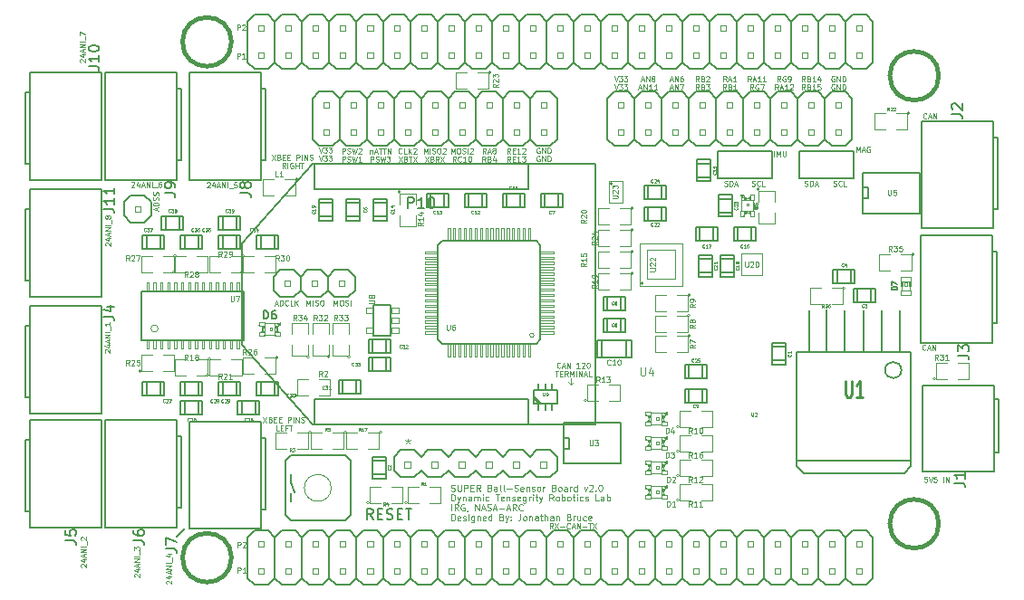
<source format=gto>
G04 (created by PCBNEW (2013-07-07 BZR 4022)-stable) date 1/10/2014 3:41:53 PM*
%MOIN*%
G04 Gerber Fmt 3.4, Leading zero omitted, Abs format*
%FSLAX34Y34*%
G01*
G70*
G90*
G04 APERTURE LIST*
%ADD10C,0.00590551*%
%ADD11C,0.00275591*%
%ADD12C,0.00787402*%
%ADD13C,0.00295276*%
%ADD14C,0.0026*%
%ADD15C,0.006*%
%ADD16C,0.003*%
%ADD17C,0.005*%
%ADD18C,0.004*%
%ADD19C,0.002*%
%ADD20C,0.0039*%
%ADD21C,0.008*%
%ADD22C,0.0019685*%
%ADD23C,0.015*%
%ADD24C,0.0078*%
%ADD25C,0.0024*%
%ADD26C,0.01*%
%ADD27C,0.0043*%
G04 APERTURE END LIST*
G54D10*
G54D11*
X63748Y-47799D02*
X63683Y-47705D01*
X63636Y-47799D02*
X63636Y-47602D01*
X63711Y-47602D01*
X63730Y-47612D01*
X63739Y-47621D01*
X63748Y-47640D01*
X63748Y-47668D01*
X63739Y-47687D01*
X63730Y-47696D01*
X63711Y-47705D01*
X63636Y-47705D01*
X63814Y-47602D02*
X63945Y-47799D01*
X63945Y-47602D02*
X63814Y-47799D01*
X64020Y-47724D02*
X64170Y-47724D01*
X64376Y-47780D02*
X64367Y-47790D01*
X64339Y-47799D01*
X64320Y-47799D01*
X64292Y-47790D01*
X64273Y-47771D01*
X64264Y-47752D01*
X64255Y-47715D01*
X64255Y-47687D01*
X64264Y-47649D01*
X64273Y-47630D01*
X64292Y-47612D01*
X64320Y-47602D01*
X64339Y-47602D01*
X64367Y-47612D01*
X64376Y-47621D01*
X64451Y-47743D02*
X64545Y-47743D01*
X64433Y-47799D02*
X64498Y-47602D01*
X64564Y-47799D01*
X64629Y-47799D02*
X64629Y-47602D01*
X64742Y-47799D01*
X64742Y-47602D01*
X64836Y-47724D02*
X64986Y-47724D01*
X65051Y-47602D02*
X65164Y-47602D01*
X65108Y-47799D02*
X65108Y-47602D01*
X65211Y-47602D02*
X65342Y-47799D01*
X65342Y-47602D02*
X65211Y-47799D01*
X52134Y-29439D02*
X52134Y-29242D01*
X52209Y-29242D01*
X52228Y-29252D01*
X52237Y-29261D01*
X52247Y-29280D01*
X52247Y-29308D01*
X52237Y-29327D01*
X52228Y-29336D01*
X52209Y-29345D01*
X52134Y-29345D01*
X52322Y-29261D02*
X52331Y-29252D01*
X52350Y-29242D01*
X52397Y-29242D01*
X52415Y-29252D01*
X52425Y-29261D01*
X52434Y-29280D01*
X52434Y-29299D01*
X52425Y-29327D01*
X52312Y-29439D01*
X52434Y-29439D01*
X52134Y-30479D02*
X52134Y-30282D01*
X52209Y-30282D01*
X52228Y-30292D01*
X52237Y-30301D01*
X52247Y-30320D01*
X52247Y-30348D01*
X52237Y-30367D01*
X52228Y-30376D01*
X52209Y-30385D01*
X52134Y-30385D01*
X52434Y-30479D02*
X52322Y-30479D01*
X52378Y-30479D02*
X52378Y-30282D01*
X52359Y-30310D01*
X52340Y-30329D01*
X52322Y-30339D01*
X49183Y-36072D02*
X49183Y-35979D01*
X49239Y-36091D02*
X49042Y-36025D01*
X49239Y-35960D01*
X49239Y-35894D02*
X49042Y-35894D01*
X49042Y-35847D01*
X49052Y-35819D01*
X49070Y-35800D01*
X49089Y-35791D01*
X49127Y-35782D01*
X49155Y-35782D01*
X49192Y-35791D01*
X49211Y-35800D01*
X49230Y-35819D01*
X49239Y-35847D01*
X49239Y-35894D01*
X49230Y-35707D02*
X49239Y-35679D01*
X49239Y-35632D01*
X49230Y-35613D01*
X49220Y-35604D01*
X49202Y-35594D01*
X49183Y-35594D01*
X49164Y-35604D01*
X49155Y-35613D01*
X49145Y-35632D01*
X49136Y-35669D01*
X49127Y-35688D01*
X49117Y-35697D01*
X49099Y-35707D01*
X49080Y-35707D01*
X49061Y-35697D01*
X49052Y-35688D01*
X49042Y-35669D01*
X49042Y-35622D01*
X49052Y-35594D01*
X49230Y-35519D02*
X49239Y-35491D01*
X49239Y-35444D01*
X49230Y-35425D01*
X49220Y-35416D01*
X49202Y-35407D01*
X49183Y-35407D01*
X49164Y-35416D01*
X49155Y-35425D01*
X49145Y-35444D01*
X49136Y-35482D01*
X49127Y-35500D01*
X49117Y-35510D01*
X49099Y-35519D01*
X49080Y-35519D01*
X49061Y-35510D01*
X49052Y-35500D01*
X49042Y-35482D01*
X49042Y-35435D01*
X49052Y-35407D01*
X51026Y-35061D02*
X51036Y-35052D01*
X51055Y-35042D01*
X51101Y-35042D01*
X51120Y-35052D01*
X51130Y-35061D01*
X51139Y-35080D01*
X51139Y-35099D01*
X51130Y-35127D01*
X51017Y-35239D01*
X51139Y-35239D01*
X51308Y-35108D02*
X51308Y-35239D01*
X51261Y-35033D02*
X51214Y-35174D01*
X51336Y-35174D01*
X51401Y-35183D02*
X51495Y-35183D01*
X51383Y-35239D02*
X51448Y-35042D01*
X51514Y-35239D01*
X51580Y-35239D02*
X51580Y-35042D01*
X51692Y-35239D01*
X51692Y-35042D01*
X51786Y-35239D02*
X51786Y-35042D01*
X51833Y-35258D02*
X51983Y-35258D01*
X52123Y-35042D02*
X52029Y-35042D01*
X52020Y-35136D01*
X52029Y-35127D01*
X52048Y-35117D01*
X52095Y-35117D01*
X52114Y-35127D01*
X52123Y-35136D01*
X52133Y-35155D01*
X52133Y-35202D01*
X52123Y-35220D01*
X52114Y-35230D01*
X52095Y-35239D01*
X52048Y-35239D01*
X52029Y-35230D01*
X52020Y-35220D01*
X48246Y-35041D02*
X48256Y-35032D01*
X48275Y-35022D01*
X48321Y-35022D01*
X48340Y-35032D01*
X48350Y-35041D01*
X48359Y-35060D01*
X48359Y-35079D01*
X48350Y-35107D01*
X48237Y-35219D01*
X48359Y-35219D01*
X48528Y-35088D02*
X48528Y-35219D01*
X48481Y-35013D02*
X48434Y-35154D01*
X48556Y-35154D01*
X48621Y-35163D02*
X48715Y-35163D01*
X48603Y-35219D02*
X48668Y-35022D01*
X48734Y-35219D01*
X48800Y-35219D02*
X48800Y-35022D01*
X48912Y-35219D01*
X48912Y-35022D01*
X49006Y-35219D02*
X49006Y-35022D01*
X49053Y-35238D02*
X49203Y-35238D01*
X49334Y-35022D02*
X49296Y-35022D01*
X49278Y-35032D01*
X49268Y-35041D01*
X49249Y-35069D01*
X49240Y-35107D01*
X49240Y-35182D01*
X49249Y-35200D01*
X49259Y-35210D01*
X49278Y-35219D01*
X49315Y-35219D01*
X49334Y-35210D01*
X49343Y-35200D01*
X49353Y-35182D01*
X49353Y-35135D01*
X49343Y-35116D01*
X49334Y-35107D01*
X49315Y-35097D01*
X49278Y-35097D01*
X49259Y-35107D01*
X49249Y-35116D01*
X49240Y-35135D01*
X46361Y-30613D02*
X46352Y-30603D01*
X46342Y-30584D01*
X46342Y-30538D01*
X46352Y-30519D01*
X46361Y-30509D01*
X46380Y-30500D01*
X46399Y-30500D01*
X46427Y-30509D01*
X46539Y-30622D01*
X46539Y-30500D01*
X46408Y-30331D02*
X46539Y-30331D01*
X46333Y-30378D02*
X46474Y-30425D01*
X46474Y-30303D01*
X46483Y-30238D02*
X46483Y-30144D01*
X46539Y-30256D02*
X46342Y-30191D01*
X46539Y-30125D01*
X46539Y-30060D02*
X46342Y-30060D01*
X46539Y-29947D01*
X46342Y-29947D01*
X46539Y-29853D02*
X46342Y-29853D01*
X46558Y-29806D02*
X46558Y-29656D01*
X46342Y-29628D02*
X46342Y-29497D01*
X46539Y-29581D01*
X47301Y-37373D02*
X47292Y-37363D01*
X47282Y-37344D01*
X47282Y-37298D01*
X47292Y-37279D01*
X47301Y-37269D01*
X47320Y-37260D01*
X47339Y-37260D01*
X47367Y-37269D01*
X47479Y-37382D01*
X47479Y-37260D01*
X47348Y-37091D02*
X47479Y-37091D01*
X47273Y-37138D02*
X47414Y-37185D01*
X47414Y-37063D01*
X47423Y-36998D02*
X47423Y-36904D01*
X47479Y-37016D02*
X47282Y-36951D01*
X47479Y-36885D01*
X47479Y-36820D02*
X47282Y-36820D01*
X47479Y-36707D01*
X47282Y-36707D01*
X47479Y-36613D02*
X47282Y-36613D01*
X47498Y-36566D02*
X47498Y-36416D01*
X47367Y-36341D02*
X47357Y-36360D01*
X47348Y-36370D01*
X47329Y-36379D01*
X47320Y-36379D01*
X47301Y-36370D01*
X47292Y-36360D01*
X47282Y-36341D01*
X47282Y-36304D01*
X47292Y-36285D01*
X47301Y-36276D01*
X47320Y-36266D01*
X47329Y-36266D01*
X47348Y-36276D01*
X47357Y-36285D01*
X47367Y-36304D01*
X47367Y-36341D01*
X47376Y-36360D01*
X47385Y-36370D01*
X47404Y-36379D01*
X47442Y-36379D01*
X47460Y-36370D01*
X47470Y-36360D01*
X47479Y-36341D01*
X47479Y-36304D01*
X47470Y-36285D01*
X47460Y-36276D01*
X47442Y-36266D01*
X47404Y-36266D01*
X47385Y-36276D01*
X47376Y-36285D01*
X47367Y-36304D01*
X49541Y-49833D02*
X49532Y-49823D01*
X49522Y-49804D01*
X49522Y-49758D01*
X49532Y-49739D01*
X49541Y-49729D01*
X49560Y-49720D01*
X49579Y-49720D01*
X49607Y-49729D01*
X49719Y-49842D01*
X49719Y-49720D01*
X49588Y-49551D02*
X49719Y-49551D01*
X49513Y-49598D02*
X49654Y-49645D01*
X49654Y-49523D01*
X49663Y-49458D02*
X49663Y-49364D01*
X49719Y-49476D02*
X49522Y-49411D01*
X49719Y-49345D01*
X49719Y-49280D02*
X49522Y-49280D01*
X49719Y-49167D01*
X49522Y-49167D01*
X49719Y-49073D02*
X49522Y-49073D01*
X49738Y-49026D02*
X49738Y-48876D01*
X49588Y-48745D02*
X49719Y-48745D01*
X49513Y-48792D02*
X49654Y-48839D01*
X49654Y-48717D01*
X48361Y-49573D02*
X48352Y-49563D01*
X48342Y-49544D01*
X48342Y-49498D01*
X48352Y-49479D01*
X48361Y-49469D01*
X48380Y-49460D01*
X48399Y-49460D01*
X48427Y-49469D01*
X48539Y-49582D01*
X48539Y-49460D01*
X48408Y-49291D02*
X48539Y-49291D01*
X48333Y-49338D02*
X48474Y-49385D01*
X48474Y-49263D01*
X48483Y-49198D02*
X48483Y-49104D01*
X48539Y-49216D02*
X48342Y-49151D01*
X48539Y-49085D01*
X48539Y-49020D02*
X48342Y-49020D01*
X48539Y-48907D01*
X48342Y-48907D01*
X48539Y-48813D02*
X48342Y-48813D01*
X48558Y-48766D02*
X48558Y-48616D01*
X48342Y-48588D02*
X48342Y-48466D01*
X48417Y-48532D01*
X48417Y-48504D01*
X48427Y-48485D01*
X48436Y-48476D01*
X48455Y-48466D01*
X48502Y-48466D01*
X48520Y-48476D01*
X48530Y-48485D01*
X48539Y-48504D01*
X48539Y-48560D01*
X48530Y-48579D01*
X48520Y-48588D01*
X46401Y-49213D02*
X46392Y-49203D01*
X46382Y-49184D01*
X46382Y-49138D01*
X46392Y-49119D01*
X46401Y-49109D01*
X46420Y-49100D01*
X46439Y-49100D01*
X46467Y-49109D01*
X46579Y-49222D01*
X46579Y-49100D01*
X46448Y-48931D02*
X46579Y-48931D01*
X46373Y-48978D02*
X46514Y-49025D01*
X46514Y-48903D01*
X46523Y-48838D02*
X46523Y-48744D01*
X46579Y-48856D02*
X46382Y-48791D01*
X46579Y-48725D01*
X46579Y-48660D02*
X46382Y-48660D01*
X46579Y-48547D01*
X46382Y-48547D01*
X46579Y-48453D02*
X46382Y-48453D01*
X46598Y-48406D02*
X46598Y-48256D01*
X46401Y-48219D02*
X46392Y-48210D01*
X46382Y-48191D01*
X46382Y-48144D01*
X46392Y-48125D01*
X46401Y-48116D01*
X46420Y-48106D01*
X46439Y-48106D01*
X46467Y-48116D01*
X46579Y-48228D01*
X46579Y-48106D01*
X47281Y-41313D02*
X47272Y-41303D01*
X47262Y-41284D01*
X47262Y-41238D01*
X47272Y-41219D01*
X47281Y-41209D01*
X47300Y-41200D01*
X47319Y-41200D01*
X47347Y-41209D01*
X47459Y-41322D01*
X47459Y-41200D01*
X47328Y-41031D02*
X47459Y-41031D01*
X47253Y-41078D02*
X47394Y-41125D01*
X47394Y-41003D01*
X47403Y-40938D02*
X47403Y-40844D01*
X47459Y-40956D02*
X47262Y-40891D01*
X47459Y-40825D01*
X47459Y-40760D02*
X47262Y-40760D01*
X47459Y-40647D01*
X47262Y-40647D01*
X47459Y-40553D02*
X47262Y-40553D01*
X47478Y-40506D02*
X47478Y-40356D01*
X47459Y-40206D02*
X47459Y-40319D01*
X47459Y-40263D02*
X47262Y-40263D01*
X47290Y-40281D01*
X47309Y-40300D01*
X47319Y-40319D01*
X77503Y-45882D02*
X77410Y-45882D01*
X77400Y-45976D01*
X77410Y-45967D01*
X77428Y-45957D01*
X77475Y-45957D01*
X77494Y-45967D01*
X77503Y-45976D01*
X77513Y-45995D01*
X77513Y-46042D01*
X77503Y-46060D01*
X77494Y-46070D01*
X77475Y-46079D01*
X77428Y-46079D01*
X77410Y-46070D01*
X77400Y-46060D01*
X77569Y-45882D02*
X77635Y-46079D01*
X77700Y-45882D01*
X77860Y-45882D02*
X77766Y-45882D01*
X77756Y-45976D01*
X77766Y-45967D01*
X77785Y-45957D01*
X77831Y-45957D01*
X77850Y-45967D01*
X77860Y-45976D01*
X77869Y-45995D01*
X77869Y-46042D01*
X77860Y-46060D01*
X77850Y-46070D01*
X77831Y-46079D01*
X77785Y-46079D01*
X77766Y-46070D01*
X77756Y-46060D01*
X78103Y-46079D02*
X78103Y-45882D01*
X78197Y-46079D02*
X78197Y-45882D01*
X78309Y-46079D01*
X78309Y-45882D01*
X77453Y-41200D02*
X77444Y-41210D01*
X77415Y-41219D01*
X77397Y-41219D01*
X77369Y-41210D01*
X77350Y-41191D01*
X77340Y-41172D01*
X77331Y-41135D01*
X77331Y-41107D01*
X77340Y-41069D01*
X77350Y-41050D01*
X77369Y-41032D01*
X77397Y-41022D01*
X77415Y-41022D01*
X77444Y-41032D01*
X77453Y-41041D01*
X77528Y-41163D02*
X77622Y-41163D01*
X77509Y-41219D02*
X77575Y-41022D01*
X77640Y-41219D01*
X77706Y-41219D02*
X77706Y-41022D01*
X77819Y-41219D01*
X77819Y-41022D01*
X77493Y-32680D02*
X77484Y-32690D01*
X77455Y-32699D01*
X77437Y-32699D01*
X77409Y-32690D01*
X77390Y-32671D01*
X77380Y-32652D01*
X77371Y-32615D01*
X77371Y-32587D01*
X77380Y-32549D01*
X77390Y-32530D01*
X77409Y-32512D01*
X77437Y-32502D01*
X77455Y-32502D01*
X77484Y-32512D01*
X77493Y-32521D01*
X77568Y-32643D02*
X77662Y-32643D01*
X77549Y-32699D02*
X77615Y-32502D01*
X77680Y-32699D01*
X77746Y-32699D02*
X77746Y-32502D01*
X77859Y-32699D01*
X77859Y-32502D01*
X64400Y-42500D02*
X64500Y-42400D01*
X64400Y-42500D02*
X64300Y-42400D01*
X64400Y-42250D02*
X64400Y-42500D01*
X55690Y-39579D02*
X55690Y-39382D01*
X55756Y-39523D01*
X55821Y-39382D01*
X55821Y-39579D01*
X55953Y-39382D02*
X55990Y-39382D01*
X56009Y-39392D01*
X56028Y-39410D01*
X56037Y-39448D01*
X56037Y-39514D01*
X56028Y-39551D01*
X56009Y-39570D01*
X55990Y-39579D01*
X55953Y-39579D01*
X55934Y-39570D01*
X55915Y-39551D01*
X55906Y-39514D01*
X55906Y-39448D01*
X55915Y-39410D01*
X55934Y-39392D01*
X55953Y-39382D01*
X56112Y-39570D02*
X56140Y-39579D01*
X56187Y-39579D01*
X56206Y-39570D01*
X56215Y-39560D01*
X56224Y-39542D01*
X56224Y-39523D01*
X56215Y-39504D01*
X56206Y-39495D01*
X56187Y-39485D01*
X56149Y-39476D01*
X56131Y-39467D01*
X56121Y-39457D01*
X56112Y-39439D01*
X56112Y-39420D01*
X56121Y-39401D01*
X56131Y-39392D01*
X56149Y-39382D01*
X56196Y-39382D01*
X56224Y-39392D01*
X56309Y-39579D02*
X56309Y-39382D01*
X54690Y-39579D02*
X54690Y-39382D01*
X54756Y-39523D01*
X54821Y-39382D01*
X54821Y-39579D01*
X54915Y-39579D02*
X54915Y-39382D01*
X55000Y-39570D02*
X55028Y-39579D01*
X55074Y-39579D01*
X55093Y-39570D01*
X55103Y-39560D01*
X55112Y-39542D01*
X55112Y-39523D01*
X55103Y-39504D01*
X55093Y-39495D01*
X55074Y-39485D01*
X55037Y-39476D01*
X55018Y-39467D01*
X55009Y-39457D01*
X55000Y-39439D01*
X55000Y-39420D01*
X55009Y-39401D01*
X55018Y-39392D01*
X55037Y-39382D01*
X55084Y-39382D01*
X55112Y-39392D01*
X55234Y-39382D02*
X55271Y-39382D01*
X55290Y-39392D01*
X55309Y-39410D01*
X55318Y-39448D01*
X55318Y-39514D01*
X55309Y-39551D01*
X55290Y-39570D01*
X55271Y-39579D01*
X55234Y-39579D01*
X55215Y-39570D01*
X55196Y-39551D01*
X55187Y-39514D01*
X55187Y-39448D01*
X55196Y-39410D01*
X55215Y-39392D01*
X55234Y-39382D01*
X53528Y-39523D02*
X53621Y-39523D01*
X53509Y-39579D02*
X53575Y-39382D01*
X53640Y-39579D01*
X53706Y-39579D02*
X53706Y-39382D01*
X53753Y-39382D01*
X53781Y-39392D01*
X53800Y-39410D01*
X53809Y-39429D01*
X53818Y-39467D01*
X53818Y-39495D01*
X53809Y-39532D01*
X53800Y-39551D01*
X53781Y-39570D01*
X53753Y-39579D01*
X53706Y-39579D01*
X54015Y-39560D02*
X54006Y-39570D01*
X53978Y-39579D01*
X53959Y-39579D01*
X53931Y-39570D01*
X53912Y-39551D01*
X53903Y-39532D01*
X53893Y-39495D01*
X53893Y-39467D01*
X53903Y-39429D01*
X53912Y-39410D01*
X53931Y-39392D01*
X53959Y-39382D01*
X53978Y-39382D01*
X54006Y-39392D01*
X54015Y-39401D01*
X54193Y-39579D02*
X54099Y-39579D01*
X54099Y-39382D01*
X54259Y-39579D02*
X54259Y-39382D01*
X54371Y-39579D02*
X54287Y-39467D01*
X54371Y-39382D02*
X54259Y-39495D01*
X52154Y-48479D02*
X52154Y-48282D01*
X52229Y-48282D01*
X52248Y-48292D01*
X52257Y-48301D01*
X52267Y-48320D01*
X52267Y-48348D01*
X52257Y-48367D01*
X52248Y-48376D01*
X52229Y-48385D01*
X52154Y-48385D01*
X52342Y-48301D02*
X52351Y-48292D01*
X52370Y-48282D01*
X52417Y-48282D01*
X52435Y-48292D01*
X52445Y-48301D01*
X52454Y-48320D01*
X52454Y-48339D01*
X52445Y-48367D01*
X52332Y-48479D01*
X52454Y-48479D01*
G54D12*
X49900Y-48100D02*
X50200Y-47800D01*
G54D11*
X52154Y-49429D02*
X52154Y-49232D01*
X52229Y-49232D01*
X52248Y-49242D01*
X52257Y-49251D01*
X52267Y-49270D01*
X52267Y-49298D01*
X52257Y-49317D01*
X52248Y-49326D01*
X52229Y-49335D01*
X52154Y-49335D01*
X52454Y-49429D02*
X52342Y-49429D01*
X52398Y-49429D02*
X52398Y-49232D01*
X52379Y-49260D01*
X52360Y-49279D01*
X52342Y-49289D01*
X74065Y-35170D02*
X74093Y-35179D01*
X74140Y-35179D01*
X74159Y-35170D01*
X74168Y-35160D01*
X74178Y-35142D01*
X74178Y-35123D01*
X74168Y-35104D01*
X74159Y-35095D01*
X74140Y-35085D01*
X74103Y-35076D01*
X74084Y-35067D01*
X74075Y-35057D01*
X74065Y-35039D01*
X74065Y-35020D01*
X74075Y-35001D01*
X74084Y-34992D01*
X74103Y-34982D01*
X74150Y-34982D01*
X74178Y-34992D01*
X74374Y-35160D02*
X74365Y-35170D01*
X74337Y-35179D01*
X74318Y-35179D01*
X74290Y-35170D01*
X74271Y-35151D01*
X74262Y-35132D01*
X74253Y-35095D01*
X74253Y-35067D01*
X74262Y-35029D01*
X74271Y-35010D01*
X74290Y-34992D01*
X74318Y-34982D01*
X74337Y-34982D01*
X74365Y-34992D01*
X74374Y-35001D01*
X74553Y-35179D02*
X74459Y-35179D01*
X74459Y-34982D01*
X73010Y-35170D02*
X73039Y-35179D01*
X73085Y-35179D01*
X73104Y-35170D01*
X73114Y-35160D01*
X73123Y-35142D01*
X73123Y-35123D01*
X73114Y-35104D01*
X73104Y-35095D01*
X73085Y-35085D01*
X73048Y-35076D01*
X73029Y-35067D01*
X73020Y-35057D01*
X73010Y-35039D01*
X73010Y-35020D01*
X73020Y-35001D01*
X73029Y-34992D01*
X73048Y-34982D01*
X73095Y-34982D01*
X73123Y-34992D01*
X73207Y-35179D02*
X73207Y-34982D01*
X73254Y-34982D01*
X73282Y-34992D01*
X73301Y-35010D01*
X73310Y-35029D01*
X73320Y-35067D01*
X73320Y-35095D01*
X73310Y-35132D01*
X73301Y-35151D01*
X73282Y-35170D01*
X73254Y-35179D01*
X73207Y-35179D01*
X73395Y-35123D02*
X73489Y-35123D01*
X73376Y-35179D02*
X73442Y-34982D01*
X73507Y-35179D01*
X71884Y-34079D02*
X71884Y-33882D01*
X71978Y-34079D02*
X71978Y-33882D01*
X72043Y-34023D01*
X72109Y-33882D01*
X72109Y-34079D01*
X72203Y-33882D02*
X72203Y-34042D01*
X72212Y-34060D01*
X72221Y-34070D01*
X72240Y-34079D01*
X72278Y-34079D01*
X72296Y-34070D01*
X72306Y-34060D01*
X72315Y-34042D01*
X72315Y-33882D01*
X71065Y-35170D02*
X71093Y-35179D01*
X71140Y-35179D01*
X71159Y-35170D01*
X71168Y-35160D01*
X71178Y-35142D01*
X71178Y-35123D01*
X71168Y-35104D01*
X71159Y-35095D01*
X71140Y-35085D01*
X71103Y-35076D01*
X71084Y-35067D01*
X71075Y-35057D01*
X71065Y-35039D01*
X71065Y-35020D01*
X71075Y-35001D01*
X71084Y-34992D01*
X71103Y-34982D01*
X71150Y-34982D01*
X71178Y-34992D01*
X71374Y-35160D02*
X71365Y-35170D01*
X71337Y-35179D01*
X71318Y-35179D01*
X71290Y-35170D01*
X71271Y-35151D01*
X71262Y-35132D01*
X71253Y-35095D01*
X71253Y-35067D01*
X71262Y-35029D01*
X71271Y-35010D01*
X71290Y-34992D01*
X71318Y-34982D01*
X71337Y-34982D01*
X71365Y-34992D01*
X71374Y-35001D01*
X71553Y-35179D02*
X71459Y-35179D01*
X71459Y-34982D01*
X58410Y-44485D02*
X58410Y-44579D01*
X58316Y-44541D02*
X58410Y-44579D01*
X58503Y-44541D01*
X58353Y-44654D02*
X58410Y-44579D01*
X58466Y-44654D01*
X70060Y-35170D02*
X70089Y-35179D01*
X70135Y-35179D01*
X70154Y-35170D01*
X70164Y-35160D01*
X70173Y-35142D01*
X70173Y-35123D01*
X70164Y-35104D01*
X70154Y-35095D01*
X70135Y-35085D01*
X70098Y-35076D01*
X70079Y-35067D01*
X70070Y-35057D01*
X70060Y-35039D01*
X70060Y-35020D01*
X70070Y-35001D01*
X70079Y-34992D01*
X70098Y-34982D01*
X70145Y-34982D01*
X70173Y-34992D01*
X70257Y-35179D02*
X70257Y-34982D01*
X70304Y-34982D01*
X70332Y-34992D01*
X70351Y-35010D01*
X70360Y-35029D01*
X70370Y-35067D01*
X70370Y-35095D01*
X70360Y-35132D01*
X70351Y-35151D01*
X70332Y-35170D01*
X70304Y-35179D01*
X70257Y-35179D01*
X70445Y-35123D02*
X70539Y-35123D01*
X70426Y-35179D02*
X70492Y-34982D01*
X70557Y-35179D01*
X74901Y-33929D02*
X74901Y-33732D01*
X74967Y-33873D01*
X75032Y-33732D01*
X75032Y-33929D01*
X75117Y-33873D02*
X75210Y-33873D01*
X75098Y-33929D02*
X75164Y-33732D01*
X75229Y-33929D01*
X75398Y-33742D02*
X75379Y-33732D01*
X75351Y-33732D01*
X75323Y-33742D01*
X75304Y-33760D01*
X75295Y-33779D01*
X75285Y-33817D01*
X75285Y-33845D01*
X75295Y-33882D01*
X75304Y-33901D01*
X75323Y-33920D01*
X75351Y-33929D01*
X75370Y-33929D01*
X75398Y-33920D01*
X75407Y-33910D01*
X75407Y-33845D01*
X75370Y-33845D01*
X56982Y-39499D02*
X57142Y-39499D01*
X57160Y-39490D01*
X57170Y-39481D01*
X57179Y-39462D01*
X57179Y-39424D01*
X57170Y-39406D01*
X57160Y-39396D01*
X57142Y-39387D01*
X56982Y-39387D01*
X57067Y-39265D02*
X57057Y-39284D01*
X57048Y-39293D01*
X57029Y-39303D01*
X57020Y-39303D01*
X57001Y-39293D01*
X56992Y-39284D01*
X56982Y-39265D01*
X56982Y-39228D01*
X56992Y-39209D01*
X57001Y-39200D01*
X57020Y-39190D01*
X57029Y-39190D01*
X57048Y-39200D01*
X57057Y-39209D01*
X57067Y-39228D01*
X57067Y-39265D01*
X57076Y-39284D01*
X57085Y-39293D01*
X57104Y-39303D01*
X57142Y-39303D01*
X57160Y-39293D01*
X57170Y-39284D01*
X57179Y-39265D01*
X57179Y-39228D01*
X57170Y-39209D01*
X57160Y-39200D01*
X57142Y-39190D01*
X57104Y-39190D01*
X57085Y-39200D01*
X57076Y-39209D01*
X57067Y-39228D01*
X51900Y-39232D02*
X51900Y-39392D01*
X51909Y-39410D01*
X51918Y-39420D01*
X51937Y-39429D01*
X51975Y-39429D01*
X51993Y-39420D01*
X52003Y-39410D01*
X52012Y-39392D01*
X52012Y-39232D01*
X52087Y-39232D02*
X52218Y-39232D01*
X52134Y-39429D01*
X59850Y-40282D02*
X59850Y-40442D01*
X59859Y-40460D01*
X59868Y-40470D01*
X59887Y-40479D01*
X59925Y-40479D01*
X59943Y-40470D01*
X59953Y-40460D01*
X59962Y-40442D01*
X59962Y-40282D01*
X60140Y-40282D02*
X60103Y-40282D01*
X60084Y-40292D01*
X60074Y-40301D01*
X60056Y-40329D01*
X60046Y-40367D01*
X60046Y-40442D01*
X60056Y-40460D01*
X60065Y-40470D01*
X60084Y-40479D01*
X60121Y-40479D01*
X60140Y-40470D01*
X60149Y-40460D01*
X60159Y-40442D01*
X60159Y-40395D01*
X60149Y-40376D01*
X60140Y-40367D01*
X60121Y-40357D01*
X60084Y-40357D01*
X60065Y-40367D01*
X60056Y-40376D01*
X60046Y-40395D01*
X73025Y-31329D02*
X72959Y-31235D01*
X72912Y-31329D02*
X72912Y-31132D01*
X72987Y-31132D01*
X73006Y-31142D01*
X73015Y-31151D01*
X73025Y-31170D01*
X73025Y-31198D01*
X73015Y-31217D01*
X73006Y-31226D01*
X72987Y-31235D01*
X72912Y-31235D01*
X73175Y-31226D02*
X73203Y-31235D01*
X73212Y-31245D01*
X73221Y-31264D01*
X73221Y-31292D01*
X73212Y-31310D01*
X73203Y-31320D01*
X73184Y-31329D01*
X73109Y-31329D01*
X73109Y-31132D01*
X73175Y-31132D01*
X73193Y-31142D01*
X73203Y-31151D01*
X73212Y-31170D01*
X73212Y-31189D01*
X73203Y-31207D01*
X73193Y-31217D01*
X73175Y-31226D01*
X73109Y-31226D01*
X73409Y-31329D02*
X73296Y-31329D01*
X73353Y-31329D02*
X73353Y-31132D01*
X73334Y-31160D01*
X73315Y-31179D01*
X73296Y-31189D01*
X73578Y-31198D02*
X73578Y-31329D01*
X73531Y-31123D02*
X73484Y-31264D01*
X73606Y-31264D01*
X73025Y-31632D02*
X72959Y-31539D01*
X72912Y-31632D02*
X72912Y-31435D01*
X72987Y-31435D01*
X73006Y-31445D01*
X73015Y-31454D01*
X73025Y-31473D01*
X73025Y-31501D01*
X73015Y-31520D01*
X73006Y-31529D01*
X72987Y-31539D01*
X72912Y-31539D01*
X73175Y-31529D02*
X73203Y-31539D01*
X73212Y-31548D01*
X73221Y-31567D01*
X73221Y-31595D01*
X73212Y-31614D01*
X73203Y-31623D01*
X73184Y-31632D01*
X73109Y-31632D01*
X73109Y-31435D01*
X73175Y-31435D01*
X73193Y-31445D01*
X73203Y-31454D01*
X73212Y-31473D01*
X73212Y-31492D01*
X73203Y-31510D01*
X73193Y-31520D01*
X73175Y-31529D01*
X73109Y-31529D01*
X73409Y-31632D02*
X73296Y-31632D01*
X73353Y-31632D02*
X73353Y-31435D01*
X73334Y-31464D01*
X73315Y-31482D01*
X73296Y-31492D01*
X73587Y-31435D02*
X73493Y-31435D01*
X73484Y-31529D01*
X73493Y-31520D01*
X73512Y-31510D01*
X73559Y-31510D01*
X73578Y-31520D01*
X73587Y-31529D01*
X73596Y-31548D01*
X73596Y-31595D01*
X73587Y-31614D01*
X73578Y-31623D01*
X73559Y-31632D01*
X73512Y-31632D01*
X73493Y-31623D01*
X73484Y-31614D01*
X72118Y-31329D02*
X72053Y-31235D01*
X72006Y-31329D02*
X72006Y-31132D01*
X72081Y-31132D01*
X72100Y-31142D01*
X72109Y-31151D01*
X72118Y-31170D01*
X72118Y-31198D01*
X72109Y-31217D01*
X72100Y-31226D01*
X72081Y-31235D01*
X72006Y-31235D01*
X72306Y-31142D02*
X72287Y-31132D01*
X72259Y-31132D01*
X72231Y-31142D01*
X72212Y-31160D01*
X72203Y-31179D01*
X72193Y-31217D01*
X72193Y-31245D01*
X72203Y-31282D01*
X72212Y-31301D01*
X72231Y-31320D01*
X72259Y-31329D01*
X72278Y-31329D01*
X72306Y-31320D01*
X72315Y-31310D01*
X72315Y-31245D01*
X72278Y-31245D01*
X72409Y-31329D02*
X72446Y-31329D01*
X72465Y-31320D01*
X72474Y-31310D01*
X72493Y-31282D01*
X72503Y-31245D01*
X72503Y-31170D01*
X72493Y-31151D01*
X72484Y-31142D01*
X72465Y-31132D01*
X72428Y-31132D01*
X72409Y-31142D01*
X72399Y-31151D01*
X72390Y-31170D01*
X72390Y-31217D01*
X72399Y-31235D01*
X72409Y-31245D01*
X72428Y-31254D01*
X72465Y-31254D01*
X72484Y-31245D01*
X72493Y-31235D01*
X72503Y-31217D01*
X72039Y-31632D02*
X71973Y-31539D01*
X71926Y-31632D02*
X71926Y-31435D01*
X72001Y-31435D01*
X72020Y-31445D01*
X72029Y-31454D01*
X72039Y-31473D01*
X72039Y-31501D01*
X72029Y-31520D01*
X72020Y-31529D01*
X72001Y-31539D01*
X71926Y-31539D01*
X72114Y-31576D02*
X72207Y-31576D01*
X72095Y-31632D02*
X72160Y-31435D01*
X72226Y-31632D01*
X72395Y-31632D02*
X72282Y-31632D01*
X72339Y-31632D02*
X72339Y-31435D01*
X72320Y-31464D01*
X72301Y-31482D01*
X72282Y-31492D01*
X72470Y-31454D02*
X72479Y-31445D01*
X72498Y-31435D01*
X72545Y-31435D01*
X72564Y-31445D01*
X72573Y-31454D01*
X72582Y-31473D01*
X72582Y-31492D01*
X72573Y-31520D01*
X72460Y-31632D01*
X72582Y-31632D01*
X71039Y-31329D02*
X70973Y-31235D01*
X70926Y-31329D02*
X70926Y-31132D01*
X71001Y-31132D01*
X71020Y-31142D01*
X71029Y-31151D01*
X71039Y-31170D01*
X71039Y-31198D01*
X71029Y-31217D01*
X71020Y-31226D01*
X71001Y-31235D01*
X70926Y-31235D01*
X71114Y-31273D02*
X71207Y-31273D01*
X71095Y-31329D02*
X71160Y-31132D01*
X71226Y-31329D01*
X71395Y-31329D02*
X71282Y-31329D01*
X71339Y-31329D02*
X71339Y-31132D01*
X71320Y-31160D01*
X71301Y-31179D01*
X71282Y-31189D01*
X71582Y-31329D02*
X71470Y-31329D01*
X71526Y-31329D02*
X71526Y-31132D01*
X71507Y-31160D01*
X71489Y-31179D01*
X71470Y-31189D01*
X71118Y-31632D02*
X71053Y-31539D01*
X71006Y-31632D02*
X71006Y-31435D01*
X71081Y-31435D01*
X71100Y-31445D01*
X71109Y-31454D01*
X71118Y-31473D01*
X71118Y-31501D01*
X71109Y-31520D01*
X71100Y-31529D01*
X71081Y-31539D01*
X71006Y-31539D01*
X71306Y-31445D02*
X71287Y-31435D01*
X71259Y-31435D01*
X71231Y-31445D01*
X71212Y-31464D01*
X71203Y-31482D01*
X71193Y-31520D01*
X71193Y-31548D01*
X71203Y-31585D01*
X71212Y-31604D01*
X71231Y-31623D01*
X71259Y-31632D01*
X71278Y-31632D01*
X71306Y-31623D01*
X71315Y-31614D01*
X71315Y-31548D01*
X71278Y-31548D01*
X71381Y-31435D02*
X71512Y-31435D01*
X71428Y-31632D01*
X70132Y-31329D02*
X70067Y-31235D01*
X70020Y-31329D02*
X70020Y-31132D01*
X70095Y-31132D01*
X70114Y-31142D01*
X70123Y-31151D01*
X70132Y-31170D01*
X70132Y-31198D01*
X70123Y-31217D01*
X70114Y-31226D01*
X70095Y-31235D01*
X70020Y-31235D01*
X70207Y-31273D02*
X70301Y-31273D01*
X70189Y-31329D02*
X70254Y-31132D01*
X70320Y-31329D01*
X70489Y-31329D02*
X70376Y-31329D01*
X70432Y-31329D02*
X70432Y-31132D01*
X70414Y-31160D01*
X70395Y-31179D01*
X70376Y-31189D01*
X70118Y-31632D02*
X70053Y-31539D01*
X70006Y-31632D02*
X70006Y-31435D01*
X70081Y-31435D01*
X70100Y-31445D01*
X70109Y-31454D01*
X70118Y-31473D01*
X70118Y-31501D01*
X70109Y-31520D01*
X70100Y-31529D01*
X70081Y-31539D01*
X70006Y-31539D01*
X70268Y-31529D02*
X70296Y-31539D01*
X70306Y-31548D01*
X70315Y-31567D01*
X70315Y-31595D01*
X70306Y-31614D01*
X70296Y-31623D01*
X70278Y-31632D01*
X70203Y-31632D01*
X70203Y-31435D01*
X70268Y-31435D01*
X70287Y-31445D01*
X70296Y-31454D01*
X70306Y-31473D01*
X70306Y-31492D01*
X70296Y-31510D01*
X70287Y-31520D01*
X70268Y-31529D01*
X70203Y-31529D01*
X70503Y-31632D02*
X70390Y-31632D01*
X70446Y-31632D02*
X70446Y-31435D01*
X70428Y-31464D01*
X70409Y-31482D01*
X70390Y-31492D01*
X69118Y-31329D02*
X69053Y-31235D01*
X69006Y-31329D02*
X69006Y-31132D01*
X69081Y-31132D01*
X69100Y-31142D01*
X69109Y-31151D01*
X69118Y-31170D01*
X69118Y-31198D01*
X69109Y-31217D01*
X69100Y-31226D01*
X69081Y-31235D01*
X69006Y-31235D01*
X69268Y-31226D02*
X69296Y-31235D01*
X69306Y-31245D01*
X69315Y-31264D01*
X69315Y-31292D01*
X69306Y-31310D01*
X69296Y-31320D01*
X69278Y-31329D01*
X69203Y-31329D01*
X69203Y-31132D01*
X69268Y-31132D01*
X69287Y-31142D01*
X69296Y-31151D01*
X69306Y-31170D01*
X69306Y-31189D01*
X69296Y-31207D01*
X69287Y-31217D01*
X69268Y-31226D01*
X69203Y-31226D01*
X69390Y-31151D02*
X69399Y-31142D01*
X69418Y-31132D01*
X69465Y-31132D01*
X69484Y-31142D01*
X69493Y-31151D01*
X69503Y-31170D01*
X69503Y-31189D01*
X69493Y-31217D01*
X69381Y-31329D01*
X69503Y-31329D01*
X69118Y-31632D02*
X69053Y-31539D01*
X69006Y-31632D02*
X69006Y-31435D01*
X69081Y-31435D01*
X69100Y-31445D01*
X69109Y-31454D01*
X69118Y-31473D01*
X69118Y-31501D01*
X69109Y-31520D01*
X69100Y-31529D01*
X69081Y-31539D01*
X69006Y-31539D01*
X69268Y-31529D02*
X69296Y-31539D01*
X69306Y-31548D01*
X69315Y-31567D01*
X69315Y-31595D01*
X69306Y-31614D01*
X69296Y-31623D01*
X69278Y-31632D01*
X69203Y-31632D01*
X69203Y-31435D01*
X69268Y-31435D01*
X69287Y-31445D01*
X69296Y-31454D01*
X69306Y-31473D01*
X69306Y-31492D01*
X69296Y-31510D01*
X69287Y-31520D01*
X69268Y-31529D01*
X69203Y-31529D01*
X69381Y-31435D02*
X69503Y-31435D01*
X69437Y-31510D01*
X69465Y-31510D01*
X69484Y-31520D01*
X69493Y-31529D01*
X69503Y-31548D01*
X69503Y-31595D01*
X69493Y-31614D01*
X69484Y-31623D01*
X69465Y-31632D01*
X69409Y-31632D01*
X69390Y-31623D01*
X69381Y-31614D01*
X68056Y-31273D02*
X68150Y-31273D01*
X68037Y-31329D02*
X68103Y-31132D01*
X68168Y-31329D01*
X68234Y-31329D02*
X68234Y-31132D01*
X68346Y-31329D01*
X68346Y-31132D01*
X68524Y-31132D02*
X68487Y-31132D01*
X68468Y-31142D01*
X68459Y-31151D01*
X68440Y-31179D01*
X68431Y-31217D01*
X68431Y-31292D01*
X68440Y-31310D01*
X68449Y-31320D01*
X68468Y-31329D01*
X68506Y-31329D01*
X68524Y-31320D01*
X68534Y-31310D01*
X68543Y-31292D01*
X68543Y-31245D01*
X68534Y-31226D01*
X68524Y-31217D01*
X68506Y-31207D01*
X68468Y-31207D01*
X68449Y-31217D01*
X68440Y-31226D01*
X68431Y-31245D01*
X68056Y-31576D02*
X68150Y-31576D01*
X68037Y-31632D02*
X68103Y-31435D01*
X68168Y-31632D01*
X68234Y-31632D02*
X68234Y-31435D01*
X68346Y-31632D01*
X68346Y-31435D01*
X68421Y-31435D02*
X68553Y-31435D01*
X68468Y-31632D01*
X67006Y-31273D02*
X67100Y-31273D01*
X66987Y-31329D02*
X67053Y-31132D01*
X67118Y-31329D01*
X67184Y-31329D02*
X67184Y-31132D01*
X67296Y-31329D01*
X67296Y-31132D01*
X67418Y-31217D02*
X67399Y-31207D01*
X67390Y-31198D01*
X67381Y-31179D01*
X67381Y-31170D01*
X67390Y-31151D01*
X67399Y-31142D01*
X67418Y-31132D01*
X67456Y-31132D01*
X67474Y-31142D01*
X67484Y-31151D01*
X67493Y-31170D01*
X67493Y-31179D01*
X67484Y-31198D01*
X67474Y-31207D01*
X67456Y-31217D01*
X67418Y-31217D01*
X67399Y-31226D01*
X67390Y-31235D01*
X67381Y-31254D01*
X67381Y-31292D01*
X67390Y-31310D01*
X67399Y-31320D01*
X67418Y-31329D01*
X67456Y-31329D01*
X67474Y-31320D01*
X67484Y-31310D01*
X67493Y-31292D01*
X67493Y-31254D01*
X67484Y-31235D01*
X67474Y-31226D01*
X67456Y-31217D01*
X66912Y-31576D02*
X67006Y-31576D01*
X66893Y-31632D02*
X66959Y-31435D01*
X67025Y-31632D01*
X67090Y-31632D02*
X67090Y-31435D01*
X67203Y-31632D01*
X67203Y-31435D01*
X67399Y-31632D02*
X67287Y-31632D01*
X67343Y-31632D02*
X67343Y-31435D01*
X67324Y-31464D01*
X67306Y-31482D01*
X67287Y-31492D01*
X67587Y-31632D02*
X67474Y-31632D01*
X67531Y-31632D02*
X67531Y-31435D01*
X67512Y-31464D01*
X67493Y-31482D01*
X67474Y-31492D01*
X62184Y-33979D02*
X62118Y-33885D01*
X62071Y-33979D02*
X62071Y-33782D01*
X62146Y-33782D01*
X62165Y-33792D01*
X62175Y-33801D01*
X62184Y-33820D01*
X62184Y-33848D01*
X62175Y-33867D01*
X62165Y-33876D01*
X62146Y-33885D01*
X62071Y-33885D01*
X62268Y-33876D02*
X62334Y-33876D01*
X62362Y-33979D02*
X62268Y-33979D01*
X62268Y-33782D01*
X62362Y-33782D01*
X62549Y-33979D02*
X62437Y-33979D01*
X62493Y-33979D02*
X62493Y-33782D01*
X62474Y-33810D01*
X62456Y-33829D01*
X62437Y-33839D01*
X62624Y-33801D02*
X62634Y-33792D01*
X62653Y-33782D01*
X62699Y-33782D01*
X62718Y-33792D01*
X62728Y-33801D01*
X62737Y-33820D01*
X62737Y-33839D01*
X62728Y-33867D01*
X62615Y-33979D01*
X62737Y-33979D01*
X62184Y-34282D02*
X62118Y-34189D01*
X62071Y-34282D02*
X62071Y-34085D01*
X62146Y-34085D01*
X62165Y-34095D01*
X62175Y-34104D01*
X62184Y-34123D01*
X62184Y-34151D01*
X62175Y-34170D01*
X62165Y-34179D01*
X62146Y-34189D01*
X62071Y-34189D01*
X62268Y-34179D02*
X62334Y-34179D01*
X62362Y-34282D02*
X62268Y-34282D01*
X62268Y-34085D01*
X62362Y-34085D01*
X62549Y-34282D02*
X62437Y-34282D01*
X62493Y-34282D02*
X62493Y-34085D01*
X62474Y-34114D01*
X62456Y-34132D01*
X62437Y-34142D01*
X62615Y-34085D02*
X62737Y-34085D01*
X62671Y-34160D01*
X62699Y-34160D01*
X62718Y-34170D01*
X62728Y-34179D01*
X62737Y-34198D01*
X62737Y-34245D01*
X62728Y-34264D01*
X62718Y-34273D01*
X62699Y-34282D01*
X62643Y-34282D01*
X62624Y-34273D01*
X62615Y-34264D01*
X61282Y-33979D02*
X61217Y-33885D01*
X61170Y-33979D02*
X61170Y-33782D01*
X61245Y-33782D01*
X61264Y-33792D01*
X61273Y-33801D01*
X61282Y-33820D01*
X61282Y-33848D01*
X61273Y-33867D01*
X61264Y-33876D01*
X61245Y-33885D01*
X61170Y-33885D01*
X61357Y-33923D02*
X61451Y-33923D01*
X61339Y-33979D02*
X61404Y-33782D01*
X61470Y-33979D01*
X61564Y-33867D02*
X61545Y-33857D01*
X61535Y-33848D01*
X61526Y-33829D01*
X61526Y-33820D01*
X61535Y-33801D01*
X61545Y-33792D01*
X61564Y-33782D01*
X61601Y-33782D01*
X61620Y-33792D01*
X61629Y-33801D01*
X61639Y-33820D01*
X61639Y-33829D01*
X61629Y-33848D01*
X61620Y-33857D01*
X61601Y-33867D01*
X61564Y-33867D01*
X61545Y-33876D01*
X61535Y-33885D01*
X61526Y-33904D01*
X61526Y-33942D01*
X61535Y-33960D01*
X61545Y-33970D01*
X61564Y-33979D01*
X61601Y-33979D01*
X61620Y-33970D01*
X61629Y-33960D01*
X61639Y-33942D01*
X61639Y-33904D01*
X61629Y-33885D01*
X61620Y-33876D01*
X61601Y-33867D01*
X61268Y-34282D02*
X61203Y-34189D01*
X61156Y-34282D02*
X61156Y-34085D01*
X61231Y-34085D01*
X61250Y-34095D01*
X61259Y-34104D01*
X61268Y-34123D01*
X61268Y-34151D01*
X61259Y-34170D01*
X61250Y-34179D01*
X61231Y-34189D01*
X61156Y-34189D01*
X61418Y-34179D02*
X61446Y-34189D01*
X61456Y-34198D01*
X61465Y-34217D01*
X61465Y-34245D01*
X61456Y-34264D01*
X61446Y-34273D01*
X61428Y-34282D01*
X61353Y-34282D01*
X61353Y-34085D01*
X61418Y-34085D01*
X61437Y-34095D01*
X61446Y-34104D01*
X61456Y-34123D01*
X61456Y-34142D01*
X61446Y-34160D01*
X61437Y-34170D01*
X61418Y-34179D01*
X61353Y-34179D01*
X61634Y-34151D02*
X61634Y-34282D01*
X61587Y-34076D02*
X61540Y-34217D01*
X61662Y-34217D01*
X57020Y-33848D02*
X57020Y-33979D01*
X57020Y-33867D02*
X57029Y-33857D01*
X57048Y-33848D01*
X57076Y-33848D01*
X57095Y-33857D01*
X57104Y-33876D01*
X57104Y-33979D01*
X57189Y-33923D02*
X57282Y-33923D01*
X57170Y-33979D02*
X57235Y-33782D01*
X57301Y-33979D01*
X57339Y-33782D02*
X57451Y-33782D01*
X57395Y-33979D02*
X57395Y-33782D01*
X57489Y-33782D02*
X57601Y-33782D01*
X57545Y-33979D02*
X57545Y-33782D01*
X57667Y-33979D02*
X57667Y-33782D01*
X57779Y-33979D01*
X57779Y-33782D01*
X57048Y-34282D02*
X57048Y-34085D01*
X57123Y-34085D01*
X57142Y-34095D01*
X57151Y-34104D01*
X57160Y-34123D01*
X57160Y-34151D01*
X57151Y-34170D01*
X57142Y-34179D01*
X57123Y-34189D01*
X57048Y-34189D01*
X57235Y-34273D02*
X57264Y-34282D01*
X57310Y-34282D01*
X57329Y-34273D01*
X57339Y-34264D01*
X57348Y-34245D01*
X57348Y-34226D01*
X57339Y-34207D01*
X57329Y-34198D01*
X57310Y-34189D01*
X57273Y-34179D01*
X57254Y-34170D01*
X57245Y-34160D01*
X57235Y-34142D01*
X57235Y-34123D01*
X57245Y-34104D01*
X57254Y-34095D01*
X57273Y-34085D01*
X57320Y-34085D01*
X57348Y-34095D01*
X57414Y-34085D02*
X57460Y-34282D01*
X57498Y-34142D01*
X57535Y-34282D01*
X57582Y-34085D01*
X57639Y-34085D02*
X57760Y-34085D01*
X57695Y-34160D01*
X57723Y-34160D01*
X57742Y-34170D01*
X57751Y-34179D01*
X57760Y-34198D01*
X57760Y-34245D01*
X57751Y-34264D01*
X57742Y-34273D01*
X57723Y-34282D01*
X57667Y-34282D01*
X57648Y-34273D01*
X57639Y-34264D01*
X55998Y-33979D02*
X55998Y-33782D01*
X56073Y-33782D01*
X56092Y-33792D01*
X56101Y-33801D01*
X56110Y-33820D01*
X56110Y-33848D01*
X56101Y-33867D01*
X56092Y-33876D01*
X56073Y-33885D01*
X55998Y-33885D01*
X56185Y-33970D02*
X56214Y-33979D01*
X56260Y-33979D01*
X56279Y-33970D01*
X56289Y-33960D01*
X56298Y-33942D01*
X56298Y-33923D01*
X56289Y-33904D01*
X56279Y-33895D01*
X56260Y-33885D01*
X56223Y-33876D01*
X56204Y-33867D01*
X56195Y-33857D01*
X56185Y-33839D01*
X56185Y-33820D01*
X56195Y-33801D01*
X56204Y-33792D01*
X56223Y-33782D01*
X56270Y-33782D01*
X56298Y-33792D01*
X56364Y-33782D02*
X56410Y-33979D01*
X56448Y-33839D01*
X56485Y-33979D01*
X56532Y-33782D01*
X56598Y-33801D02*
X56607Y-33792D01*
X56626Y-33782D01*
X56673Y-33782D01*
X56692Y-33792D01*
X56701Y-33801D01*
X56710Y-33820D01*
X56710Y-33839D01*
X56701Y-33867D01*
X56589Y-33979D01*
X56710Y-33979D01*
X55998Y-34282D02*
X55998Y-34085D01*
X56073Y-34085D01*
X56092Y-34095D01*
X56101Y-34104D01*
X56110Y-34123D01*
X56110Y-34151D01*
X56101Y-34170D01*
X56092Y-34179D01*
X56073Y-34189D01*
X55998Y-34189D01*
X56185Y-34273D02*
X56214Y-34282D01*
X56260Y-34282D01*
X56279Y-34273D01*
X56289Y-34264D01*
X56298Y-34245D01*
X56298Y-34226D01*
X56289Y-34207D01*
X56279Y-34198D01*
X56260Y-34189D01*
X56223Y-34179D01*
X56204Y-34170D01*
X56195Y-34160D01*
X56185Y-34142D01*
X56185Y-34123D01*
X56195Y-34104D01*
X56204Y-34095D01*
X56223Y-34085D01*
X56270Y-34085D01*
X56298Y-34095D01*
X56364Y-34085D02*
X56410Y-34282D01*
X56448Y-34142D01*
X56485Y-34282D01*
X56532Y-34085D01*
X56710Y-34282D02*
X56598Y-34282D01*
X56654Y-34282D02*
X56654Y-34085D01*
X56635Y-34114D01*
X56617Y-34132D01*
X56598Y-34142D01*
X53090Y-43682D02*
X53221Y-43879D01*
X53221Y-43682D02*
X53090Y-43879D01*
X53362Y-43776D02*
X53390Y-43785D01*
X53400Y-43795D01*
X53409Y-43814D01*
X53409Y-43842D01*
X53400Y-43860D01*
X53390Y-43870D01*
X53371Y-43879D01*
X53296Y-43879D01*
X53296Y-43682D01*
X53362Y-43682D01*
X53381Y-43692D01*
X53390Y-43701D01*
X53400Y-43720D01*
X53400Y-43739D01*
X53390Y-43757D01*
X53381Y-43767D01*
X53362Y-43776D01*
X53296Y-43776D01*
X53493Y-43776D02*
X53559Y-43776D01*
X53587Y-43879D02*
X53493Y-43879D01*
X53493Y-43682D01*
X53587Y-43682D01*
X53671Y-43776D02*
X53737Y-43776D01*
X53765Y-43879D02*
X53671Y-43879D01*
X53671Y-43682D01*
X53765Y-43682D01*
X53999Y-43879D02*
X53999Y-43682D01*
X54074Y-43682D01*
X54093Y-43692D01*
X54103Y-43701D01*
X54112Y-43720D01*
X54112Y-43748D01*
X54103Y-43767D01*
X54093Y-43776D01*
X54074Y-43785D01*
X53999Y-43785D01*
X54196Y-43879D02*
X54196Y-43682D01*
X54290Y-43879D02*
X54290Y-43682D01*
X54403Y-43879D01*
X54403Y-43682D01*
X54487Y-43870D02*
X54515Y-43879D01*
X54562Y-43879D01*
X54581Y-43870D01*
X54590Y-43860D01*
X54599Y-43842D01*
X54599Y-43823D01*
X54590Y-43804D01*
X54581Y-43795D01*
X54562Y-43785D01*
X54524Y-43776D01*
X54506Y-43767D01*
X54496Y-43757D01*
X54487Y-43739D01*
X54487Y-43720D01*
X54496Y-43701D01*
X54506Y-43692D01*
X54524Y-43682D01*
X54571Y-43682D01*
X54599Y-43692D01*
X53662Y-44182D02*
X53568Y-44182D01*
X53568Y-43985D01*
X53728Y-44079D02*
X53793Y-44079D01*
X53821Y-44182D02*
X53728Y-44182D01*
X53728Y-43985D01*
X53821Y-43985D01*
X53971Y-44079D02*
X53906Y-44079D01*
X53906Y-44182D02*
X53906Y-43985D01*
X53999Y-43985D01*
X54046Y-43985D02*
X54159Y-43985D01*
X54103Y-44182D02*
X54103Y-43985D01*
X53410Y-34022D02*
X53541Y-34219D01*
X53541Y-34022D02*
X53410Y-34219D01*
X53682Y-34116D02*
X53710Y-34125D01*
X53720Y-34135D01*
X53729Y-34154D01*
X53729Y-34182D01*
X53720Y-34200D01*
X53710Y-34210D01*
X53691Y-34219D01*
X53616Y-34219D01*
X53616Y-34022D01*
X53682Y-34022D01*
X53701Y-34032D01*
X53710Y-34041D01*
X53720Y-34060D01*
X53720Y-34079D01*
X53710Y-34097D01*
X53701Y-34107D01*
X53682Y-34116D01*
X53616Y-34116D01*
X53813Y-34116D02*
X53879Y-34116D01*
X53907Y-34219D02*
X53813Y-34219D01*
X53813Y-34022D01*
X53907Y-34022D01*
X53991Y-34116D02*
X54057Y-34116D01*
X54085Y-34219D02*
X53991Y-34219D01*
X53991Y-34022D01*
X54085Y-34022D01*
X54319Y-34219D02*
X54319Y-34022D01*
X54394Y-34022D01*
X54413Y-34032D01*
X54423Y-34041D01*
X54432Y-34060D01*
X54432Y-34088D01*
X54423Y-34107D01*
X54413Y-34116D01*
X54394Y-34125D01*
X54319Y-34125D01*
X54516Y-34219D02*
X54516Y-34022D01*
X54610Y-34219D02*
X54610Y-34022D01*
X54723Y-34219D01*
X54723Y-34022D01*
X54807Y-34210D02*
X54835Y-34219D01*
X54882Y-34219D01*
X54901Y-34210D01*
X54910Y-34200D01*
X54919Y-34182D01*
X54919Y-34163D01*
X54910Y-34144D01*
X54901Y-34135D01*
X54882Y-34125D01*
X54844Y-34116D01*
X54826Y-34107D01*
X54816Y-34097D01*
X54807Y-34079D01*
X54807Y-34060D01*
X54816Y-34041D01*
X54826Y-34032D01*
X54844Y-34022D01*
X54891Y-34022D01*
X54919Y-34032D01*
X53907Y-34522D02*
X53841Y-34429D01*
X53795Y-34522D02*
X53795Y-34325D01*
X53870Y-34325D01*
X53888Y-34335D01*
X53898Y-34344D01*
X53907Y-34363D01*
X53907Y-34391D01*
X53898Y-34410D01*
X53888Y-34419D01*
X53870Y-34429D01*
X53795Y-34429D01*
X53991Y-34522D02*
X53991Y-34325D01*
X54188Y-34335D02*
X54170Y-34325D01*
X54141Y-34325D01*
X54113Y-34335D01*
X54095Y-34354D01*
X54085Y-34372D01*
X54076Y-34410D01*
X54076Y-34438D01*
X54085Y-34475D01*
X54095Y-34494D01*
X54113Y-34513D01*
X54141Y-34522D01*
X54160Y-34522D01*
X54188Y-34513D01*
X54198Y-34504D01*
X54198Y-34438D01*
X54160Y-34438D01*
X54282Y-34522D02*
X54282Y-34325D01*
X54282Y-34419D02*
X54394Y-34419D01*
X54394Y-34522D02*
X54394Y-34325D01*
X54460Y-34325D02*
X54573Y-34325D01*
X54516Y-34522D02*
X54516Y-34325D01*
X65996Y-31132D02*
X66062Y-31329D01*
X66128Y-31132D01*
X66175Y-31132D02*
X66296Y-31132D01*
X66231Y-31207D01*
X66259Y-31207D01*
X66278Y-31217D01*
X66287Y-31226D01*
X66296Y-31245D01*
X66296Y-31292D01*
X66287Y-31310D01*
X66278Y-31320D01*
X66259Y-31329D01*
X66203Y-31329D01*
X66184Y-31320D01*
X66175Y-31310D01*
X66362Y-31132D02*
X66484Y-31132D01*
X66418Y-31207D01*
X66446Y-31207D01*
X66465Y-31217D01*
X66474Y-31226D01*
X66484Y-31245D01*
X66484Y-31292D01*
X66474Y-31310D01*
X66465Y-31320D01*
X66446Y-31329D01*
X66390Y-31329D01*
X66371Y-31320D01*
X66362Y-31310D01*
X65996Y-31435D02*
X66062Y-31632D01*
X66128Y-31435D01*
X66175Y-31435D02*
X66296Y-31435D01*
X66231Y-31510D01*
X66259Y-31510D01*
X66278Y-31520D01*
X66287Y-31529D01*
X66296Y-31548D01*
X66296Y-31595D01*
X66287Y-31614D01*
X66278Y-31623D01*
X66259Y-31632D01*
X66203Y-31632D01*
X66184Y-31623D01*
X66175Y-31614D01*
X66362Y-31435D02*
X66484Y-31435D01*
X66418Y-31510D01*
X66446Y-31510D01*
X66465Y-31520D01*
X66474Y-31529D01*
X66484Y-31548D01*
X66484Y-31595D01*
X66474Y-31614D01*
X66465Y-31623D01*
X66446Y-31632D01*
X66390Y-31632D01*
X66371Y-31623D01*
X66362Y-31614D01*
X74100Y-31142D02*
X74081Y-31132D01*
X74053Y-31132D01*
X74025Y-31142D01*
X74006Y-31160D01*
X73996Y-31179D01*
X73987Y-31217D01*
X73987Y-31245D01*
X73996Y-31282D01*
X74006Y-31301D01*
X74025Y-31320D01*
X74053Y-31329D01*
X74071Y-31329D01*
X74100Y-31320D01*
X74109Y-31310D01*
X74109Y-31245D01*
X74071Y-31245D01*
X74193Y-31329D02*
X74193Y-31132D01*
X74306Y-31329D01*
X74306Y-31132D01*
X74399Y-31329D02*
X74399Y-31132D01*
X74446Y-31132D01*
X74474Y-31142D01*
X74493Y-31160D01*
X74503Y-31179D01*
X74512Y-31217D01*
X74512Y-31245D01*
X74503Y-31282D01*
X74493Y-31301D01*
X74474Y-31320D01*
X74446Y-31329D01*
X74399Y-31329D01*
X74100Y-31445D02*
X74081Y-31435D01*
X74053Y-31435D01*
X74025Y-31445D01*
X74006Y-31464D01*
X73996Y-31482D01*
X73987Y-31520D01*
X73987Y-31548D01*
X73996Y-31585D01*
X74006Y-31604D01*
X74025Y-31623D01*
X74053Y-31632D01*
X74071Y-31632D01*
X74100Y-31623D01*
X74109Y-31614D01*
X74109Y-31548D01*
X74071Y-31548D01*
X74193Y-31632D02*
X74193Y-31435D01*
X74306Y-31632D01*
X74306Y-31435D01*
X74399Y-31632D02*
X74399Y-31435D01*
X74446Y-31435D01*
X74474Y-31445D01*
X74493Y-31464D01*
X74503Y-31482D01*
X74512Y-31520D01*
X74512Y-31548D01*
X74503Y-31585D01*
X74493Y-31604D01*
X74474Y-31623D01*
X74446Y-31632D01*
X74399Y-31632D01*
X55136Y-33752D02*
X55202Y-33949D01*
X55268Y-33752D01*
X55315Y-33752D02*
X55436Y-33752D01*
X55371Y-33827D01*
X55399Y-33827D01*
X55418Y-33837D01*
X55427Y-33846D01*
X55436Y-33865D01*
X55436Y-33912D01*
X55427Y-33930D01*
X55418Y-33940D01*
X55399Y-33949D01*
X55343Y-33949D01*
X55324Y-33940D01*
X55315Y-33930D01*
X55502Y-33752D02*
X55624Y-33752D01*
X55558Y-33827D01*
X55586Y-33827D01*
X55605Y-33837D01*
X55614Y-33846D01*
X55624Y-33865D01*
X55624Y-33912D01*
X55614Y-33930D01*
X55605Y-33940D01*
X55586Y-33949D01*
X55530Y-33949D01*
X55511Y-33940D01*
X55502Y-33930D01*
X55136Y-34055D02*
X55202Y-34252D01*
X55268Y-34055D01*
X55315Y-34055D02*
X55436Y-34055D01*
X55371Y-34130D01*
X55399Y-34130D01*
X55418Y-34140D01*
X55427Y-34149D01*
X55436Y-34168D01*
X55436Y-34215D01*
X55427Y-34234D01*
X55418Y-34243D01*
X55399Y-34252D01*
X55343Y-34252D01*
X55324Y-34243D01*
X55315Y-34234D01*
X55502Y-34055D02*
X55624Y-34055D01*
X55558Y-34130D01*
X55586Y-34130D01*
X55605Y-34140D01*
X55614Y-34149D01*
X55624Y-34168D01*
X55624Y-34215D01*
X55614Y-34234D01*
X55605Y-34243D01*
X55586Y-34252D01*
X55530Y-34252D01*
X55511Y-34243D01*
X55502Y-34234D01*
X63260Y-33782D02*
X63241Y-33772D01*
X63213Y-33772D01*
X63185Y-33782D01*
X63166Y-33800D01*
X63156Y-33819D01*
X63147Y-33857D01*
X63147Y-33885D01*
X63156Y-33922D01*
X63166Y-33941D01*
X63185Y-33960D01*
X63213Y-33969D01*
X63231Y-33969D01*
X63260Y-33960D01*
X63269Y-33950D01*
X63269Y-33885D01*
X63231Y-33885D01*
X63353Y-33969D02*
X63353Y-33772D01*
X63466Y-33969D01*
X63466Y-33772D01*
X63559Y-33969D02*
X63559Y-33772D01*
X63606Y-33772D01*
X63634Y-33782D01*
X63653Y-33800D01*
X63663Y-33819D01*
X63672Y-33857D01*
X63672Y-33885D01*
X63663Y-33922D01*
X63653Y-33941D01*
X63634Y-33960D01*
X63606Y-33969D01*
X63559Y-33969D01*
X63260Y-34085D02*
X63241Y-34075D01*
X63213Y-34075D01*
X63185Y-34085D01*
X63166Y-34104D01*
X63156Y-34122D01*
X63147Y-34160D01*
X63147Y-34188D01*
X63156Y-34225D01*
X63166Y-34244D01*
X63185Y-34263D01*
X63213Y-34272D01*
X63231Y-34272D01*
X63260Y-34263D01*
X63269Y-34254D01*
X63269Y-34188D01*
X63231Y-34188D01*
X63353Y-34272D02*
X63353Y-34075D01*
X63466Y-34272D01*
X63466Y-34075D01*
X63559Y-34272D02*
X63559Y-34075D01*
X63606Y-34075D01*
X63634Y-34085D01*
X63653Y-34104D01*
X63663Y-34122D01*
X63672Y-34160D01*
X63672Y-34188D01*
X63663Y-34225D01*
X63653Y-34244D01*
X63634Y-34263D01*
X63606Y-34272D01*
X63559Y-34272D01*
X59996Y-33979D02*
X59996Y-33782D01*
X60062Y-33923D01*
X60128Y-33782D01*
X60128Y-33979D01*
X60259Y-33782D02*
X60296Y-33782D01*
X60315Y-33792D01*
X60334Y-33810D01*
X60343Y-33848D01*
X60343Y-33914D01*
X60334Y-33951D01*
X60315Y-33970D01*
X60296Y-33979D01*
X60259Y-33979D01*
X60240Y-33970D01*
X60221Y-33951D01*
X60212Y-33914D01*
X60212Y-33848D01*
X60221Y-33810D01*
X60240Y-33792D01*
X60259Y-33782D01*
X60418Y-33970D02*
X60446Y-33979D01*
X60493Y-33979D01*
X60512Y-33970D01*
X60521Y-33960D01*
X60531Y-33942D01*
X60531Y-33923D01*
X60521Y-33904D01*
X60512Y-33895D01*
X60493Y-33885D01*
X60456Y-33876D01*
X60437Y-33867D01*
X60428Y-33857D01*
X60418Y-33839D01*
X60418Y-33820D01*
X60428Y-33801D01*
X60437Y-33792D01*
X60456Y-33782D01*
X60503Y-33782D01*
X60531Y-33792D01*
X60615Y-33979D02*
X60615Y-33782D01*
X60699Y-33801D02*
X60709Y-33792D01*
X60728Y-33782D01*
X60774Y-33782D01*
X60793Y-33792D01*
X60803Y-33801D01*
X60812Y-33820D01*
X60812Y-33839D01*
X60803Y-33867D01*
X60690Y-33979D01*
X60812Y-33979D01*
X60175Y-34282D02*
X60109Y-34189D01*
X60062Y-34282D02*
X60062Y-34085D01*
X60137Y-34085D01*
X60156Y-34095D01*
X60165Y-34104D01*
X60175Y-34123D01*
X60175Y-34151D01*
X60165Y-34170D01*
X60156Y-34179D01*
X60137Y-34189D01*
X60062Y-34189D01*
X60371Y-34264D02*
X60362Y-34273D01*
X60334Y-34282D01*
X60315Y-34282D01*
X60287Y-34273D01*
X60268Y-34254D01*
X60259Y-34235D01*
X60250Y-34198D01*
X60250Y-34170D01*
X60259Y-34132D01*
X60268Y-34114D01*
X60287Y-34095D01*
X60315Y-34085D01*
X60334Y-34085D01*
X60362Y-34095D01*
X60371Y-34104D01*
X60559Y-34282D02*
X60446Y-34282D01*
X60503Y-34282D02*
X60503Y-34085D01*
X60484Y-34114D01*
X60465Y-34132D01*
X60446Y-34142D01*
X60681Y-34085D02*
X60699Y-34085D01*
X60718Y-34095D01*
X60728Y-34104D01*
X60737Y-34123D01*
X60746Y-34160D01*
X60746Y-34207D01*
X60737Y-34245D01*
X60728Y-34264D01*
X60718Y-34273D01*
X60699Y-34282D01*
X60681Y-34282D01*
X60662Y-34273D01*
X60653Y-34264D01*
X60643Y-34245D01*
X60634Y-34207D01*
X60634Y-34160D01*
X60643Y-34123D01*
X60653Y-34104D01*
X60662Y-34095D01*
X60681Y-34085D01*
X58996Y-33979D02*
X58996Y-33782D01*
X59062Y-33923D01*
X59128Y-33782D01*
X59128Y-33979D01*
X59221Y-33979D02*
X59221Y-33782D01*
X59306Y-33970D02*
X59334Y-33979D01*
X59381Y-33979D01*
X59400Y-33970D01*
X59409Y-33960D01*
X59418Y-33942D01*
X59418Y-33923D01*
X59409Y-33904D01*
X59400Y-33895D01*
X59381Y-33885D01*
X59343Y-33876D01*
X59325Y-33867D01*
X59315Y-33857D01*
X59306Y-33839D01*
X59306Y-33820D01*
X59315Y-33801D01*
X59325Y-33792D01*
X59343Y-33782D01*
X59390Y-33782D01*
X59418Y-33792D01*
X59540Y-33782D02*
X59578Y-33782D01*
X59596Y-33792D01*
X59615Y-33810D01*
X59624Y-33848D01*
X59624Y-33914D01*
X59615Y-33951D01*
X59596Y-33970D01*
X59578Y-33979D01*
X59540Y-33979D01*
X59521Y-33970D01*
X59503Y-33951D01*
X59493Y-33914D01*
X59493Y-33848D01*
X59503Y-33810D01*
X59521Y-33792D01*
X59540Y-33782D01*
X59699Y-33801D02*
X59709Y-33792D01*
X59728Y-33782D01*
X59774Y-33782D01*
X59793Y-33792D01*
X59803Y-33801D01*
X59812Y-33820D01*
X59812Y-33839D01*
X59803Y-33867D01*
X59690Y-33979D01*
X59812Y-33979D01*
X59043Y-34085D02*
X59175Y-34282D01*
X59175Y-34085D02*
X59043Y-34282D01*
X59315Y-34179D02*
X59343Y-34189D01*
X59353Y-34198D01*
X59362Y-34217D01*
X59362Y-34245D01*
X59353Y-34264D01*
X59343Y-34273D01*
X59325Y-34282D01*
X59250Y-34282D01*
X59250Y-34085D01*
X59315Y-34085D01*
X59334Y-34095D01*
X59343Y-34104D01*
X59353Y-34123D01*
X59353Y-34142D01*
X59343Y-34160D01*
X59334Y-34170D01*
X59315Y-34179D01*
X59250Y-34179D01*
X59559Y-34282D02*
X59493Y-34189D01*
X59446Y-34282D02*
X59446Y-34085D01*
X59521Y-34085D01*
X59540Y-34095D01*
X59549Y-34104D01*
X59559Y-34123D01*
X59559Y-34151D01*
X59549Y-34170D01*
X59540Y-34179D01*
X59521Y-34189D01*
X59446Y-34189D01*
X59624Y-34085D02*
X59756Y-34282D01*
X59756Y-34085D02*
X59624Y-34282D01*
X58189Y-33960D02*
X58179Y-33970D01*
X58151Y-33979D01*
X58132Y-33979D01*
X58104Y-33970D01*
X58085Y-33951D01*
X58076Y-33932D01*
X58067Y-33895D01*
X58067Y-33867D01*
X58076Y-33829D01*
X58085Y-33810D01*
X58104Y-33792D01*
X58132Y-33782D01*
X58151Y-33782D01*
X58179Y-33792D01*
X58189Y-33801D01*
X58367Y-33979D02*
X58273Y-33979D01*
X58273Y-33782D01*
X58432Y-33979D02*
X58432Y-33782D01*
X58545Y-33979D02*
X58460Y-33867D01*
X58545Y-33782D02*
X58432Y-33895D01*
X58620Y-33801D02*
X58629Y-33792D01*
X58648Y-33782D01*
X58695Y-33782D01*
X58714Y-33792D01*
X58723Y-33801D01*
X58732Y-33820D01*
X58732Y-33839D01*
X58723Y-33867D01*
X58610Y-33979D01*
X58732Y-33979D01*
X58067Y-34085D02*
X58198Y-34282D01*
X58198Y-34085D02*
X58067Y-34282D01*
X58339Y-34179D02*
X58367Y-34189D01*
X58376Y-34198D01*
X58385Y-34217D01*
X58385Y-34245D01*
X58376Y-34264D01*
X58367Y-34273D01*
X58348Y-34282D01*
X58273Y-34282D01*
X58273Y-34085D01*
X58339Y-34085D01*
X58357Y-34095D01*
X58367Y-34104D01*
X58376Y-34123D01*
X58376Y-34142D01*
X58367Y-34160D01*
X58357Y-34170D01*
X58339Y-34179D01*
X58273Y-34179D01*
X58442Y-34085D02*
X58554Y-34085D01*
X58498Y-34282D02*
X58498Y-34085D01*
X58601Y-34085D02*
X58732Y-34282D01*
X58732Y-34085D02*
X58601Y-34282D01*
X64017Y-41860D02*
X64007Y-41870D01*
X63979Y-41879D01*
X63961Y-41879D01*
X63932Y-41870D01*
X63914Y-41851D01*
X63904Y-41832D01*
X63895Y-41795D01*
X63895Y-41767D01*
X63904Y-41729D01*
X63914Y-41710D01*
X63932Y-41692D01*
X63961Y-41682D01*
X63979Y-41682D01*
X64007Y-41692D01*
X64017Y-41701D01*
X64092Y-41823D02*
X64185Y-41823D01*
X64073Y-41879D02*
X64139Y-41682D01*
X64204Y-41879D01*
X64270Y-41879D02*
X64270Y-41682D01*
X64382Y-41879D01*
X64382Y-41682D01*
X64729Y-41879D02*
X64617Y-41879D01*
X64673Y-41879D02*
X64673Y-41682D01*
X64654Y-41710D01*
X64635Y-41729D01*
X64617Y-41739D01*
X64804Y-41701D02*
X64814Y-41692D01*
X64832Y-41682D01*
X64879Y-41682D01*
X64898Y-41692D01*
X64907Y-41701D01*
X64917Y-41720D01*
X64917Y-41739D01*
X64907Y-41767D01*
X64795Y-41879D01*
X64917Y-41879D01*
X65038Y-41682D02*
X65057Y-41682D01*
X65076Y-41692D01*
X65085Y-41701D01*
X65095Y-41720D01*
X65104Y-41757D01*
X65104Y-41804D01*
X65095Y-41842D01*
X65085Y-41860D01*
X65076Y-41870D01*
X65057Y-41879D01*
X65038Y-41879D01*
X65020Y-41870D01*
X65010Y-41860D01*
X65001Y-41842D01*
X64992Y-41804D01*
X64992Y-41757D01*
X65001Y-41720D01*
X65010Y-41701D01*
X65020Y-41692D01*
X65038Y-41682D01*
X63829Y-41985D02*
X63942Y-41985D01*
X63886Y-42182D02*
X63886Y-41985D01*
X64007Y-42079D02*
X64073Y-42079D01*
X64101Y-42182D02*
X64007Y-42182D01*
X64007Y-41985D01*
X64101Y-41985D01*
X64298Y-42182D02*
X64232Y-42089D01*
X64185Y-42182D02*
X64185Y-41985D01*
X64260Y-41985D01*
X64279Y-41995D01*
X64289Y-42004D01*
X64298Y-42023D01*
X64298Y-42051D01*
X64289Y-42070D01*
X64279Y-42079D01*
X64260Y-42089D01*
X64185Y-42089D01*
X64382Y-42182D02*
X64382Y-41985D01*
X64448Y-42126D01*
X64514Y-41985D01*
X64514Y-42182D01*
X64607Y-42182D02*
X64607Y-41985D01*
X64701Y-42182D02*
X64701Y-41985D01*
X64814Y-42182D01*
X64814Y-41985D01*
X64898Y-42126D02*
X64992Y-42126D01*
X64879Y-42182D02*
X64945Y-41985D01*
X65010Y-42182D01*
X65170Y-42182D02*
X65076Y-42182D01*
X65076Y-41985D01*
G54D10*
X57128Y-47459D02*
X56996Y-47271D01*
X56903Y-47459D02*
X56903Y-47065D01*
X57053Y-47065D01*
X57090Y-47084D01*
X57109Y-47103D01*
X57128Y-47140D01*
X57128Y-47196D01*
X57109Y-47234D01*
X57090Y-47253D01*
X57053Y-47271D01*
X56903Y-47271D01*
X57296Y-47253D02*
X57428Y-47253D01*
X57484Y-47459D02*
X57296Y-47459D01*
X57296Y-47065D01*
X57484Y-47065D01*
X57634Y-47440D02*
X57690Y-47459D01*
X57784Y-47459D01*
X57821Y-47440D01*
X57840Y-47421D01*
X57859Y-47384D01*
X57859Y-47346D01*
X57840Y-47309D01*
X57821Y-47290D01*
X57784Y-47271D01*
X57709Y-47253D01*
X57671Y-47234D01*
X57653Y-47215D01*
X57634Y-47178D01*
X57634Y-47140D01*
X57653Y-47103D01*
X57671Y-47084D01*
X57709Y-47065D01*
X57803Y-47065D01*
X57859Y-47084D01*
X58028Y-47253D02*
X58159Y-47253D01*
X58215Y-47459D02*
X58028Y-47459D01*
X58028Y-47065D01*
X58215Y-47065D01*
X58328Y-47065D02*
X58553Y-47065D01*
X58440Y-47459D02*
X58440Y-47065D01*
G54D13*
X60004Y-46404D02*
X60038Y-46415D01*
X60094Y-46415D01*
X60117Y-46404D01*
X60128Y-46393D01*
X60139Y-46370D01*
X60139Y-46348D01*
X60128Y-46325D01*
X60117Y-46314D01*
X60094Y-46303D01*
X60049Y-46291D01*
X60027Y-46280D01*
X60016Y-46269D01*
X60004Y-46246D01*
X60004Y-46224D01*
X60016Y-46201D01*
X60027Y-46190D01*
X60049Y-46179D01*
X60106Y-46179D01*
X60139Y-46190D01*
X60241Y-46179D02*
X60241Y-46370D01*
X60252Y-46393D01*
X60263Y-46404D01*
X60286Y-46415D01*
X60331Y-46415D01*
X60353Y-46404D01*
X60364Y-46393D01*
X60376Y-46370D01*
X60376Y-46179D01*
X60488Y-46415D02*
X60488Y-46179D01*
X60578Y-46179D01*
X60601Y-46190D01*
X60612Y-46201D01*
X60623Y-46224D01*
X60623Y-46258D01*
X60612Y-46280D01*
X60601Y-46291D01*
X60578Y-46303D01*
X60488Y-46303D01*
X60724Y-46291D02*
X60803Y-46291D01*
X60837Y-46415D02*
X60724Y-46415D01*
X60724Y-46179D01*
X60837Y-46179D01*
X61073Y-46415D02*
X60994Y-46303D01*
X60938Y-46415D02*
X60938Y-46179D01*
X61028Y-46179D01*
X61051Y-46190D01*
X61062Y-46201D01*
X61073Y-46224D01*
X61073Y-46258D01*
X61062Y-46280D01*
X61051Y-46291D01*
X61028Y-46303D01*
X60938Y-46303D01*
X61433Y-46291D02*
X61467Y-46303D01*
X61478Y-46314D01*
X61489Y-46336D01*
X61489Y-46370D01*
X61478Y-46393D01*
X61467Y-46404D01*
X61444Y-46415D01*
X61354Y-46415D01*
X61354Y-46179D01*
X61433Y-46179D01*
X61456Y-46190D01*
X61467Y-46201D01*
X61478Y-46224D01*
X61478Y-46246D01*
X61467Y-46269D01*
X61456Y-46280D01*
X61433Y-46291D01*
X61354Y-46291D01*
X61692Y-46415D02*
X61692Y-46291D01*
X61681Y-46269D01*
X61658Y-46258D01*
X61613Y-46258D01*
X61591Y-46269D01*
X61692Y-46404D02*
X61669Y-46415D01*
X61613Y-46415D01*
X61591Y-46404D01*
X61579Y-46381D01*
X61579Y-46359D01*
X61591Y-46336D01*
X61613Y-46325D01*
X61669Y-46325D01*
X61692Y-46314D01*
X61838Y-46415D02*
X61816Y-46404D01*
X61804Y-46381D01*
X61804Y-46179D01*
X61962Y-46415D02*
X61939Y-46404D01*
X61928Y-46381D01*
X61928Y-46179D01*
X62052Y-46325D02*
X62232Y-46325D01*
X62333Y-46404D02*
X62367Y-46415D01*
X62423Y-46415D01*
X62445Y-46404D01*
X62457Y-46393D01*
X62468Y-46370D01*
X62468Y-46348D01*
X62457Y-46325D01*
X62445Y-46314D01*
X62423Y-46303D01*
X62378Y-46291D01*
X62355Y-46280D01*
X62344Y-46269D01*
X62333Y-46246D01*
X62333Y-46224D01*
X62344Y-46201D01*
X62355Y-46190D01*
X62378Y-46179D01*
X62434Y-46179D01*
X62468Y-46190D01*
X62659Y-46404D02*
X62637Y-46415D01*
X62592Y-46415D01*
X62569Y-46404D01*
X62558Y-46381D01*
X62558Y-46291D01*
X62569Y-46269D01*
X62592Y-46258D01*
X62637Y-46258D01*
X62659Y-46269D01*
X62670Y-46291D01*
X62670Y-46314D01*
X62558Y-46336D01*
X62772Y-46258D02*
X62772Y-46415D01*
X62772Y-46280D02*
X62783Y-46269D01*
X62805Y-46258D01*
X62839Y-46258D01*
X62862Y-46269D01*
X62873Y-46291D01*
X62873Y-46415D01*
X62974Y-46404D02*
X62997Y-46415D01*
X63042Y-46415D01*
X63064Y-46404D01*
X63075Y-46381D01*
X63075Y-46370D01*
X63064Y-46348D01*
X63042Y-46336D01*
X63008Y-46336D01*
X62985Y-46325D01*
X62974Y-46303D01*
X62974Y-46291D01*
X62985Y-46269D01*
X63008Y-46258D01*
X63042Y-46258D01*
X63064Y-46269D01*
X63210Y-46415D02*
X63188Y-46404D01*
X63177Y-46393D01*
X63165Y-46370D01*
X63165Y-46303D01*
X63177Y-46280D01*
X63188Y-46269D01*
X63210Y-46258D01*
X63244Y-46258D01*
X63267Y-46269D01*
X63278Y-46280D01*
X63289Y-46303D01*
X63289Y-46370D01*
X63278Y-46393D01*
X63267Y-46404D01*
X63244Y-46415D01*
X63210Y-46415D01*
X63390Y-46415D02*
X63390Y-46258D01*
X63390Y-46303D02*
X63402Y-46280D01*
X63413Y-46269D01*
X63435Y-46258D01*
X63458Y-46258D01*
X63795Y-46291D02*
X63829Y-46303D01*
X63840Y-46314D01*
X63852Y-46336D01*
X63852Y-46370D01*
X63840Y-46393D01*
X63829Y-46404D01*
X63807Y-46415D01*
X63717Y-46415D01*
X63717Y-46179D01*
X63795Y-46179D01*
X63818Y-46190D01*
X63829Y-46201D01*
X63840Y-46224D01*
X63840Y-46246D01*
X63829Y-46269D01*
X63818Y-46280D01*
X63795Y-46291D01*
X63717Y-46291D01*
X63986Y-46415D02*
X63964Y-46404D01*
X63953Y-46393D01*
X63942Y-46370D01*
X63942Y-46303D01*
X63953Y-46280D01*
X63964Y-46269D01*
X63986Y-46258D01*
X64020Y-46258D01*
X64043Y-46269D01*
X64054Y-46280D01*
X64065Y-46303D01*
X64065Y-46370D01*
X64054Y-46393D01*
X64043Y-46404D01*
X64020Y-46415D01*
X63986Y-46415D01*
X64268Y-46415D02*
X64268Y-46291D01*
X64256Y-46269D01*
X64234Y-46258D01*
X64189Y-46258D01*
X64166Y-46269D01*
X64268Y-46404D02*
X64245Y-46415D01*
X64189Y-46415D01*
X64166Y-46404D01*
X64155Y-46381D01*
X64155Y-46359D01*
X64166Y-46336D01*
X64189Y-46325D01*
X64245Y-46325D01*
X64268Y-46314D01*
X64380Y-46415D02*
X64380Y-46258D01*
X64380Y-46303D02*
X64391Y-46280D01*
X64403Y-46269D01*
X64425Y-46258D01*
X64448Y-46258D01*
X64628Y-46415D02*
X64628Y-46179D01*
X64628Y-46404D02*
X64605Y-46415D01*
X64560Y-46415D01*
X64538Y-46404D01*
X64526Y-46393D01*
X64515Y-46370D01*
X64515Y-46303D01*
X64526Y-46280D01*
X64538Y-46269D01*
X64560Y-46258D01*
X64605Y-46258D01*
X64628Y-46269D01*
X64898Y-46258D02*
X64954Y-46415D01*
X65010Y-46258D01*
X65089Y-46201D02*
X65100Y-46190D01*
X65123Y-46179D01*
X65179Y-46179D01*
X65201Y-46190D01*
X65213Y-46201D01*
X65224Y-46224D01*
X65224Y-46246D01*
X65213Y-46280D01*
X65078Y-46415D01*
X65224Y-46415D01*
X65325Y-46393D02*
X65336Y-46404D01*
X65325Y-46415D01*
X65314Y-46404D01*
X65325Y-46393D01*
X65325Y-46415D01*
X65483Y-46179D02*
X65505Y-46179D01*
X65528Y-46190D01*
X65539Y-46201D01*
X65550Y-46224D01*
X65561Y-46269D01*
X65561Y-46325D01*
X65550Y-46370D01*
X65539Y-46393D01*
X65528Y-46404D01*
X65505Y-46415D01*
X65483Y-46415D01*
X65460Y-46404D01*
X65449Y-46393D01*
X65438Y-46370D01*
X65426Y-46325D01*
X65426Y-46269D01*
X65438Y-46224D01*
X65449Y-46201D01*
X65460Y-46190D01*
X65483Y-46179D01*
X60016Y-46775D02*
X60016Y-46539D01*
X60072Y-46539D01*
X60106Y-46550D01*
X60128Y-46573D01*
X60139Y-46595D01*
X60151Y-46640D01*
X60151Y-46674D01*
X60139Y-46719D01*
X60128Y-46742D01*
X60106Y-46764D01*
X60072Y-46775D01*
X60016Y-46775D01*
X60229Y-46618D02*
X60286Y-46775D01*
X60342Y-46618D02*
X60286Y-46775D01*
X60263Y-46832D01*
X60252Y-46843D01*
X60229Y-46854D01*
X60432Y-46618D02*
X60432Y-46775D01*
X60432Y-46640D02*
X60443Y-46629D01*
X60466Y-46618D01*
X60499Y-46618D01*
X60522Y-46629D01*
X60533Y-46652D01*
X60533Y-46775D01*
X60747Y-46775D02*
X60747Y-46652D01*
X60736Y-46629D01*
X60713Y-46618D01*
X60668Y-46618D01*
X60646Y-46629D01*
X60747Y-46764D02*
X60724Y-46775D01*
X60668Y-46775D01*
X60646Y-46764D01*
X60634Y-46742D01*
X60634Y-46719D01*
X60646Y-46697D01*
X60668Y-46685D01*
X60724Y-46685D01*
X60747Y-46674D01*
X60859Y-46775D02*
X60859Y-46618D01*
X60859Y-46640D02*
X60871Y-46629D01*
X60893Y-46618D01*
X60927Y-46618D01*
X60949Y-46629D01*
X60961Y-46652D01*
X60961Y-46775D01*
X60961Y-46652D02*
X60972Y-46629D01*
X60994Y-46618D01*
X61028Y-46618D01*
X61051Y-46629D01*
X61062Y-46652D01*
X61062Y-46775D01*
X61174Y-46775D02*
X61174Y-46618D01*
X61174Y-46539D02*
X61163Y-46550D01*
X61174Y-46562D01*
X61186Y-46550D01*
X61174Y-46539D01*
X61174Y-46562D01*
X61388Y-46764D02*
X61366Y-46775D01*
X61321Y-46775D01*
X61298Y-46764D01*
X61287Y-46753D01*
X61276Y-46730D01*
X61276Y-46663D01*
X61287Y-46640D01*
X61298Y-46629D01*
X61321Y-46618D01*
X61366Y-46618D01*
X61388Y-46629D01*
X61636Y-46539D02*
X61771Y-46539D01*
X61703Y-46775D02*
X61703Y-46539D01*
X61939Y-46764D02*
X61917Y-46775D01*
X61872Y-46775D01*
X61849Y-46764D01*
X61838Y-46742D01*
X61838Y-46652D01*
X61849Y-46629D01*
X61872Y-46618D01*
X61917Y-46618D01*
X61939Y-46629D01*
X61951Y-46652D01*
X61951Y-46674D01*
X61838Y-46697D01*
X62052Y-46618D02*
X62052Y-46775D01*
X62052Y-46640D02*
X62063Y-46629D01*
X62085Y-46618D01*
X62119Y-46618D01*
X62142Y-46629D01*
X62153Y-46652D01*
X62153Y-46775D01*
X62254Y-46764D02*
X62277Y-46775D01*
X62322Y-46775D01*
X62344Y-46764D01*
X62355Y-46742D01*
X62355Y-46730D01*
X62344Y-46708D01*
X62322Y-46697D01*
X62288Y-46697D01*
X62265Y-46685D01*
X62254Y-46663D01*
X62254Y-46652D01*
X62265Y-46629D01*
X62288Y-46618D01*
X62322Y-46618D01*
X62344Y-46629D01*
X62547Y-46764D02*
X62524Y-46775D01*
X62479Y-46775D01*
X62457Y-46764D01*
X62445Y-46742D01*
X62445Y-46652D01*
X62457Y-46629D01*
X62479Y-46618D01*
X62524Y-46618D01*
X62547Y-46629D01*
X62558Y-46652D01*
X62558Y-46674D01*
X62445Y-46697D01*
X62760Y-46618D02*
X62760Y-46809D01*
X62749Y-46832D01*
X62738Y-46843D01*
X62715Y-46854D01*
X62682Y-46854D01*
X62659Y-46843D01*
X62760Y-46764D02*
X62738Y-46775D01*
X62693Y-46775D01*
X62670Y-46764D01*
X62659Y-46753D01*
X62648Y-46730D01*
X62648Y-46663D01*
X62659Y-46640D01*
X62670Y-46629D01*
X62693Y-46618D01*
X62738Y-46618D01*
X62760Y-46629D01*
X62873Y-46775D02*
X62873Y-46618D01*
X62873Y-46663D02*
X62884Y-46640D01*
X62895Y-46629D01*
X62918Y-46618D01*
X62940Y-46618D01*
X63019Y-46775D02*
X63019Y-46618D01*
X63019Y-46539D02*
X63008Y-46550D01*
X63019Y-46562D01*
X63030Y-46550D01*
X63019Y-46539D01*
X63019Y-46562D01*
X63098Y-46618D02*
X63188Y-46618D01*
X63132Y-46539D02*
X63132Y-46742D01*
X63143Y-46764D01*
X63165Y-46775D01*
X63188Y-46775D01*
X63244Y-46618D02*
X63300Y-46775D01*
X63357Y-46618D02*
X63300Y-46775D01*
X63278Y-46832D01*
X63267Y-46843D01*
X63244Y-46854D01*
X63762Y-46775D02*
X63683Y-46663D01*
X63627Y-46775D02*
X63627Y-46539D01*
X63717Y-46539D01*
X63739Y-46550D01*
X63750Y-46562D01*
X63762Y-46584D01*
X63762Y-46618D01*
X63750Y-46640D01*
X63739Y-46652D01*
X63717Y-46663D01*
X63627Y-46663D01*
X63897Y-46775D02*
X63874Y-46764D01*
X63863Y-46753D01*
X63852Y-46730D01*
X63852Y-46663D01*
X63863Y-46640D01*
X63874Y-46629D01*
X63897Y-46618D01*
X63930Y-46618D01*
X63953Y-46629D01*
X63964Y-46640D01*
X63975Y-46663D01*
X63975Y-46730D01*
X63964Y-46753D01*
X63953Y-46764D01*
X63930Y-46775D01*
X63897Y-46775D01*
X64076Y-46775D02*
X64076Y-46539D01*
X64076Y-46629D02*
X64099Y-46618D01*
X64144Y-46618D01*
X64166Y-46629D01*
X64178Y-46640D01*
X64189Y-46663D01*
X64189Y-46730D01*
X64178Y-46753D01*
X64166Y-46764D01*
X64144Y-46775D01*
X64099Y-46775D01*
X64076Y-46764D01*
X64324Y-46775D02*
X64301Y-46764D01*
X64290Y-46753D01*
X64279Y-46730D01*
X64279Y-46663D01*
X64290Y-46640D01*
X64301Y-46629D01*
X64324Y-46618D01*
X64358Y-46618D01*
X64380Y-46629D01*
X64391Y-46640D01*
X64403Y-46663D01*
X64403Y-46730D01*
X64391Y-46753D01*
X64380Y-46764D01*
X64358Y-46775D01*
X64324Y-46775D01*
X64470Y-46618D02*
X64560Y-46618D01*
X64504Y-46539D02*
X64504Y-46742D01*
X64515Y-46764D01*
X64538Y-46775D01*
X64560Y-46775D01*
X64639Y-46775D02*
X64639Y-46618D01*
X64639Y-46539D02*
X64628Y-46550D01*
X64639Y-46562D01*
X64650Y-46550D01*
X64639Y-46539D01*
X64639Y-46562D01*
X64853Y-46764D02*
X64830Y-46775D01*
X64785Y-46775D01*
X64763Y-46764D01*
X64751Y-46753D01*
X64740Y-46730D01*
X64740Y-46663D01*
X64751Y-46640D01*
X64763Y-46629D01*
X64785Y-46618D01*
X64830Y-46618D01*
X64853Y-46629D01*
X64943Y-46764D02*
X64965Y-46775D01*
X65010Y-46775D01*
X65033Y-46764D01*
X65044Y-46742D01*
X65044Y-46730D01*
X65033Y-46708D01*
X65010Y-46697D01*
X64976Y-46697D01*
X64954Y-46685D01*
X64943Y-46663D01*
X64943Y-46652D01*
X64954Y-46629D01*
X64976Y-46618D01*
X65010Y-46618D01*
X65033Y-46629D01*
X65438Y-46775D02*
X65325Y-46775D01*
X65325Y-46539D01*
X65618Y-46775D02*
X65618Y-46652D01*
X65606Y-46629D01*
X65584Y-46618D01*
X65539Y-46618D01*
X65516Y-46629D01*
X65618Y-46764D02*
X65595Y-46775D01*
X65539Y-46775D01*
X65516Y-46764D01*
X65505Y-46742D01*
X65505Y-46719D01*
X65516Y-46697D01*
X65539Y-46685D01*
X65595Y-46685D01*
X65618Y-46674D01*
X65730Y-46775D02*
X65730Y-46539D01*
X65730Y-46629D02*
X65753Y-46618D01*
X65798Y-46618D01*
X65820Y-46629D01*
X65831Y-46640D01*
X65843Y-46663D01*
X65843Y-46730D01*
X65831Y-46753D01*
X65820Y-46764D01*
X65798Y-46775D01*
X65753Y-46775D01*
X65730Y-46764D01*
X60016Y-47136D02*
X60016Y-46899D01*
X60263Y-47136D02*
X60184Y-47023D01*
X60128Y-47136D02*
X60128Y-46899D01*
X60218Y-46899D01*
X60241Y-46911D01*
X60252Y-46922D01*
X60263Y-46944D01*
X60263Y-46978D01*
X60252Y-47001D01*
X60241Y-47012D01*
X60218Y-47023D01*
X60128Y-47023D01*
X60488Y-46911D02*
X60466Y-46899D01*
X60432Y-46899D01*
X60398Y-46911D01*
X60376Y-46933D01*
X60364Y-46956D01*
X60353Y-47001D01*
X60353Y-47034D01*
X60364Y-47079D01*
X60376Y-47102D01*
X60398Y-47124D01*
X60432Y-47136D01*
X60454Y-47136D01*
X60488Y-47124D01*
X60499Y-47113D01*
X60499Y-47034D01*
X60454Y-47034D01*
X60612Y-47124D02*
X60612Y-47136D01*
X60601Y-47158D01*
X60589Y-47169D01*
X60893Y-47136D02*
X60893Y-46899D01*
X61028Y-47136D01*
X61028Y-46899D01*
X61129Y-47068D02*
X61242Y-47068D01*
X61107Y-47136D02*
X61186Y-46899D01*
X61264Y-47136D01*
X61332Y-47124D02*
X61366Y-47136D01*
X61422Y-47136D01*
X61444Y-47124D01*
X61456Y-47113D01*
X61467Y-47091D01*
X61467Y-47068D01*
X61456Y-47046D01*
X61444Y-47034D01*
X61422Y-47023D01*
X61377Y-47012D01*
X61354Y-47001D01*
X61343Y-46989D01*
X61332Y-46967D01*
X61332Y-46944D01*
X61343Y-46922D01*
X61354Y-46911D01*
X61377Y-46899D01*
X61433Y-46899D01*
X61467Y-46911D01*
X61557Y-47068D02*
X61669Y-47068D01*
X61534Y-47136D02*
X61613Y-46899D01*
X61692Y-47136D01*
X61771Y-47046D02*
X61951Y-47046D01*
X62052Y-47068D02*
X62164Y-47068D01*
X62029Y-47136D02*
X62108Y-46899D01*
X62187Y-47136D01*
X62400Y-47136D02*
X62322Y-47023D01*
X62265Y-47136D02*
X62265Y-46899D01*
X62355Y-46899D01*
X62378Y-46911D01*
X62389Y-46922D01*
X62400Y-46944D01*
X62400Y-46978D01*
X62389Y-47001D01*
X62378Y-47012D01*
X62355Y-47023D01*
X62265Y-47023D01*
X62637Y-47113D02*
X62625Y-47124D01*
X62592Y-47136D01*
X62569Y-47136D01*
X62535Y-47124D01*
X62513Y-47102D01*
X62502Y-47079D01*
X62490Y-47034D01*
X62490Y-47001D01*
X62502Y-46956D01*
X62513Y-46933D01*
X62535Y-46911D01*
X62569Y-46899D01*
X62592Y-46899D01*
X62625Y-46911D01*
X62637Y-46922D01*
X60016Y-47496D02*
X60016Y-47260D01*
X60072Y-47260D01*
X60106Y-47271D01*
X60128Y-47293D01*
X60139Y-47316D01*
X60151Y-47361D01*
X60151Y-47395D01*
X60139Y-47440D01*
X60128Y-47462D01*
X60106Y-47485D01*
X60072Y-47496D01*
X60016Y-47496D01*
X60342Y-47485D02*
X60319Y-47496D01*
X60274Y-47496D01*
X60252Y-47485D01*
X60241Y-47462D01*
X60241Y-47372D01*
X60252Y-47350D01*
X60274Y-47338D01*
X60319Y-47338D01*
X60342Y-47350D01*
X60353Y-47372D01*
X60353Y-47395D01*
X60241Y-47417D01*
X60443Y-47485D02*
X60466Y-47496D01*
X60511Y-47496D01*
X60533Y-47485D01*
X60544Y-47462D01*
X60544Y-47451D01*
X60533Y-47428D01*
X60511Y-47417D01*
X60477Y-47417D01*
X60454Y-47406D01*
X60443Y-47383D01*
X60443Y-47372D01*
X60454Y-47350D01*
X60477Y-47338D01*
X60511Y-47338D01*
X60533Y-47350D01*
X60646Y-47496D02*
X60646Y-47338D01*
X60646Y-47260D02*
X60634Y-47271D01*
X60646Y-47282D01*
X60657Y-47271D01*
X60646Y-47260D01*
X60646Y-47282D01*
X60859Y-47338D02*
X60859Y-47530D01*
X60848Y-47552D01*
X60837Y-47563D01*
X60814Y-47575D01*
X60781Y-47575D01*
X60758Y-47563D01*
X60859Y-47485D02*
X60837Y-47496D01*
X60792Y-47496D01*
X60769Y-47485D01*
X60758Y-47473D01*
X60747Y-47451D01*
X60747Y-47383D01*
X60758Y-47361D01*
X60769Y-47350D01*
X60792Y-47338D01*
X60837Y-47338D01*
X60859Y-47350D01*
X60972Y-47338D02*
X60972Y-47496D01*
X60972Y-47361D02*
X60983Y-47350D01*
X61006Y-47338D01*
X61039Y-47338D01*
X61062Y-47350D01*
X61073Y-47372D01*
X61073Y-47496D01*
X61276Y-47485D02*
X61253Y-47496D01*
X61208Y-47496D01*
X61186Y-47485D01*
X61174Y-47462D01*
X61174Y-47372D01*
X61186Y-47350D01*
X61208Y-47338D01*
X61253Y-47338D01*
X61276Y-47350D01*
X61287Y-47372D01*
X61287Y-47395D01*
X61174Y-47417D01*
X61489Y-47496D02*
X61489Y-47260D01*
X61489Y-47485D02*
X61467Y-47496D01*
X61422Y-47496D01*
X61399Y-47485D01*
X61388Y-47473D01*
X61377Y-47451D01*
X61377Y-47383D01*
X61388Y-47361D01*
X61399Y-47350D01*
X61422Y-47338D01*
X61467Y-47338D01*
X61489Y-47350D01*
X61861Y-47372D02*
X61894Y-47383D01*
X61906Y-47395D01*
X61917Y-47417D01*
X61917Y-47451D01*
X61906Y-47473D01*
X61894Y-47485D01*
X61872Y-47496D01*
X61782Y-47496D01*
X61782Y-47260D01*
X61861Y-47260D01*
X61883Y-47271D01*
X61894Y-47282D01*
X61906Y-47305D01*
X61906Y-47327D01*
X61894Y-47350D01*
X61883Y-47361D01*
X61861Y-47372D01*
X61782Y-47372D01*
X61995Y-47338D02*
X62052Y-47496D01*
X62108Y-47338D02*
X62052Y-47496D01*
X62029Y-47552D01*
X62018Y-47563D01*
X61995Y-47575D01*
X62198Y-47473D02*
X62209Y-47485D01*
X62198Y-47496D01*
X62187Y-47485D01*
X62198Y-47473D01*
X62198Y-47496D01*
X62198Y-47350D02*
X62209Y-47361D01*
X62198Y-47372D01*
X62187Y-47361D01*
X62198Y-47350D01*
X62198Y-47372D01*
X62558Y-47260D02*
X62558Y-47428D01*
X62547Y-47462D01*
X62524Y-47485D01*
X62490Y-47496D01*
X62468Y-47496D01*
X62704Y-47496D02*
X62682Y-47485D01*
X62670Y-47473D01*
X62659Y-47451D01*
X62659Y-47383D01*
X62670Y-47361D01*
X62682Y-47350D01*
X62704Y-47338D01*
X62738Y-47338D01*
X62760Y-47350D01*
X62772Y-47361D01*
X62783Y-47383D01*
X62783Y-47451D01*
X62772Y-47473D01*
X62760Y-47485D01*
X62738Y-47496D01*
X62704Y-47496D01*
X62884Y-47338D02*
X62884Y-47496D01*
X62884Y-47361D02*
X62895Y-47350D01*
X62918Y-47338D01*
X62952Y-47338D01*
X62974Y-47350D01*
X62985Y-47372D01*
X62985Y-47496D01*
X63199Y-47496D02*
X63199Y-47372D01*
X63188Y-47350D01*
X63165Y-47338D01*
X63120Y-47338D01*
X63098Y-47350D01*
X63199Y-47485D02*
X63177Y-47496D01*
X63120Y-47496D01*
X63098Y-47485D01*
X63087Y-47462D01*
X63087Y-47440D01*
X63098Y-47417D01*
X63120Y-47406D01*
X63177Y-47406D01*
X63199Y-47395D01*
X63278Y-47338D02*
X63368Y-47338D01*
X63312Y-47260D02*
X63312Y-47462D01*
X63323Y-47485D01*
X63345Y-47496D01*
X63368Y-47496D01*
X63447Y-47496D02*
X63447Y-47260D01*
X63548Y-47496D02*
X63548Y-47372D01*
X63537Y-47350D01*
X63514Y-47338D01*
X63480Y-47338D01*
X63458Y-47350D01*
X63447Y-47361D01*
X63762Y-47496D02*
X63762Y-47372D01*
X63750Y-47350D01*
X63728Y-47338D01*
X63683Y-47338D01*
X63660Y-47350D01*
X63762Y-47485D02*
X63739Y-47496D01*
X63683Y-47496D01*
X63660Y-47485D01*
X63649Y-47462D01*
X63649Y-47440D01*
X63660Y-47417D01*
X63683Y-47406D01*
X63739Y-47406D01*
X63762Y-47395D01*
X63874Y-47338D02*
X63874Y-47496D01*
X63874Y-47361D02*
X63885Y-47350D01*
X63908Y-47338D01*
X63942Y-47338D01*
X63964Y-47350D01*
X63975Y-47372D01*
X63975Y-47496D01*
X64346Y-47372D02*
X64380Y-47383D01*
X64391Y-47395D01*
X64403Y-47417D01*
X64403Y-47451D01*
X64391Y-47473D01*
X64380Y-47485D01*
X64358Y-47496D01*
X64268Y-47496D01*
X64268Y-47260D01*
X64346Y-47260D01*
X64369Y-47271D01*
X64380Y-47282D01*
X64391Y-47305D01*
X64391Y-47327D01*
X64380Y-47350D01*
X64369Y-47361D01*
X64346Y-47372D01*
X64268Y-47372D01*
X64504Y-47496D02*
X64504Y-47338D01*
X64504Y-47383D02*
X64515Y-47361D01*
X64526Y-47350D01*
X64549Y-47338D01*
X64571Y-47338D01*
X64751Y-47338D02*
X64751Y-47496D01*
X64650Y-47338D02*
X64650Y-47462D01*
X64661Y-47485D01*
X64684Y-47496D01*
X64718Y-47496D01*
X64740Y-47485D01*
X64751Y-47473D01*
X64965Y-47485D02*
X64943Y-47496D01*
X64898Y-47496D01*
X64875Y-47485D01*
X64864Y-47473D01*
X64853Y-47451D01*
X64853Y-47383D01*
X64864Y-47361D01*
X64875Y-47350D01*
X64898Y-47338D01*
X64943Y-47338D01*
X64965Y-47350D01*
X65156Y-47485D02*
X65134Y-47496D01*
X65089Y-47496D01*
X65066Y-47485D01*
X65055Y-47462D01*
X65055Y-47372D01*
X65066Y-47350D01*
X65089Y-47338D01*
X65134Y-47338D01*
X65156Y-47350D01*
X65168Y-47372D01*
X65168Y-47395D01*
X65055Y-47417D01*
G54D12*
X52318Y-41030D02*
X54900Y-43949D01*
X52318Y-37280D02*
X54900Y-34350D01*
X65302Y-43939D02*
X65302Y-34360D01*
X65302Y-43954D02*
X54900Y-43954D01*
X65302Y-34355D02*
X54900Y-34355D01*
X52318Y-37276D02*
X52318Y-41024D01*
G54D14*
X63762Y-40537D02*
X63289Y-40537D01*
X63289Y-40537D02*
X63289Y-40615D01*
X63762Y-40615D02*
X63289Y-40615D01*
X63762Y-40537D02*
X63762Y-40615D01*
X63762Y-40340D02*
X63289Y-40340D01*
X63289Y-40340D02*
X63289Y-40418D01*
X63762Y-40418D02*
X63289Y-40418D01*
X63762Y-40340D02*
X63762Y-40418D01*
X63762Y-40143D02*
X63289Y-40143D01*
X63289Y-40143D02*
X63289Y-40222D01*
X63762Y-40222D02*
X63289Y-40222D01*
X63762Y-40143D02*
X63762Y-40222D01*
X63762Y-39946D02*
X63289Y-39946D01*
X63289Y-39946D02*
X63289Y-40025D01*
X63762Y-40025D02*
X63289Y-40025D01*
X63762Y-39946D02*
X63762Y-40025D01*
X63762Y-39749D02*
X63289Y-39749D01*
X63289Y-39749D02*
X63289Y-39828D01*
X63762Y-39828D02*
X63289Y-39828D01*
X63762Y-39749D02*
X63762Y-39828D01*
X63762Y-39552D02*
X63289Y-39552D01*
X63289Y-39552D02*
X63289Y-39631D01*
X63762Y-39631D02*
X63289Y-39631D01*
X63762Y-39552D02*
X63762Y-39631D01*
X63762Y-39355D02*
X63289Y-39355D01*
X63289Y-39355D02*
X63289Y-39434D01*
X63762Y-39434D02*
X63289Y-39434D01*
X63762Y-39355D02*
X63762Y-39434D01*
X63762Y-39159D02*
X63289Y-39159D01*
X63289Y-39159D02*
X63289Y-39237D01*
X63762Y-39237D02*
X63289Y-39237D01*
X63762Y-39159D02*
X63762Y-39237D01*
X63762Y-38963D02*
X63289Y-38963D01*
X63289Y-38963D02*
X63289Y-39041D01*
X63762Y-39041D02*
X63289Y-39041D01*
X63762Y-38963D02*
X63762Y-39041D01*
X63762Y-38766D02*
X63289Y-38766D01*
X63289Y-38766D02*
X63289Y-38845D01*
X63762Y-38845D02*
X63289Y-38845D01*
X63762Y-38766D02*
X63762Y-38845D01*
X63762Y-38569D02*
X63289Y-38569D01*
X63289Y-38569D02*
X63289Y-38648D01*
X63762Y-38648D02*
X63289Y-38648D01*
X63762Y-38569D02*
X63762Y-38648D01*
X63762Y-38372D02*
X63289Y-38372D01*
X63289Y-38372D02*
X63289Y-38451D01*
X63762Y-38451D02*
X63289Y-38451D01*
X63762Y-38372D02*
X63762Y-38451D01*
X63762Y-38175D02*
X63289Y-38175D01*
X63289Y-38175D02*
X63289Y-38254D01*
X63762Y-38254D02*
X63289Y-38254D01*
X63762Y-38175D02*
X63762Y-38254D01*
X63762Y-37978D02*
X63289Y-37978D01*
X63289Y-37978D02*
X63289Y-38057D01*
X63762Y-38057D02*
X63289Y-38057D01*
X63762Y-37978D02*
X63762Y-38057D01*
X63762Y-37782D02*
X63289Y-37782D01*
X63289Y-37782D02*
X63289Y-37860D01*
X63762Y-37860D02*
X63289Y-37860D01*
X63762Y-37782D02*
X63762Y-37860D01*
X63762Y-37585D02*
X63289Y-37585D01*
X63289Y-37585D02*
X63289Y-37663D01*
X63762Y-37663D02*
X63289Y-37663D01*
X63762Y-37585D02*
X63762Y-37663D01*
X62915Y-36738D02*
X62837Y-36738D01*
X62837Y-36738D02*
X62837Y-37211D01*
X62915Y-37211D02*
X62837Y-37211D01*
X62915Y-36738D02*
X62915Y-37211D01*
X62718Y-36738D02*
X62640Y-36738D01*
X62640Y-36738D02*
X62640Y-37211D01*
X62718Y-37211D02*
X62640Y-37211D01*
X62718Y-36738D02*
X62718Y-37211D01*
X62522Y-36738D02*
X62443Y-36738D01*
X62443Y-36738D02*
X62443Y-37211D01*
X62522Y-37211D02*
X62443Y-37211D01*
X62522Y-36738D02*
X62522Y-37211D01*
X62325Y-36738D02*
X62246Y-36738D01*
X62246Y-36738D02*
X62246Y-37211D01*
X62325Y-37211D02*
X62246Y-37211D01*
X62325Y-36738D02*
X62325Y-37211D01*
X62128Y-36738D02*
X62049Y-36738D01*
X62049Y-36738D02*
X62049Y-37211D01*
X62128Y-37211D02*
X62049Y-37211D01*
X62128Y-36738D02*
X62128Y-37211D01*
X61931Y-36738D02*
X61852Y-36738D01*
X61852Y-36738D02*
X61852Y-37211D01*
X61931Y-37211D02*
X61852Y-37211D01*
X61931Y-36738D02*
X61931Y-37211D01*
X61734Y-36738D02*
X61655Y-36738D01*
X61655Y-36738D02*
X61655Y-37211D01*
X61734Y-37211D02*
X61655Y-37211D01*
X61734Y-36738D02*
X61734Y-37211D01*
X61537Y-36738D02*
X61459Y-36738D01*
X61459Y-36738D02*
X61459Y-37211D01*
X61537Y-37211D02*
X61459Y-37211D01*
X61537Y-36738D02*
X61537Y-37211D01*
X61341Y-36738D02*
X61263Y-36738D01*
X61263Y-36738D02*
X61263Y-37211D01*
X61341Y-37211D02*
X61263Y-37211D01*
X61341Y-36738D02*
X61341Y-37211D01*
X61145Y-36738D02*
X61066Y-36738D01*
X61066Y-36738D02*
X61066Y-37211D01*
X61145Y-37211D02*
X61066Y-37211D01*
X61145Y-36738D02*
X61145Y-37211D01*
X60948Y-36738D02*
X60869Y-36738D01*
X60869Y-36738D02*
X60869Y-37211D01*
X60948Y-37211D02*
X60869Y-37211D01*
X60948Y-36738D02*
X60948Y-37211D01*
X60751Y-36738D02*
X60672Y-36738D01*
X60672Y-36738D02*
X60672Y-37211D01*
X60751Y-37211D02*
X60672Y-37211D01*
X60751Y-36738D02*
X60751Y-37211D01*
X60554Y-36738D02*
X60475Y-36738D01*
X60475Y-36738D02*
X60475Y-37211D01*
X60554Y-37211D02*
X60475Y-37211D01*
X60554Y-36738D02*
X60554Y-37211D01*
X60357Y-36738D02*
X60278Y-36738D01*
X60278Y-36738D02*
X60278Y-37211D01*
X60357Y-37211D02*
X60278Y-37211D01*
X60357Y-36738D02*
X60357Y-37211D01*
X60160Y-36738D02*
X60082Y-36738D01*
X60082Y-36738D02*
X60082Y-37211D01*
X60160Y-37211D02*
X60082Y-37211D01*
X60160Y-36738D02*
X60160Y-37211D01*
X59963Y-36738D02*
X59885Y-36738D01*
X59885Y-36738D02*
X59885Y-37211D01*
X59963Y-37211D02*
X59885Y-37211D01*
X59963Y-36738D02*
X59963Y-37211D01*
X59511Y-37585D02*
X59038Y-37585D01*
X59038Y-37585D02*
X59038Y-37663D01*
X59511Y-37663D02*
X59038Y-37663D01*
X59511Y-37585D02*
X59511Y-37663D01*
X59511Y-37782D02*
X59038Y-37782D01*
X59038Y-37782D02*
X59038Y-37860D01*
X59511Y-37860D02*
X59038Y-37860D01*
X59511Y-37782D02*
X59511Y-37860D01*
X59511Y-37978D02*
X59038Y-37978D01*
X59038Y-37978D02*
X59038Y-38057D01*
X59511Y-38057D02*
X59038Y-38057D01*
X59511Y-37978D02*
X59511Y-38057D01*
X59511Y-38175D02*
X59038Y-38175D01*
X59038Y-38175D02*
X59038Y-38254D01*
X59511Y-38254D02*
X59038Y-38254D01*
X59511Y-38175D02*
X59511Y-38254D01*
X59511Y-38372D02*
X59038Y-38372D01*
X59038Y-38372D02*
X59038Y-38451D01*
X59511Y-38451D02*
X59038Y-38451D01*
X59511Y-38372D02*
X59511Y-38451D01*
X59511Y-38569D02*
X59038Y-38569D01*
X59038Y-38569D02*
X59038Y-38648D01*
X59511Y-38648D02*
X59038Y-38648D01*
X59511Y-38569D02*
X59511Y-38648D01*
X59511Y-38766D02*
X59038Y-38766D01*
X59038Y-38766D02*
X59038Y-38845D01*
X59511Y-38845D02*
X59038Y-38845D01*
X59511Y-38766D02*
X59511Y-38845D01*
X59511Y-38963D02*
X59038Y-38963D01*
X59038Y-38963D02*
X59038Y-39041D01*
X59511Y-39041D02*
X59038Y-39041D01*
X59511Y-38963D02*
X59511Y-39041D01*
X59511Y-39159D02*
X59038Y-39159D01*
X59038Y-39159D02*
X59038Y-39237D01*
X59511Y-39237D02*
X59038Y-39237D01*
X59511Y-39159D02*
X59511Y-39237D01*
X59511Y-39355D02*
X59038Y-39355D01*
X59038Y-39355D02*
X59038Y-39434D01*
X59511Y-39434D02*
X59038Y-39434D01*
X59511Y-39355D02*
X59511Y-39434D01*
X59511Y-39552D02*
X59038Y-39552D01*
X59038Y-39552D02*
X59038Y-39631D01*
X59511Y-39631D02*
X59038Y-39631D01*
X59511Y-39552D02*
X59511Y-39631D01*
X59511Y-39749D02*
X59038Y-39749D01*
X59038Y-39749D02*
X59038Y-39828D01*
X59511Y-39828D02*
X59038Y-39828D01*
X59511Y-39749D02*
X59511Y-39828D01*
X59511Y-39946D02*
X59038Y-39946D01*
X59038Y-39946D02*
X59038Y-40025D01*
X59511Y-40025D02*
X59038Y-40025D01*
X59511Y-39946D02*
X59511Y-40025D01*
X59511Y-40143D02*
X59038Y-40143D01*
X59038Y-40143D02*
X59038Y-40222D01*
X59511Y-40222D02*
X59038Y-40222D01*
X59511Y-40143D02*
X59511Y-40222D01*
X59511Y-40340D02*
X59038Y-40340D01*
X59038Y-40340D02*
X59038Y-40418D01*
X59511Y-40418D02*
X59038Y-40418D01*
X59511Y-40340D02*
X59511Y-40418D01*
X59511Y-40537D02*
X59038Y-40537D01*
X59038Y-40537D02*
X59038Y-40615D01*
X59511Y-40615D02*
X59038Y-40615D01*
X59511Y-40537D02*
X59511Y-40615D01*
X59963Y-40989D02*
X59885Y-40989D01*
X59885Y-40989D02*
X59885Y-41462D01*
X59963Y-41462D02*
X59885Y-41462D01*
X59963Y-40989D02*
X59963Y-41462D01*
X60160Y-40989D02*
X60082Y-40989D01*
X60082Y-40989D02*
X60082Y-41462D01*
X60160Y-41462D02*
X60082Y-41462D01*
X60160Y-40989D02*
X60160Y-41462D01*
X60357Y-40989D02*
X60278Y-40989D01*
X60278Y-40989D02*
X60278Y-41462D01*
X60357Y-41462D02*
X60278Y-41462D01*
X60357Y-40989D02*
X60357Y-41462D01*
X60554Y-40989D02*
X60475Y-40989D01*
X60475Y-40989D02*
X60475Y-41462D01*
X60554Y-41462D02*
X60475Y-41462D01*
X60554Y-40989D02*
X60554Y-41462D01*
X60751Y-40989D02*
X60672Y-40989D01*
X60672Y-40989D02*
X60672Y-41462D01*
X60751Y-41462D02*
X60672Y-41462D01*
X60751Y-40989D02*
X60751Y-41462D01*
X60948Y-40989D02*
X60869Y-40989D01*
X60869Y-40989D02*
X60869Y-41462D01*
X60948Y-41462D02*
X60869Y-41462D01*
X60948Y-40989D02*
X60948Y-41462D01*
X61145Y-40989D02*
X61066Y-40989D01*
X61066Y-40989D02*
X61066Y-41462D01*
X61145Y-41462D02*
X61066Y-41462D01*
X61145Y-40989D02*
X61145Y-41462D01*
X61341Y-40989D02*
X61263Y-40989D01*
X61263Y-40989D02*
X61263Y-41462D01*
X61341Y-41462D02*
X61263Y-41462D01*
X61341Y-40989D02*
X61341Y-41462D01*
X61537Y-40989D02*
X61459Y-40989D01*
X61459Y-40989D02*
X61459Y-41462D01*
X61537Y-41462D02*
X61459Y-41462D01*
X61537Y-40989D02*
X61537Y-41462D01*
X61734Y-40989D02*
X61655Y-40989D01*
X61655Y-40989D02*
X61655Y-41462D01*
X61734Y-41462D02*
X61655Y-41462D01*
X61734Y-40989D02*
X61734Y-41462D01*
X61931Y-40989D02*
X61852Y-40989D01*
X61852Y-40989D02*
X61852Y-41462D01*
X61931Y-41462D02*
X61852Y-41462D01*
X61931Y-40989D02*
X61931Y-41462D01*
X62128Y-40989D02*
X62049Y-40989D01*
X62049Y-40989D02*
X62049Y-41462D01*
X62128Y-41462D02*
X62049Y-41462D01*
X62128Y-40989D02*
X62128Y-41462D01*
X62325Y-40989D02*
X62246Y-40989D01*
X62246Y-40989D02*
X62246Y-41462D01*
X62325Y-41462D02*
X62246Y-41462D01*
X62325Y-40989D02*
X62325Y-41462D01*
X62522Y-40989D02*
X62443Y-40989D01*
X62443Y-40989D02*
X62443Y-41462D01*
X62522Y-41462D02*
X62443Y-41462D01*
X62522Y-40989D02*
X62522Y-41462D01*
X62718Y-40989D02*
X62640Y-40989D01*
X62640Y-40989D02*
X62640Y-41462D01*
X62718Y-41462D02*
X62640Y-41462D01*
X62718Y-40989D02*
X62718Y-41462D01*
X62915Y-40989D02*
X62837Y-40989D01*
X62837Y-40989D02*
X62837Y-41462D01*
X62915Y-41462D02*
X62837Y-41462D01*
X62915Y-40989D02*
X62915Y-41462D01*
G54D15*
X63289Y-40832D02*
X63132Y-40989D01*
X63132Y-40989D02*
X59668Y-40989D01*
X59668Y-40989D02*
X59511Y-40832D01*
X59511Y-40832D02*
X59511Y-37368D01*
X59511Y-37368D02*
X59668Y-37211D01*
X59668Y-37211D02*
X63132Y-37211D01*
X63132Y-37211D02*
X63289Y-37368D01*
X63289Y-37368D02*
X63289Y-40832D01*
G54D16*
X63051Y-40674D02*
G75*
G03X63051Y-40674I-77J0D01*
G74*
G01*
G54D17*
X71810Y-41110D02*
X72310Y-41110D01*
X71810Y-41610D02*
X72300Y-41610D01*
X71810Y-41760D02*
X71810Y-40960D01*
X71810Y-40960D02*
X72310Y-40960D01*
X72310Y-40960D02*
X72310Y-41760D01*
X72310Y-41760D02*
X71810Y-41760D01*
X57600Y-45800D02*
X57100Y-45800D01*
X57600Y-45300D02*
X57110Y-45300D01*
X57600Y-45150D02*
X57600Y-45950D01*
X57600Y-45950D02*
X57100Y-45950D01*
X57100Y-45950D02*
X57100Y-45150D01*
X57100Y-45150D02*
X57600Y-45150D01*
X66250Y-39250D02*
X66250Y-39750D01*
X65750Y-39250D02*
X65750Y-39740D01*
X65600Y-39250D02*
X66400Y-39250D01*
X66400Y-39250D02*
X66400Y-39750D01*
X66400Y-39750D02*
X65600Y-39750D01*
X65600Y-39750D02*
X65600Y-39250D01*
X56650Y-36300D02*
X56150Y-36300D01*
X56650Y-35800D02*
X56160Y-35800D01*
X56650Y-35650D02*
X56650Y-36450D01*
X56650Y-36450D02*
X56150Y-36450D01*
X56150Y-36450D02*
X56150Y-35650D01*
X56150Y-35650D02*
X56650Y-35650D01*
X63450Y-35950D02*
X63450Y-35450D01*
X63950Y-35950D02*
X63950Y-35460D01*
X64100Y-35950D02*
X63300Y-35950D01*
X63300Y-35950D02*
X63300Y-35450D01*
X63300Y-35450D02*
X64100Y-35450D01*
X64100Y-35450D02*
X64100Y-35950D01*
X65750Y-40550D02*
X65750Y-40050D01*
X66250Y-40550D02*
X66250Y-40060D01*
X66400Y-40550D02*
X65600Y-40550D01*
X65600Y-40550D02*
X65600Y-40050D01*
X65600Y-40050D02*
X66400Y-40050D01*
X66400Y-40050D02*
X66400Y-40550D01*
X68750Y-43150D02*
X68750Y-42650D01*
X69250Y-43150D02*
X69250Y-42660D01*
X69400Y-43150D02*
X68600Y-43150D01*
X68600Y-43150D02*
X68600Y-42650D01*
X68600Y-42650D02*
X69400Y-42650D01*
X69400Y-42650D02*
X69400Y-43150D01*
X65550Y-40860D02*
X65550Y-41500D01*
X66450Y-41500D02*
X66450Y-40860D01*
X66630Y-41500D02*
X66630Y-40860D01*
X66630Y-40860D02*
X65370Y-40860D01*
X65370Y-40860D02*
X65370Y-41500D01*
X65370Y-41500D02*
X66630Y-41500D01*
X62050Y-35950D02*
X62050Y-35450D01*
X62550Y-35950D02*
X62550Y-35460D01*
X62700Y-35950D02*
X61900Y-35950D01*
X61900Y-35950D02*
X61900Y-35450D01*
X61900Y-35450D02*
X62700Y-35450D01*
X62700Y-35450D02*
X62700Y-35950D01*
X61150Y-35450D02*
X61150Y-35950D01*
X60650Y-35450D02*
X60650Y-35940D01*
X60500Y-35450D02*
X61300Y-35450D01*
X61300Y-35450D02*
X61300Y-35950D01*
X61300Y-35950D02*
X60500Y-35950D01*
X60500Y-35950D02*
X60500Y-35450D01*
X59750Y-35450D02*
X59750Y-35950D01*
X59250Y-35450D02*
X59250Y-35940D01*
X59100Y-35450D02*
X59900Y-35450D01*
X59900Y-35450D02*
X59900Y-35950D01*
X59900Y-35950D02*
X59100Y-35950D01*
X59100Y-35950D02*
X59100Y-35450D01*
X57150Y-35800D02*
X57650Y-35800D01*
X57150Y-36300D02*
X57640Y-36300D01*
X57150Y-36450D02*
X57150Y-35650D01*
X57150Y-35650D02*
X57650Y-35650D01*
X57650Y-35650D02*
X57650Y-36450D01*
X57650Y-36450D02*
X57150Y-36450D01*
X69050Y-34350D02*
X69550Y-34350D01*
X69050Y-34850D02*
X69540Y-34850D01*
X69050Y-35000D02*
X69050Y-34200D01*
X69050Y-34200D02*
X69550Y-34200D01*
X69550Y-34200D02*
X69550Y-35000D01*
X69550Y-35000D02*
X69050Y-35000D01*
X71050Y-36700D02*
X71050Y-37200D01*
X70550Y-36700D02*
X70550Y-37190D01*
X70400Y-36700D02*
X71200Y-36700D01*
X71200Y-36700D02*
X71200Y-37200D01*
X71200Y-37200D02*
X70400Y-37200D01*
X70400Y-37200D02*
X70400Y-36700D01*
X69650Y-36700D02*
X69650Y-37200D01*
X69150Y-36700D02*
X69150Y-37190D01*
X69000Y-36700D02*
X69800Y-36700D01*
X69800Y-36700D02*
X69800Y-37200D01*
X69800Y-37200D02*
X69000Y-37200D01*
X69000Y-37200D02*
X69000Y-36700D01*
X70400Y-38375D02*
X69900Y-38375D01*
X70400Y-37875D02*
X69910Y-37875D01*
X70400Y-37725D02*
X70400Y-38525D01*
X70400Y-38525D02*
X69900Y-38525D01*
X69900Y-38525D02*
X69900Y-37725D01*
X69900Y-37725D02*
X70400Y-37725D01*
X55150Y-35800D02*
X55650Y-35800D01*
X55150Y-36300D02*
X55640Y-36300D01*
X55150Y-36450D02*
X55150Y-35650D01*
X55150Y-35650D02*
X55650Y-35650D01*
X55650Y-35650D02*
X55650Y-36450D01*
X55650Y-36450D02*
X55150Y-36450D01*
X50200Y-43600D02*
X50200Y-43100D01*
X50700Y-43600D02*
X50700Y-43110D01*
X50850Y-43600D02*
X50050Y-43600D01*
X50050Y-43600D02*
X50050Y-43100D01*
X50050Y-43100D02*
X50850Y-43100D01*
X50850Y-43100D02*
X50850Y-43600D01*
X69600Y-38375D02*
X69100Y-38375D01*
X69600Y-37875D02*
X69110Y-37875D01*
X69600Y-37725D02*
X69600Y-38525D01*
X69600Y-38525D02*
X69100Y-38525D01*
X69100Y-38525D02*
X69100Y-37725D01*
X69100Y-37725D02*
X69600Y-37725D01*
X67750Y-35950D02*
X67750Y-36450D01*
X67250Y-35950D02*
X67250Y-36440D01*
X67100Y-35950D02*
X67900Y-35950D01*
X67900Y-35950D02*
X67900Y-36450D01*
X67900Y-36450D02*
X67100Y-36450D01*
X67100Y-36450D02*
X67100Y-35950D01*
X70350Y-36150D02*
X69850Y-36150D01*
X70350Y-35650D02*
X69860Y-35650D01*
X70350Y-35500D02*
X70350Y-36300D01*
X70350Y-36300D02*
X69850Y-36300D01*
X69850Y-36300D02*
X69850Y-35500D01*
X69850Y-35500D02*
X70350Y-35500D01*
X67750Y-35150D02*
X67750Y-35650D01*
X67250Y-35150D02*
X67250Y-35640D01*
X67100Y-35150D02*
X67900Y-35150D01*
X67900Y-35150D02*
X67900Y-35650D01*
X67900Y-35650D02*
X67100Y-35650D01*
X67100Y-35650D02*
X67100Y-35150D01*
X69250Y-41750D02*
X69250Y-42250D01*
X68750Y-41750D02*
X68750Y-42240D01*
X68600Y-41750D02*
X69400Y-41750D01*
X69400Y-41750D02*
X69400Y-42250D01*
X69400Y-42250D02*
X68600Y-42250D01*
X68600Y-42250D02*
X68600Y-41750D01*
X52300Y-43600D02*
X52300Y-43100D01*
X52800Y-43600D02*
X52800Y-43110D01*
X52950Y-43600D02*
X52150Y-43600D01*
X52150Y-43600D02*
X52150Y-43100D01*
X52150Y-43100D02*
X52950Y-43100D01*
X52950Y-43100D02*
X52950Y-43600D01*
X48800Y-42900D02*
X48800Y-42400D01*
X49300Y-42900D02*
X49300Y-42410D01*
X49450Y-42900D02*
X48650Y-42900D01*
X48650Y-42900D02*
X48650Y-42400D01*
X48650Y-42400D02*
X49450Y-42400D01*
X49450Y-42400D02*
X49450Y-42900D01*
X50700Y-42400D02*
X50700Y-42900D01*
X50200Y-42400D02*
X50200Y-42890D01*
X50050Y-42400D02*
X50850Y-42400D01*
X50850Y-42400D02*
X50850Y-42900D01*
X50850Y-42900D02*
X50050Y-42900D01*
X50050Y-42900D02*
X50050Y-42400D01*
X51600Y-42900D02*
X51600Y-42400D01*
X52100Y-42900D02*
X52100Y-42410D01*
X52250Y-42900D02*
X51450Y-42900D01*
X51450Y-42900D02*
X51450Y-42400D01*
X51450Y-42400D02*
X52250Y-42400D01*
X52250Y-42400D02*
X52250Y-42900D01*
X53000Y-42900D02*
X53000Y-42400D01*
X53500Y-42900D02*
X53500Y-42410D01*
X53650Y-42900D02*
X52850Y-42900D01*
X52850Y-42900D02*
X52850Y-42400D01*
X52850Y-42400D02*
X53650Y-42400D01*
X53650Y-42400D02*
X53650Y-42900D01*
X56020Y-42840D02*
X56020Y-42340D01*
X56520Y-42840D02*
X56520Y-42350D01*
X56670Y-42840D02*
X55870Y-42840D01*
X55870Y-42840D02*
X55870Y-42340D01*
X55870Y-42340D02*
X56670Y-42340D01*
X56670Y-42340D02*
X56670Y-42840D01*
X57125Y-41325D02*
X57125Y-40825D01*
X57625Y-41325D02*
X57625Y-40835D01*
X57775Y-41325D02*
X56975Y-41325D01*
X56975Y-41325D02*
X56975Y-40825D01*
X56975Y-40825D02*
X57775Y-40825D01*
X57775Y-40825D02*
X57775Y-41325D01*
X57625Y-41500D02*
X57625Y-42000D01*
X57125Y-41500D02*
X57125Y-41990D01*
X56975Y-41500D02*
X57775Y-41500D01*
X57775Y-41500D02*
X57775Y-42000D01*
X57775Y-42000D02*
X56975Y-42000D01*
X56975Y-42000D02*
X56975Y-41500D01*
X53000Y-37500D02*
X53000Y-37000D01*
X53500Y-37500D02*
X53500Y-37010D01*
X53650Y-37500D02*
X52850Y-37500D01*
X52850Y-37500D02*
X52850Y-37000D01*
X52850Y-37000D02*
X53650Y-37000D01*
X53650Y-37000D02*
X53650Y-37500D01*
X51600Y-37500D02*
X51600Y-37000D01*
X52100Y-37500D02*
X52100Y-37010D01*
X52250Y-37500D02*
X51450Y-37500D01*
X51450Y-37500D02*
X51450Y-37000D01*
X51450Y-37000D02*
X52250Y-37000D01*
X52250Y-37000D02*
X52250Y-37500D01*
X50700Y-37000D02*
X50700Y-37500D01*
X50200Y-37000D02*
X50200Y-37490D01*
X50050Y-37000D02*
X50850Y-37000D01*
X50850Y-37000D02*
X50850Y-37500D01*
X50850Y-37500D02*
X50050Y-37500D01*
X50050Y-37500D02*
X50050Y-37000D01*
X48800Y-37500D02*
X48800Y-37000D01*
X49300Y-37500D02*
X49300Y-37010D01*
X49450Y-37500D02*
X48650Y-37500D01*
X48650Y-37500D02*
X48650Y-37000D01*
X48650Y-37000D02*
X49450Y-37000D01*
X49450Y-37000D02*
X49450Y-37500D01*
X49500Y-36800D02*
X49500Y-36300D01*
X50000Y-36800D02*
X50000Y-36310D01*
X50150Y-36800D02*
X49350Y-36800D01*
X49350Y-36800D02*
X49350Y-36300D01*
X49350Y-36300D02*
X50150Y-36300D01*
X50150Y-36300D02*
X50150Y-36800D01*
X51600Y-36800D02*
X51600Y-36300D01*
X52100Y-36800D02*
X52100Y-36310D01*
X52250Y-36800D02*
X51450Y-36800D01*
X51450Y-36800D02*
X51450Y-36300D01*
X51450Y-36300D02*
X52250Y-36300D01*
X52250Y-36300D02*
X52250Y-36800D01*
G54D14*
X67746Y-46568D02*
X67746Y-46696D01*
X67746Y-46696D02*
X67943Y-46696D01*
X67943Y-46568D02*
X67943Y-46696D01*
X67746Y-46568D02*
X67943Y-46568D01*
X67746Y-46323D02*
X67746Y-46382D01*
X67746Y-46382D02*
X67845Y-46382D01*
X67845Y-46323D02*
X67845Y-46382D01*
X67746Y-46323D02*
X67845Y-46323D01*
X67746Y-46518D02*
X67746Y-46577D01*
X67746Y-46577D02*
X67845Y-46577D01*
X67845Y-46518D02*
X67845Y-46577D01*
X67746Y-46518D02*
X67845Y-46518D01*
X67746Y-46372D02*
X67746Y-46528D01*
X67746Y-46528D02*
X67815Y-46528D01*
X67815Y-46372D02*
X67815Y-46528D01*
X67746Y-46372D02*
X67815Y-46372D01*
X67157Y-46568D02*
X67157Y-46696D01*
X67157Y-46696D02*
X67354Y-46696D01*
X67354Y-46568D02*
X67354Y-46696D01*
X67157Y-46568D02*
X67354Y-46568D01*
X67157Y-46204D02*
X67157Y-46332D01*
X67157Y-46332D02*
X67354Y-46332D01*
X67354Y-46204D02*
X67354Y-46332D01*
X67157Y-46204D02*
X67354Y-46204D01*
X67255Y-46518D02*
X67255Y-46577D01*
X67255Y-46577D02*
X67354Y-46577D01*
X67354Y-46518D02*
X67354Y-46577D01*
X67255Y-46518D02*
X67354Y-46518D01*
X67255Y-46323D02*
X67255Y-46382D01*
X67255Y-46382D02*
X67354Y-46382D01*
X67354Y-46323D02*
X67354Y-46382D01*
X67255Y-46323D02*
X67354Y-46323D01*
X67285Y-46372D02*
X67285Y-46528D01*
X67285Y-46528D02*
X67354Y-46528D01*
X67354Y-46372D02*
X67354Y-46528D01*
X67285Y-46372D02*
X67354Y-46372D01*
X67550Y-46411D02*
X67550Y-46489D01*
X67550Y-46489D02*
X67628Y-46489D01*
X67628Y-46411D02*
X67628Y-46489D01*
X67550Y-46411D02*
X67628Y-46411D01*
X67746Y-46214D02*
X67746Y-46332D01*
X67746Y-46332D02*
X67864Y-46332D01*
X67864Y-46214D02*
X67864Y-46332D01*
X67746Y-46214D02*
X67864Y-46214D01*
X67914Y-46204D02*
X67914Y-46293D01*
X67914Y-46293D02*
X67943Y-46293D01*
X67943Y-46204D02*
X67943Y-46293D01*
X67914Y-46204D02*
X67943Y-46204D01*
G54D18*
X67756Y-46676D02*
X67344Y-46676D01*
X67354Y-46224D02*
X67914Y-46224D01*
G54D19*
X67912Y-46273D02*
G75*
G03X67912Y-46273I-28J0D01*
G74*
G01*
G54D18*
X67943Y-46313D02*
G75*
G03X67943Y-46587I0J-137D01*
G74*
G01*
X67157Y-46587D02*
G75*
G03X67157Y-46313I0J137D01*
G74*
G01*
G54D14*
X67746Y-45668D02*
X67746Y-45796D01*
X67746Y-45796D02*
X67943Y-45796D01*
X67943Y-45668D02*
X67943Y-45796D01*
X67746Y-45668D02*
X67943Y-45668D01*
X67746Y-45423D02*
X67746Y-45482D01*
X67746Y-45482D02*
X67845Y-45482D01*
X67845Y-45423D02*
X67845Y-45482D01*
X67746Y-45423D02*
X67845Y-45423D01*
X67746Y-45618D02*
X67746Y-45677D01*
X67746Y-45677D02*
X67845Y-45677D01*
X67845Y-45618D02*
X67845Y-45677D01*
X67746Y-45618D02*
X67845Y-45618D01*
X67746Y-45472D02*
X67746Y-45628D01*
X67746Y-45628D02*
X67815Y-45628D01*
X67815Y-45472D02*
X67815Y-45628D01*
X67746Y-45472D02*
X67815Y-45472D01*
X67157Y-45668D02*
X67157Y-45796D01*
X67157Y-45796D02*
X67354Y-45796D01*
X67354Y-45668D02*
X67354Y-45796D01*
X67157Y-45668D02*
X67354Y-45668D01*
X67157Y-45304D02*
X67157Y-45432D01*
X67157Y-45432D02*
X67354Y-45432D01*
X67354Y-45304D02*
X67354Y-45432D01*
X67157Y-45304D02*
X67354Y-45304D01*
X67255Y-45618D02*
X67255Y-45677D01*
X67255Y-45677D02*
X67354Y-45677D01*
X67354Y-45618D02*
X67354Y-45677D01*
X67255Y-45618D02*
X67354Y-45618D01*
X67255Y-45423D02*
X67255Y-45482D01*
X67255Y-45482D02*
X67354Y-45482D01*
X67354Y-45423D02*
X67354Y-45482D01*
X67255Y-45423D02*
X67354Y-45423D01*
X67285Y-45472D02*
X67285Y-45628D01*
X67285Y-45628D02*
X67354Y-45628D01*
X67354Y-45472D02*
X67354Y-45628D01*
X67285Y-45472D02*
X67354Y-45472D01*
X67550Y-45511D02*
X67550Y-45589D01*
X67550Y-45589D02*
X67628Y-45589D01*
X67628Y-45511D02*
X67628Y-45589D01*
X67550Y-45511D02*
X67628Y-45511D01*
X67746Y-45314D02*
X67746Y-45432D01*
X67746Y-45432D02*
X67864Y-45432D01*
X67864Y-45314D02*
X67864Y-45432D01*
X67746Y-45314D02*
X67864Y-45314D01*
X67914Y-45304D02*
X67914Y-45393D01*
X67914Y-45393D02*
X67943Y-45393D01*
X67943Y-45304D02*
X67943Y-45393D01*
X67914Y-45304D02*
X67943Y-45304D01*
G54D18*
X67756Y-45776D02*
X67344Y-45776D01*
X67354Y-45324D02*
X67914Y-45324D01*
G54D19*
X67912Y-45373D02*
G75*
G03X67912Y-45373I-28J0D01*
G74*
G01*
G54D18*
X67943Y-45413D02*
G75*
G03X67943Y-45687I0J-137D01*
G74*
G01*
X67157Y-45687D02*
G75*
G03X67157Y-45413I0J137D01*
G74*
G01*
G54D14*
X67746Y-44768D02*
X67746Y-44896D01*
X67746Y-44896D02*
X67943Y-44896D01*
X67943Y-44768D02*
X67943Y-44896D01*
X67746Y-44768D02*
X67943Y-44768D01*
X67746Y-44523D02*
X67746Y-44582D01*
X67746Y-44582D02*
X67845Y-44582D01*
X67845Y-44523D02*
X67845Y-44582D01*
X67746Y-44523D02*
X67845Y-44523D01*
X67746Y-44718D02*
X67746Y-44777D01*
X67746Y-44777D02*
X67845Y-44777D01*
X67845Y-44718D02*
X67845Y-44777D01*
X67746Y-44718D02*
X67845Y-44718D01*
X67746Y-44572D02*
X67746Y-44728D01*
X67746Y-44728D02*
X67815Y-44728D01*
X67815Y-44572D02*
X67815Y-44728D01*
X67746Y-44572D02*
X67815Y-44572D01*
X67157Y-44768D02*
X67157Y-44896D01*
X67157Y-44896D02*
X67354Y-44896D01*
X67354Y-44768D02*
X67354Y-44896D01*
X67157Y-44768D02*
X67354Y-44768D01*
X67157Y-44404D02*
X67157Y-44532D01*
X67157Y-44532D02*
X67354Y-44532D01*
X67354Y-44404D02*
X67354Y-44532D01*
X67157Y-44404D02*
X67354Y-44404D01*
X67255Y-44718D02*
X67255Y-44777D01*
X67255Y-44777D02*
X67354Y-44777D01*
X67354Y-44718D02*
X67354Y-44777D01*
X67255Y-44718D02*
X67354Y-44718D01*
X67255Y-44523D02*
X67255Y-44582D01*
X67255Y-44582D02*
X67354Y-44582D01*
X67354Y-44523D02*
X67354Y-44582D01*
X67255Y-44523D02*
X67354Y-44523D01*
X67285Y-44572D02*
X67285Y-44728D01*
X67285Y-44728D02*
X67354Y-44728D01*
X67354Y-44572D02*
X67354Y-44728D01*
X67285Y-44572D02*
X67354Y-44572D01*
X67550Y-44611D02*
X67550Y-44689D01*
X67550Y-44689D02*
X67628Y-44689D01*
X67628Y-44611D02*
X67628Y-44689D01*
X67550Y-44611D02*
X67628Y-44611D01*
X67746Y-44414D02*
X67746Y-44532D01*
X67746Y-44532D02*
X67864Y-44532D01*
X67864Y-44414D02*
X67864Y-44532D01*
X67746Y-44414D02*
X67864Y-44414D01*
X67914Y-44404D02*
X67914Y-44493D01*
X67914Y-44493D02*
X67943Y-44493D01*
X67943Y-44404D02*
X67943Y-44493D01*
X67914Y-44404D02*
X67943Y-44404D01*
G54D18*
X67756Y-44876D02*
X67344Y-44876D01*
X67354Y-44424D02*
X67914Y-44424D01*
G54D19*
X67912Y-44473D02*
G75*
G03X67912Y-44473I-28J0D01*
G74*
G01*
G54D18*
X67943Y-44513D02*
G75*
G03X67943Y-44787I0J-137D01*
G74*
G01*
X67157Y-44787D02*
G75*
G03X67157Y-44513I0J137D01*
G74*
G01*
G54D14*
X67746Y-43868D02*
X67746Y-43996D01*
X67746Y-43996D02*
X67943Y-43996D01*
X67943Y-43868D02*
X67943Y-43996D01*
X67746Y-43868D02*
X67943Y-43868D01*
X67746Y-43623D02*
X67746Y-43682D01*
X67746Y-43682D02*
X67845Y-43682D01*
X67845Y-43623D02*
X67845Y-43682D01*
X67746Y-43623D02*
X67845Y-43623D01*
X67746Y-43818D02*
X67746Y-43877D01*
X67746Y-43877D02*
X67845Y-43877D01*
X67845Y-43818D02*
X67845Y-43877D01*
X67746Y-43818D02*
X67845Y-43818D01*
X67746Y-43672D02*
X67746Y-43828D01*
X67746Y-43828D02*
X67815Y-43828D01*
X67815Y-43672D02*
X67815Y-43828D01*
X67746Y-43672D02*
X67815Y-43672D01*
X67157Y-43868D02*
X67157Y-43996D01*
X67157Y-43996D02*
X67354Y-43996D01*
X67354Y-43868D02*
X67354Y-43996D01*
X67157Y-43868D02*
X67354Y-43868D01*
X67157Y-43504D02*
X67157Y-43632D01*
X67157Y-43632D02*
X67354Y-43632D01*
X67354Y-43504D02*
X67354Y-43632D01*
X67157Y-43504D02*
X67354Y-43504D01*
X67255Y-43818D02*
X67255Y-43877D01*
X67255Y-43877D02*
X67354Y-43877D01*
X67354Y-43818D02*
X67354Y-43877D01*
X67255Y-43818D02*
X67354Y-43818D01*
X67255Y-43623D02*
X67255Y-43682D01*
X67255Y-43682D02*
X67354Y-43682D01*
X67354Y-43623D02*
X67354Y-43682D01*
X67255Y-43623D02*
X67354Y-43623D01*
X67285Y-43672D02*
X67285Y-43828D01*
X67285Y-43828D02*
X67354Y-43828D01*
X67354Y-43672D02*
X67354Y-43828D01*
X67285Y-43672D02*
X67354Y-43672D01*
X67550Y-43711D02*
X67550Y-43789D01*
X67550Y-43789D02*
X67628Y-43789D01*
X67628Y-43711D02*
X67628Y-43789D01*
X67550Y-43711D02*
X67628Y-43711D01*
X67746Y-43514D02*
X67746Y-43632D01*
X67746Y-43632D02*
X67864Y-43632D01*
X67864Y-43514D02*
X67864Y-43632D01*
X67746Y-43514D02*
X67864Y-43514D01*
X67914Y-43504D02*
X67914Y-43593D01*
X67914Y-43593D02*
X67943Y-43593D01*
X67943Y-43504D02*
X67943Y-43593D01*
X67914Y-43504D02*
X67943Y-43504D01*
G54D18*
X67756Y-43976D02*
X67344Y-43976D01*
X67354Y-43524D02*
X67914Y-43524D01*
G54D19*
X67912Y-43573D02*
G75*
G03X67912Y-43573I-28J0D01*
G74*
G01*
G54D18*
X67943Y-43613D02*
G75*
G03X67943Y-43887I0J-137D01*
G74*
G01*
X67157Y-43887D02*
G75*
G03X67157Y-43613I0J137D01*
G74*
G01*
G54D14*
X71018Y-35704D02*
X71146Y-35704D01*
X71146Y-35704D02*
X71146Y-35507D01*
X71018Y-35507D02*
X71146Y-35507D01*
X71018Y-35704D02*
X71018Y-35507D01*
X70773Y-35704D02*
X70832Y-35704D01*
X70832Y-35704D02*
X70832Y-35605D01*
X70773Y-35605D02*
X70832Y-35605D01*
X70773Y-35704D02*
X70773Y-35605D01*
X70968Y-35704D02*
X71027Y-35704D01*
X71027Y-35704D02*
X71027Y-35605D01*
X70968Y-35605D02*
X71027Y-35605D01*
X70968Y-35704D02*
X70968Y-35605D01*
X70822Y-35704D02*
X70978Y-35704D01*
X70978Y-35704D02*
X70978Y-35635D01*
X70822Y-35635D02*
X70978Y-35635D01*
X70822Y-35704D02*
X70822Y-35635D01*
X71018Y-36293D02*
X71146Y-36293D01*
X71146Y-36293D02*
X71146Y-36096D01*
X71018Y-36096D02*
X71146Y-36096D01*
X71018Y-36293D02*
X71018Y-36096D01*
X70654Y-36293D02*
X70782Y-36293D01*
X70782Y-36293D02*
X70782Y-36096D01*
X70654Y-36096D02*
X70782Y-36096D01*
X70654Y-36293D02*
X70654Y-36096D01*
X70968Y-36195D02*
X71027Y-36195D01*
X71027Y-36195D02*
X71027Y-36096D01*
X70968Y-36096D02*
X71027Y-36096D01*
X70968Y-36195D02*
X70968Y-36096D01*
X70773Y-36195D02*
X70832Y-36195D01*
X70832Y-36195D02*
X70832Y-36096D01*
X70773Y-36096D02*
X70832Y-36096D01*
X70773Y-36195D02*
X70773Y-36096D01*
X70822Y-36165D02*
X70978Y-36165D01*
X70978Y-36165D02*
X70978Y-36096D01*
X70822Y-36096D02*
X70978Y-36096D01*
X70822Y-36165D02*
X70822Y-36096D01*
X70861Y-35900D02*
X70939Y-35900D01*
X70939Y-35900D02*
X70939Y-35822D01*
X70861Y-35822D02*
X70939Y-35822D01*
X70861Y-35900D02*
X70861Y-35822D01*
X70664Y-35704D02*
X70782Y-35704D01*
X70782Y-35704D02*
X70782Y-35586D01*
X70664Y-35586D02*
X70782Y-35586D01*
X70664Y-35704D02*
X70664Y-35586D01*
X70654Y-35536D02*
X70743Y-35536D01*
X70743Y-35536D02*
X70743Y-35507D01*
X70654Y-35507D02*
X70743Y-35507D01*
X70654Y-35536D02*
X70654Y-35507D01*
G54D18*
X71126Y-35694D02*
X71126Y-36106D01*
X70674Y-36096D02*
X70674Y-35536D01*
G54D19*
X70751Y-35566D02*
G75*
G03X70751Y-35566I-28J0D01*
G74*
G01*
G54D18*
X70763Y-35507D02*
G75*
G03X71037Y-35507I137J0D01*
G74*
G01*
X71037Y-36293D02*
G75*
G03X70763Y-36293I-137J0D01*
G74*
G01*
G54D20*
X58400Y-46850D02*
G75*
G03X58400Y-46850I-50J0D01*
G74*
G01*
X58800Y-46850D02*
X58400Y-46850D01*
X58400Y-46850D02*
X58400Y-46250D01*
X58400Y-46250D02*
X58800Y-46250D01*
X59200Y-46250D02*
X59600Y-46250D01*
X59600Y-46250D02*
X59600Y-46850D01*
X59600Y-46850D02*
X59200Y-46850D01*
X54350Y-42900D02*
G75*
G03X54350Y-42900I-50J0D01*
G74*
G01*
X54750Y-42900D02*
X54350Y-42900D01*
X54350Y-42900D02*
X54350Y-42300D01*
X54350Y-42300D02*
X54750Y-42300D01*
X55150Y-42300D02*
X55550Y-42300D01*
X55550Y-42300D02*
X55550Y-42900D01*
X55550Y-42900D02*
X55150Y-42900D01*
X54850Y-44250D02*
G75*
G03X54850Y-44250I-50J0D01*
G74*
G01*
X54350Y-44250D02*
X54750Y-44250D01*
X54750Y-44250D02*
X54750Y-44850D01*
X54750Y-44850D02*
X54350Y-44850D01*
X53950Y-44850D02*
X53550Y-44850D01*
X53550Y-44850D02*
X53550Y-44250D01*
X53550Y-44250D02*
X53950Y-44250D01*
X57000Y-46850D02*
G75*
G03X57000Y-46850I-50J0D01*
G74*
G01*
X57400Y-46850D02*
X57000Y-46850D01*
X57000Y-46850D02*
X57000Y-46250D01*
X57000Y-46250D02*
X57400Y-46250D01*
X57800Y-46250D02*
X58200Y-46250D01*
X58200Y-46250D02*
X58200Y-46850D01*
X58200Y-46850D02*
X57800Y-46850D01*
X56154Y-44248D02*
G75*
G03X56154Y-44248I-50J0D01*
G74*
G01*
X55654Y-44248D02*
X56054Y-44248D01*
X56054Y-44248D02*
X56054Y-44848D01*
X56054Y-44848D02*
X55654Y-44848D01*
X55254Y-44848D02*
X54854Y-44848D01*
X54854Y-44848D02*
X54854Y-44248D01*
X54854Y-44248D02*
X55254Y-44248D01*
X71350Y-35300D02*
G75*
G03X71350Y-35300I-50J0D01*
G74*
G01*
X71300Y-35750D02*
X71300Y-35350D01*
X71300Y-35350D02*
X71900Y-35350D01*
X71900Y-35350D02*
X71900Y-35750D01*
X71900Y-36150D02*
X71900Y-36550D01*
X71900Y-36550D02*
X71300Y-36550D01*
X71300Y-36550D02*
X71300Y-36150D01*
X68800Y-40700D02*
G75*
G03X68800Y-40700I-50J0D01*
G74*
G01*
X68300Y-40700D02*
X68700Y-40700D01*
X68700Y-40700D02*
X68700Y-41300D01*
X68700Y-41300D02*
X68300Y-41300D01*
X67900Y-41300D02*
X67500Y-41300D01*
X67500Y-41300D02*
X67500Y-40700D01*
X67500Y-40700D02*
X67900Y-40700D01*
X68800Y-39950D02*
G75*
G03X68800Y-39950I-50J0D01*
G74*
G01*
X68300Y-39950D02*
X68700Y-39950D01*
X68700Y-39950D02*
X68700Y-40550D01*
X68700Y-40550D02*
X68300Y-40550D01*
X67900Y-40550D02*
X67500Y-40550D01*
X67500Y-40550D02*
X67500Y-39950D01*
X67500Y-39950D02*
X67900Y-39950D01*
X68800Y-39200D02*
G75*
G03X68800Y-39200I-50J0D01*
G74*
G01*
X68300Y-39200D02*
X68700Y-39200D01*
X68700Y-39200D02*
X68700Y-39800D01*
X68700Y-39800D02*
X68300Y-39800D01*
X67900Y-39800D02*
X67500Y-39800D01*
X67500Y-39800D02*
X67500Y-39200D01*
X67500Y-39200D02*
X67900Y-39200D01*
X68400Y-44050D02*
G75*
G03X68400Y-44050I-50J0D01*
G74*
G01*
X68800Y-44050D02*
X68400Y-44050D01*
X68400Y-44050D02*
X68400Y-43450D01*
X68400Y-43450D02*
X68800Y-43450D01*
X69200Y-43450D02*
X69600Y-43450D01*
X69600Y-43450D02*
X69600Y-44050D01*
X69600Y-44050D02*
X69200Y-44050D01*
X68400Y-46750D02*
G75*
G03X68400Y-46750I-50J0D01*
G74*
G01*
X68800Y-46750D02*
X68400Y-46750D01*
X68400Y-46750D02*
X68400Y-46150D01*
X68400Y-46150D02*
X68800Y-46150D01*
X69200Y-46150D02*
X69600Y-46150D01*
X69600Y-46150D02*
X69600Y-46750D01*
X69600Y-46750D02*
X69200Y-46750D01*
X68400Y-45850D02*
G75*
G03X68400Y-45850I-50J0D01*
G74*
G01*
X68800Y-45850D02*
X68400Y-45850D01*
X68400Y-45850D02*
X68400Y-45250D01*
X68400Y-45250D02*
X68800Y-45250D01*
X69200Y-45250D02*
X69600Y-45250D01*
X69600Y-45250D02*
X69600Y-45850D01*
X69600Y-45850D02*
X69200Y-45850D01*
X65000Y-43080D02*
G75*
G03X65000Y-43080I-50J0D01*
G74*
G01*
X65400Y-43080D02*
X65000Y-43080D01*
X65000Y-43080D02*
X65000Y-42480D01*
X65000Y-42480D02*
X65400Y-42480D01*
X65800Y-42480D02*
X66200Y-42480D01*
X66200Y-42480D02*
X66200Y-43080D01*
X66200Y-43080D02*
X65800Y-43080D01*
X58150Y-35400D02*
G75*
G03X58150Y-35400I-50J0D01*
G74*
G01*
X58100Y-35850D02*
X58100Y-35450D01*
X58100Y-35450D02*
X58700Y-35450D01*
X58700Y-35450D02*
X58700Y-35850D01*
X58700Y-36250D02*
X58700Y-36650D01*
X58700Y-36650D02*
X58100Y-36650D01*
X58100Y-36650D02*
X58100Y-36250D01*
X66700Y-37600D02*
G75*
G03X66700Y-37600I-50J0D01*
G74*
G01*
X66200Y-37600D02*
X66600Y-37600D01*
X66600Y-37600D02*
X66600Y-38200D01*
X66600Y-38200D02*
X66200Y-38200D01*
X65800Y-38200D02*
X65400Y-38200D01*
X65400Y-38200D02*
X65400Y-37600D01*
X65400Y-37600D02*
X65800Y-37600D01*
X68400Y-44950D02*
G75*
G03X68400Y-44950I-50J0D01*
G74*
G01*
X68800Y-44950D02*
X68400Y-44950D01*
X68400Y-44950D02*
X68400Y-44350D01*
X68400Y-44350D02*
X68800Y-44350D01*
X69200Y-44350D02*
X69600Y-44350D01*
X69600Y-44350D02*
X69600Y-44950D01*
X69600Y-44950D02*
X69200Y-44950D01*
X51150Y-41550D02*
G75*
G03X51150Y-41550I-50J0D01*
G74*
G01*
X50650Y-41550D02*
X51050Y-41550D01*
X51050Y-41550D02*
X51050Y-42150D01*
X51050Y-42150D02*
X50650Y-42150D01*
X50250Y-42150D02*
X49850Y-42150D01*
X49850Y-42150D02*
X49850Y-41550D01*
X49850Y-41550D02*
X50250Y-41550D01*
X66700Y-38400D02*
G75*
G03X66700Y-38400I-50J0D01*
G74*
G01*
X66200Y-38400D02*
X66600Y-38400D01*
X66600Y-38400D02*
X66600Y-39000D01*
X66600Y-39000D02*
X66200Y-39000D01*
X65800Y-39000D02*
X65400Y-39000D01*
X65400Y-39000D02*
X65400Y-38400D01*
X65400Y-38400D02*
X65800Y-38400D01*
X66700Y-36000D02*
G75*
G03X66700Y-36000I-50J0D01*
G74*
G01*
X66200Y-36000D02*
X66600Y-36000D01*
X66600Y-36000D02*
X66600Y-36600D01*
X66600Y-36600D02*
X66200Y-36600D01*
X65800Y-36600D02*
X65400Y-36600D01*
X65400Y-36600D02*
X65400Y-36000D01*
X65400Y-36000D02*
X65800Y-36000D01*
X51100Y-42150D02*
G75*
G03X51100Y-42150I-50J0D01*
G74*
G01*
X51500Y-42150D02*
X51100Y-42150D01*
X51100Y-42150D02*
X51100Y-41550D01*
X51100Y-41550D02*
X51500Y-41550D01*
X51900Y-41550D02*
X52300Y-41550D01*
X52300Y-41550D02*
X52300Y-42150D01*
X52300Y-42150D02*
X51900Y-42150D01*
X76880Y-32490D02*
G75*
G03X76880Y-32490I-50J0D01*
G74*
G01*
X76380Y-32490D02*
X76780Y-32490D01*
X76780Y-32490D02*
X76780Y-33090D01*
X76780Y-33090D02*
X76380Y-33090D01*
X75980Y-33090D02*
X75580Y-33090D01*
X75580Y-33090D02*
X75580Y-32490D01*
X75580Y-32490D02*
X75980Y-32490D01*
X61481Y-30990D02*
G75*
G03X61481Y-30990I-50J0D01*
G74*
G01*
X60981Y-30990D02*
X61381Y-30990D01*
X61381Y-30990D02*
X61381Y-31590D01*
X61381Y-31590D02*
X60981Y-31590D01*
X60581Y-31590D02*
X60181Y-31590D01*
X60181Y-31590D02*
X60181Y-30990D01*
X60181Y-30990D02*
X60581Y-30990D01*
X66700Y-36800D02*
G75*
G03X66700Y-36800I-50J0D01*
G74*
G01*
X66200Y-36800D02*
X66600Y-36800D01*
X66600Y-36800D02*
X66600Y-37400D01*
X66600Y-37400D02*
X66200Y-37400D01*
X65800Y-37400D02*
X65400Y-37400D01*
X65400Y-37400D02*
X65400Y-36800D01*
X65400Y-36800D02*
X65800Y-36800D01*
X48600Y-42000D02*
G75*
G03X48600Y-42000I-50J0D01*
G74*
G01*
X49000Y-42000D02*
X48600Y-42000D01*
X48600Y-42000D02*
X48600Y-41400D01*
X48600Y-41400D02*
X49000Y-41400D01*
X49400Y-41400D02*
X49800Y-41400D01*
X49800Y-41400D02*
X49800Y-42000D01*
X49800Y-42000D02*
X49400Y-42000D01*
X53650Y-41500D02*
G75*
G03X53650Y-41500I-50J0D01*
G74*
G01*
X53150Y-41500D02*
X53550Y-41500D01*
X53550Y-41500D02*
X53550Y-42100D01*
X53550Y-42100D02*
X53150Y-42100D01*
X52750Y-42100D02*
X52350Y-42100D01*
X52350Y-42100D02*
X52350Y-41500D01*
X52350Y-41500D02*
X52750Y-41500D01*
X49900Y-37750D02*
G75*
G03X49900Y-37750I-50J0D01*
G74*
G01*
X49400Y-37750D02*
X49800Y-37750D01*
X49800Y-37750D02*
X49800Y-38350D01*
X49800Y-38350D02*
X49400Y-38350D01*
X49000Y-38350D02*
X48600Y-38350D01*
X48600Y-38350D02*
X48600Y-37750D01*
X48600Y-37750D02*
X49000Y-37750D01*
X49850Y-38350D02*
G75*
G03X49850Y-38350I-50J0D01*
G74*
G01*
X50250Y-38350D02*
X49850Y-38350D01*
X49850Y-38350D02*
X49850Y-37750D01*
X49850Y-37750D02*
X50250Y-37750D01*
X50650Y-37750D02*
X51050Y-37750D01*
X51050Y-37750D02*
X51050Y-38350D01*
X51050Y-38350D02*
X50650Y-38350D01*
X52400Y-37750D02*
G75*
G03X52400Y-37750I-50J0D01*
G74*
G01*
X51900Y-37750D02*
X52300Y-37750D01*
X52300Y-37750D02*
X52300Y-38350D01*
X52300Y-38350D02*
X51900Y-38350D01*
X51500Y-38350D02*
X51100Y-38350D01*
X51100Y-38350D02*
X51100Y-37750D01*
X51100Y-37750D02*
X51500Y-37750D01*
X52350Y-38350D02*
G75*
G03X52350Y-38350I-50J0D01*
G74*
G01*
X52750Y-38350D02*
X52350Y-38350D01*
X52350Y-38350D02*
X52350Y-37750D01*
X52350Y-37750D02*
X52750Y-37750D01*
X53150Y-37750D02*
X53550Y-37750D01*
X53550Y-37750D02*
X53550Y-38350D01*
X53550Y-38350D02*
X53150Y-38350D01*
G54D21*
X56300Y-45900D02*
X56300Y-45300D01*
X56300Y-45300D02*
X56100Y-45100D01*
X56100Y-47500D02*
X56300Y-47300D01*
X56300Y-47300D02*
X56300Y-46700D01*
X54100Y-45100D02*
X53900Y-45300D01*
X53900Y-45300D02*
X53900Y-45900D01*
X54100Y-47500D02*
X53900Y-47300D01*
X53900Y-47300D02*
X53900Y-46700D01*
X56100Y-47500D02*
X55950Y-47500D01*
X54100Y-47500D02*
X54250Y-47500D01*
X54100Y-45100D02*
X54250Y-45100D01*
X56100Y-45100D02*
X55950Y-45100D01*
X55950Y-45100D02*
X54250Y-45100D01*
X54250Y-47500D02*
X55950Y-47500D01*
X56300Y-45908D02*
X56300Y-46700D01*
X53900Y-45896D02*
X53900Y-46700D01*
X54100Y-45800D02*
X54100Y-46100D01*
X54100Y-46500D02*
X54100Y-46800D01*
X54100Y-46100D02*
X54250Y-46450D01*
G54D17*
X53900Y-45300D02*
X54100Y-45100D01*
X54100Y-45100D02*
X56100Y-45100D01*
X56100Y-45100D02*
X56300Y-45300D01*
X56300Y-45300D02*
X56300Y-47300D01*
X56300Y-47300D02*
X56100Y-47500D01*
X56100Y-47500D02*
X54100Y-47500D01*
X54100Y-47500D02*
X53900Y-47300D01*
X53900Y-47300D02*
X53900Y-45300D01*
G54D18*
X55594Y-46300D02*
G75*
G03X55594Y-46300I-494J0D01*
G74*
G01*
G54D14*
X48797Y-41178D02*
X48877Y-41178D01*
X48877Y-41178D02*
X48877Y-40848D01*
X48797Y-40848D02*
X48877Y-40848D01*
X48797Y-41178D02*
X48797Y-40848D01*
X49053Y-41178D02*
X49133Y-41178D01*
X49133Y-41178D02*
X49133Y-40848D01*
X49053Y-40848D02*
X49133Y-40848D01*
X49053Y-41178D02*
X49053Y-40848D01*
X49309Y-41178D02*
X49389Y-41178D01*
X49389Y-41178D02*
X49389Y-40848D01*
X49309Y-40848D02*
X49389Y-40848D01*
X49309Y-41178D02*
X49309Y-40848D01*
X49565Y-41178D02*
X49645Y-41178D01*
X49645Y-41178D02*
X49645Y-40848D01*
X49565Y-40848D02*
X49645Y-40848D01*
X49565Y-41178D02*
X49565Y-40848D01*
X49821Y-41178D02*
X49901Y-41178D01*
X49901Y-41178D02*
X49901Y-40848D01*
X49821Y-40848D02*
X49901Y-40848D01*
X49821Y-41178D02*
X49821Y-40848D01*
X50077Y-41178D02*
X50157Y-41178D01*
X50157Y-41178D02*
X50157Y-40848D01*
X50077Y-40848D02*
X50157Y-40848D01*
X50077Y-41178D02*
X50077Y-40848D01*
X50333Y-41178D02*
X50413Y-41178D01*
X50413Y-41178D02*
X50413Y-40848D01*
X50333Y-40848D02*
X50413Y-40848D01*
X50333Y-41178D02*
X50333Y-40848D01*
X50587Y-41178D02*
X50667Y-41178D01*
X50667Y-41178D02*
X50667Y-40848D01*
X50587Y-40848D02*
X50667Y-40848D01*
X50587Y-41178D02*
X50587Y-40848D01*
X50843Y-41178D02*
X50923Y-41178D01*
X50923Y-41178D02*
X50923Y-40848D01*
X50843Y-40848D02*
X50923Y-40848D01*
X50843Y-41178D02*
X50843Y-40848D01*
X51099Y-41178D02*
X51179Y-41178D01*
X51179Y-41178D02*
X51179Y-40848D01*
X51099Y-40848D02*
X51179Y-40848D01*
X51099Y-41178D02*
X51099Y-40848D01*
X51355Y-41178D02*
X51435Y-41178D01*
X51435Y-41178D02*
X51435Y-40848D01*
X51355Y-40848D02*
X51435Y-40848D01*
X51355Y-41178D02*
X51355Y-40848D01*
X51611Y-41178D02*
X51691Y-41178D01*
X51691Y-41178D02*
X51691Y-40848D01*
X51611Y-40848D02*
X51691Y-40848D01*
X51611Y-41178D02*
X51611Y-40848D01*
X51867Y-41178D02*
X51947Y-41178D01*
X51947Y-41178D02*
X51947Y-40848D01*
X51867Y-40848D02*
X51947Y-40848D01*
X51867Y-41178D02*
X51867Y-40848D01*
X52123Y-41178D02*
X52203Y-41178D01*
X52203Y-41178D02*
X52203Y-40848D01*
X52123Y-40848D02*
X52203Y-40848D01*
X52123Y-41178D02*
X52123Y-40848D01*
X52123Y-39052D02*
X52203Y-39052D01*
X52203Y-39052D02*
X52203Y-38722D01*
X52123Y-38722D02*
X52203Y-38722D01*
X52123Y-39052D02*
X52123Y-38722D01*
X51867Y-39052D02*
X51947Y-39052D01*
X51947Y-39052D02*
X51947Y-38722D01*
X51867Y-38722D02*
X51947Y-38722D01*
X51867Y-39052D02*
X51867Y-38722D01*
X51611Y-39052D02*
X51691Y-39052D01*
X51691Y-39052D02*
X51691Y-38722D01*
X51611Y-38722D02*
X51691Y-38722D01*
X51611Y-39052D02*
X51611Y-38722D01*
X51355Y-39052D02*
X51435Y-39052D01*
X51435Y-39052D02*
X51435Y-38722D01*
X51355Y-38722D02*
X51435Y-38722D01*
X51355Y-39052D02*
X51355Y-38722D01*
X51099Y-39052D02*
X51179Y-39052D01*
X51179Y-39052D02*
X51179Y-38722D01*
X51099Y-38722D02*
X51179Y-38722D01*
X51099Y-39052D02*
X51099Y-38722D01*
X50843Y-39052D02*
X50923Y-39052D01*
X50923Y-39052D02*
X50923Y-38722D01*
X50843Y-38722D02*
X50923Y-38722D01*
X50843Y-39052D02*
X50843Y-38722D01*
X50587Y-39052D02*
X50667Y-39052D01*
X50667Y-39052D02*
X50667Y-38722D01*
X50587Y-38722D02*
X50667Y-38722D01*
X50587Y-39052D02*
X50587Y-38722D01*
X50333Y-39052D02*
X50413Y-39052D01*
X50413Y-39052D02*
X50413Y-38722D01*
X50333Y-38722D02*
X50413Y-38722D01*
X50333Y-39052D02*
X50333Y-38722D01*
X50077Y-39052D02*
X50157Y-39052D01*
X50157Y-39052D02*
X50157Y-38722D01*
X50077Y-38722D02*
X50157Y-38722D01*
X50077Y-39052D02*
X50077Y-38722D01*
X49821Y-39052D02*
X49901Y-39052D01*
X49901Y-39052D02*
X49901Y-38722D01*
X49821Y-38722D02*
X49901Y-38722D01*
X49821Y-39052D02*
X49821Y-38722D01*
X49565Y-39052D02*
X49645Y-39052D01*
X49645Y-39052D02*
X49645Y-38722D01*
X49565Y-38722D02*
X49645Y-38722D01*
X49565Y-39052D02*
X49565Y-38722D01*
X49309Y-39052D02*
X49389Y-39052D01*
X49389Y-39052D02*
X49389Y-38722D01*
X49309Y-38722D02*
X49389Y-38722D01*
X49309Y-39052D02*
X49309Y-38722D01*
X49053Y-39052D02*
X49133Y-39052D01*
X49133Y-39052D02*
X49133Y-38722D01*
X49053Y-38722D02*
X49133Y-38722D01*
X49053Y-39052D02*
X49053Y-38722D01*
X48797Y-39052D02*
X48877Y-39052D01*
X48877Y-39052D02*
X48877Y-38722D01*
X48797Y-38722D02*
X48877Y-38722D01*
X48797Y-39052D02*
X48797Y-38722D01*
G54D15*
X48615Y-40848D02*
X52385Y-40848D01*
X52385Y-39052D02*
X52385Y-40848D01*
X52385Y-39052D02*
X48615Y-39052D01*
X48615Y-40848D02*
X48615Y-39052D01*
G54D16*
X49220Y-40430D02*
G75*
G03X49220Y-40430I-127J0D01*
G74*
G01*
G54D14*
X58065Y-40597D02*
X58065Y-40400D01*
X58065Y-40400D02*
X57809Y-40400D01*
X57809Y-40597D02*
X57809Y-40400D01*
X58065Y-40597D02*
X57809Y-40597D01*
X58065Y-40223D02*
X58065Y-40027D01*
X58065Y-40027D02*
X57809Y-40027D01*
X57809Y-40223D02*
X57809Y-40027D01*
X58065Y-40223D02*
X57809Y-40223D01*
X58065Y-39850D02*
X58065Y-39653D01*
X58065Y-39653D02*
X57809Y-39653D01*
X57809Y-39850D02*
X57809Y-39653D01*
X58065Y-39850D02*
X57809Y-39850D01*
X57141Y-39850D02*
X57141Y-39653D01*
X57141Y-39653D02*
X56885Y-39653D01*
X56885Y-39850D02*
X56885Y-39653D01*
X57141Y-39850D02*
X56885Y-39850D01*
X57141Y-40597D02*
X57141Y-40400D01*
X57141Y-40400D02*
X56885Y-40400D01*
X56885Y-40597D02*
X56885Y-40400D01*
X57141Y-40597D02*
X56885Y-40597D01*
G54D15*
X57157Y-39566D02*
X57793Y-39566D01*
X57793Y-39566D02*
X57793Y-40684D01*
X57793Y-40684D02*
X57157Y-40684D01*
X57157Y-40684D02*
X57157Y-39566D01*
X57157Y-40330D02*
X57157Y-39920D01*
X57793Y-40293D02*
X57793Y-40330D01*
X57793Y-39920D02*
X57793Y-39957D01*
X57793Y-40647D02*
X57793Y-40684D01*
X57793Y-39566D02*
X57793Y-39603D01*
X57157Y-39603D02*
X57157Y-39566D01*
X57157Y-40684D02*
X57157Y-40647D01*
G54D22*
X65932Y-35100D02*
G75*
G03X65932Y-35100I-42J0D01*
G74*
G01*
X66296Y-35006D02*
X65803Y-35006D01*
X65803Y-35006D02*
X65803Y-35793D01*
X65803Y-35793D02*
X66296Y-35793D01*
X66296Y-35793D02*
X66296Y-35006D01*
G54D14*
X63500Y-32100D02*
X63300Y-32100D01*
X63300Y-32100D02*
X63300Y-32300D01*
X63500Y-32300D02*
X63300Y-32300D01*
X63500Y-32100D02*
X63500Y-32300D01*
X63500Y-33100D02*
X63300Y-33100D01*
X63300Y-33100D02*
X63300Y-33300D01*
X63500Y-33300D02*
X63300Y-33300D01*
X63500Y-33100D02*
X63500Y-33300D01*
X62500Y-33100D02*
X62300Y-33100D01*
X62300Y-33100D02*
X62300Y-33300D01*
X62500Y-33300D02*
X62300Y-33300D01*
X62500Y-33100D02*
X62500Y-33300D01*
X62500Y-32100D02*
X62300Y-32100D01*
X62300Y-32100D02*
X62300Y-32300D01*
X62500Y-32300D02*
X62300Y-32300D01*
X62500Y-32100D02*
X62500Y-32300D01*
X61500Y-33100D02*
X61300Y-33100D01*
X61300Y-33100D02*
X61300Y-33300D01*
X61500Y-33300D02*
X61300Y-33300D01*
X61500Y-33100D02*
X61500Y-33300D01*
X61500Y-32100D02*
X61300Y-32100D01*
X61300Y-32100D02*
X61300Y-32300D01*
X61500Y-32300D02*
X61300Y-32300D01*
X61500Y-32100D02*
X61500Y-32300D01*
X60500Y-33100D02*
X60300Y-33100D01*
X60300Y-33100D02*
X60300Y-33300D01*
X60500Y-33300D02*
X60300Y-33300D01*
X60500Y-33100D02*
X60500Y-33300D01*
X59500Y-33100D02*
X59300Y-33100D01*
X59300Y-33100D02*
X59300Y-33300D01*
X59500Y-33300D02*
X59300Y-33300D01*
X59500Y-33100D02*
X59500Y-33300D01*
X58500Y-33100D02*
X58300Y-33100D01*
X58300Y-33100D02*
X58300Y-33300D01*
X58500Y-33300D02*
X58300Y-33300D01*
X58500Y-33100D02*
X58500Y-33300D01*
X60500Y-32100D02*
X60300Y-32100D01*
X60300Y-32100D02*
X60300Y-32300D01*
X60500Y-32300D02*
X60300Y-32300D01*
X60500Y-32100D02*
X60500Y-32300D01*
X59500Y-32100D02*
X59300Y-32100D01*
X59300Y-32100D02*
X59300Y-32300D01*
X59500Y-32300D02*
X59300Y-32300D01*
X59500Y-32100D02*
X59500Y-32300D01*
X58500Y-32100D02*
X58300Y-32100D01*
X58300Y-32100D02*
X58300Y-32300D01*
X58500Y-32300D02*
X58300Y-32300D01*
X58500Y-32100D02*
X58500Y-32300D01*
X57500Y-33100D02*
X57300Y-33100D01*
X57300Y-33100D02*
X57300Y-33300D01*
X57500Y-33300D02*
X57300Y-33300D01*
X57500Y-33100D02*
X57500Y-33300D01*
X57500Y-32100D02*
X57300Y-32100D01*
X57300Y-32100D02*
X57300Y-32300D01*
X57500Y-32300D02*
X57300Y-32300D01*
X57500Y-32100D02*
X57500Y-32300D01*
X56500Y-33100D02*
X56300Y-33100D01*
X56300Y-33100D02*
X56300Y-33300D01*
X56500Y-33300D02*
X56300Y-33300D01*
X56500Y-33100D02*
X56500Y-33300D01*
X56500Y-32100D02*
X56300Y-32100D01*
X56300Y-32100D02*
X56300Y-32300D01*
X56500Y-32300D02*
X56300Y-32300D01*
X56500Y-32100D02*
X56500Y-32300D01*
X55500Y-33100D02*
X55300Y-33100D01*
X55300Y-33100D02*
X55300Y-33300D01*
X55500Y-33300D02*
X55300Y-33300D01*
X55500Y-33100D02*
X55500Y-33300D01*
X55500Y-32100D02*
X55300Y-32100D01*
X55300Y-32100D02*
X55300Y-32300D01*
X55500Y-32300D02*
X55300Y-32300D01*
X55500Y-32100D02*
X55500Y-32300D01*
G54D15*
X63900Y-31950D02*
X63650Y-31700D01*
X63150Y-31700D02*
X62900Y-31950D01*
X62900Y-31950D02*
X62650Y-31700D01*
X62150Y-31700D02*
X61900Y-31950D01*
X61900Y-31950D02*
X61650Y-31700D01*
X61150Y-31700D02*
X60900Y-31950D01*
X60900Y-31950D02*
X60650Y-31700D01*
X60150Y-31700D02*
X59900Y-31950D01*
X59900Y-31950D02*
X59650Y-31700D01*
X59150Y-31700D02*
X58900Y-31950D01*
X58900Y-31950D02*
X58650Y-31700D01*
X58150Y-31700D02*
X57900Y-31950D01*
X63900Y-31950D02*
X63900Y-33450D01*
X63900Y-33450D02*
X63650Y-33700D01*
X63650Y-33700D02*
X63150Y-33700D01*
X63150Y-33700D02*
X62900Y-33450D01*
X62900Y-33450D02*
X62650Y-33700D01*
X62650Y-33700D02*
X62150Y-33700D01*
X62150Y-33700D02*
X61900Y-33450D01*
X61900Y-33450D02*
X61650Y-33700D01*
X61650Y-33700D02*
X61150Y-33700D01*
X61150Y-33700D02*
X60900Y-33450D01*
X60900Y-33450D02*
X60650Y-33700D01*
X60650Y-33700D02*
X60150Y-33700D01*
X60150Y-33700D02*
X59900Y-33450D01*
X59900Y-33450D02*
X59650Y-33700D01*
X59650Y-33700D02*
X59150Y-33700D01*
X59150Y-33700D02*
X58900Y-33450D01*
X58900Y-33450D02*
X58650Y-33700D01*
X58650Y-33700D02*
X58150Y-33700D01*
X58150Y-33700D02*
X57900Y-33450D01*
X57900Y-33450D02*
X57650Y-33700D01*
X57650Y-33700D02*
X57150Y-33700D01*
X57150Y-33700D02*
X56900Y-33450D01*
X56900Y-33450D02*
X56650Y-33700D01*
X56650Y-33700D02*
X56150Y-33700D01*
X56150Y-33700D02*
X55900Y-33450D01*
X55900Y-31950D02*
X56150Y-31700D01*
X56900Y-31950D02*
X56650Y-31700D01*
X56900Y-31950D02*
X57150Y-31700D01*
X57900Y-31950D02*
X57650Y-31700D01*
X62900Y-33450D02*
X62900Y-31950D01*
X61900Y-33450D02*
X61900Y-31950D01*
X60900Y-33450D02*
X60900Y-31950D01*
X59900Y-33450D02*
X59900Y-31950D01*
X58900Y-33450D02*
X58900Y-31950D01*
X57900Y-33450D02*
X57900Y-31950D01*
X56900Y-33450D02*
X56900Y-31950D01*
X55900Y-33450D02*
X55900Y-31950D01*
X56650Y-31700D02*
X56150Y-31700D01*
X57650Y-31700D02*
X57150Y-31700D01*
X58650Y-31700D02*
X58150Y-31700D01*
X59650Y-31700D02*
X59150Y-31700D01*
X60650Y-31700D02*
X60150Y-31700D01*
X61650Y-31700D02*
X61150Y-31700D01*
X62650Y-31700D02*
X62150Y-31700D01*
X63650Y-31700D02*
X63150Y-31700D01*
X55900Y-33450D02*
X55650Y-33700D01*
X55650Y-33700D02*
X55150Y-33700D01*
X55150Y-33700D02*
X54900Y-33450D01*
X54900Y-31950D02*
X55150Y-31700D01*
X55900Y-31950D02*
X55650Y-31700D01*
X54900Y-33450D02*
X54900Y-31950D01*
X55650Y-31700D02*
X55150Y-31700D01*
G54D14*
X74350Y-32100D02*
X74150Y-32100D01*
X74150Y-32100D02*
X74150Y-32300D01*
X74350Y-32300D02*
X74150Y-32300D01*
X74350Y-32100D02*
X74350Y-32300D01*
X74350Y-33100D02*
X74150Y-33100D01*
X74150Y-33100D02*
X74150Y-33300D01*
X74350Y-33300D02*
X74150Y-33300D01*
X74350Y-33100D02*
X74350Y-33300D01*
X73350Y-33100D02*
X73150Y-33100D01*
X73150Y-33100D02*
X73150Y-33300D01*
X73350Y-33300D02*
X73150Y-33300D01*
X73350Y-33100D02*
X73350Y-33300D01*
X73350Y-32100D02*
X73150Y-32100D01*
X73150Y-32100D02*
X73150Y-32300D01*
X73350Y-32300D02*
X73150Y-32300D01*
X73350Y-32100D02*
X73350Y-32300D01*
X72350Y-33100D02*
X72150Y-33100D01*
X72150Y-33100D02*
X72150Y-33300D01*
X72350Y-33300D02*
X72150Y-33300D01*
X72350Y-33100D02*
X72350Y-33300D01*
X72350Y-32100D02*
X72150Y-32100D01*
X72150Y-32100D02*
X72150Y-32300D01*
X72350Y-32300D02*
X72150Y-32300D01*
X72350Y-32100D02*
X72350Y-32300D01*
X71350Y-33100D02*
X71150Y-33100D01*
X71150Y-33100D02*
X71150Y-33300D01*
X71350Y-33300D02*
X71150Y-33300D01*
X71350Y-33100D02*
X71350Y-33300D01*
X70350Y-33100D02*
X70150Y-33100D01*
X70150Y-33100D02*
X70150Y-33300D01*
X70350Y-33300D02*
X70150Y-33300D01*
X70350Y-33100D02*
X70350Y-33300D01*
X69350Y-33100D02*
X69150Y-33100D01*
X69150Y-33100D02*
X69150Y-33300D01*
X69350Y-33300D02*
X69150Y-33300D01*
X69350Y-33100D02*
X69350Y-33300D01*
X71350Y-32100D02*
X71150Y-32100D01*
X71150Y-32100D02*
X71150Y-32300D01*
X71350Y-32300D02*
X71150Y-32300D01*
X71350Y-32100D02*
X71350Y-32300D01*
X70350Y-32100D02*
X70150Y-32100D01*
X70150Y-32100D02*
X70150Y-32300D01*
X70350Y-32300D02*
X70150Y-32300D01*
X70350Y-32100D02*
X70350Y-32300D01*
X69350Y-32100D02*
X69150Y-32100D01*
X69150Y-32100D02*
X69150Y-32300D01*
X69350Y-32300D02*
X69150Y-32300D01*
X69350Y-32100D02*
X69350Y-32300D01*
X68350Y-33100D02*
X68150Y-33100D01*
X68150Y-33100D02*
X68150Y-33300D01*
X68350Y-33300D02*
X68150Y-33300D01*
X68350Y-33100D02*
X68350Y-33300D01*
X68350Y-32100D02*
X68150Y-32100D01*
X68150Y-32100D02*
X68150Y-32300D01*
X68350Y-32300D02*
X68150Y-32300D01*
X68350Y-32100D02*
X68350Y-32300D01*
X67350Y-33100D02*
X67150Y-33100D01*
X67150Y-33100D02*
X67150Y-33300D01*
X67350Y-33300D02*
X67150Y-33300D01*
X67350Y-33100D02*
X67350Y-33300D01*
X67350Y-32100D02*
X67150Y-32100D01*
X67150Y-32100D02*
X67150Y-32300D01*
X67350Y-32300D02*
X67150Y-32300D01*
X67350Y-32100D02*
X67350Y-32300D01*
X66350Y-33100D02*
X66150Y-33100D01*
X66150Y-33100D02*
X66150Y-33300D01*
X66350Y-33300D02*
X66150Y-33300D01*
X66350Y-33100D02*
X66350Y-33300D01*
X66350Y-32100D02*
X66150Y-32100D01*
X66150Y-32100D02*
X66150Y-32300D01*
X66350Y-32300D02*
X66150Y-32300D01*
X66350Y-32100D02*
X66350Y-32300D01*
G54D15*
X74750Y-31950D02*
X74500Y-31700D01*
X74000Y-31700D02*
X73750Y-31950D01*
X73750Y-31950D02*
X73500Y-31700D01*
X73000Y-31700D02*
X72750Y-31950D01*
X72750Y-31950D02*
X72500Y-31700D01*
X72000Y-31700D02*
X71750Y-31950D01*
X71750Y-31950D02*
X71500Y-31700D01*
X71000Y-31700D02*
X70750Y-31950D01*
X70750Y-31950D02*
X70500Y-31700D01*
X70000Y-31700D02*
X69750Y-31950D01*
X69750Y-31950D02*
X69500Y-31700D01*
X69000Y-31700D02*
X68750Y-31950D01*
X74750Y-31950D02*
X74750Y-33450D01*
X74750Y-33450D02*
X74500Y-33700D01*
X74500Y-33700D02*
X74000Y-33700D01*
X74000Y-33700D02*
X73750Y-33450D01*
X73750Y-33450D02*
X73500Y-33700D01*
X73500Y-33700D02*
X73000Y-33700D01*
X73000Y-33700D02*
X72750Y-33450D01*
X72750Y-33450D02*
X72500Y-33700D01*
X72500Y-33700D02*
X72000Y-33700D01*
X72000Y-33700D02*
X71750Y-33450D01*
X71750Y-33450D02*
X71500Y-33700D01*
X71500Y-33700D02*
X71000Y-33700D01*
X71000Y-33700D02*
X70750Y-33450D01*
X70750Y-33450D02*
X70500Y-33700D01*
X70500Y-33700D02*
X70000Y-33700D01*
X70000Y-33700D02*
X69750Y-33450D01*
X69750Y-33450D02*
X69500Y-33700D01*
X69500Y-33700D02*
X69000Y-33700D01*
X69000Y-33700D02*
X68750Y-33450D01*
X68750Y-33450D02*
X68500Y-33700D01*
X68500Y-33700D02*
X68000Y-33700D01*
X68000Y-33700D02*
X67750Y-33450D01*
X67750Y-33450D02*
X67500Y-33700D01*
X67500Y-33700D02*
X67000Y-33700D01*
X67000Y-33700D02*
X66750Y-33450D01*
X66750Y-31950D02*
X67000Y-31700D01*
X67750Y-31950D02*
X67500Y-31700D01*
X67750Y-31950D02*
X68000Y-31700D01*
X68750Y-31950D02*
X68500Y-31700D01*
X73750Y-33450D02*
X73750Y-31950D01*
X72750Y-33450D02*
X72750Y-31950D01*
X71750Y-33450D02*
X71750Y-31950D01*
X70750Y-33450D02*
X70750Y-31950D01*
X69750Y-33450D02*
X69750Y-31950D01*
X68750Y-33450D02*
X68750Y-31950D01*
X67750Y-33450D02*
X67750Y-31950D01*
X66750Y-33450D02*
X66750Y-31950D01*
X67500Y-31700D02*
X67000Y-31700D01*
X68500Y-31700D02*
X68000Y-31700D01*
X69500Y-31700D02*
X69000Y-31700D01*
X70500Y-31700D02*
X70000Y-31700D01*
X71500Y-31700D02*
X71000Y-31700D01*
X72500Y-31700D02*
X72000Y-31700D01*
X73500Y-31700D02*
X73000Y-31700D01*
X74500Y-31700D02*
X74000Y-31700D01*
X66750Y-33450D02*
X66500Y-33700D01*
X66500Y-33700D02*
X66000Y-33700D01*
X66000Y-33700D02*
X65750Y-33450D01*
X65750Y-31950D02*
X66000Y-31700D01*
X66750Y-31950D02*
X66500Y-31700D01*
X65750Y-33450D02*
X65750Y-31950D01*
X66500Y-31700D02*
X66000Y-31700D01*
G54D14*
X58285Y-45565D02*
X58515Y-45565D01*
X58515Y-45565D02*
X58515Y-45335D01*
X58285Y-45335D02*
X58515Y-45335D01*
X58285Y-45565D02*
X58285Y-45335D01*
X59285Y-45565D02*
X59515Y-45565D01*
X59515Y-45565D02*
X59515Y-45335D01*
X59285Y-45335D02*
X59515Y-45335D01*
X59285Y-45565D02*
X59285Y-45335D01*
X60285Y-45565D02*
X60515Y-45565D01*
X60515Y-45565D02*
X60515Y-45335D01*
X60285Y-45335D02*
X60515Y-45335D01*
X60285Y-45565D02*
X60285Y-45335D01*
X61285Y-45565D02*
X61515Y-45565D01*
X61515Y-45565D02*
X61515Y-45335D01*
X61285Y-45335D02*
X61515Y-45335D01*
X61285Y-45565D02*
X61285Y-45335D01*
X62285Y-45565D02*
X62515Y-45565D01*
X62515Y-45565D02*
X62515Y-45335D01*
X62285Y-45335D02*
X62515Y-45335D01*
X62285Y-45565D02*
X62285Y-45335D01*
X63285Y-45565D02*
X63515Y-45565D01*
X63515Y-45565D02*
X63515Y-45335D01*
X63285Y-45335D02*
X63515Y-45335D01*
X63285Y-45565D02*
X63285Y-45335D01*
G54D21*
X62900Y-45150D02*
X63150Y-44900D01*
X63150Y-44900D02*
X63650Y-44900D01*
X63650Y-44900D02*
X63900Y-45150D01*
X63900Y-45650D02*
X63650Y-45900D01*
X63650Y-45900D02*
X63150Y-45900D01*
X63150Y-45900D02*
X62900Y-45650D01*
X61150Y-44900D02*
X61650Y-44900D01*
X61650Y-44900D02*
X61900Y-45150D01*
X61900Y-45650D02*
X61650Y-45900D01*
X61900Y-45150D02*
X62150Y-44900D01*
X62150Y-44900D02*
X62650Y-44900D01*
X62650Y-44900D02*
X62900Y-45150D01*
X62900Y-45650D02*
X62650Y-45900D01*
X62650Y-45900D02*
X62150Y-45900D01*
X62150Y-45900D02*
X61900Y-45650D01*
X59900Y-45150D02*
X60150Y-44900D01*
X60150Y-44900D02*
X60650Y-44900D01*
X60650Y-44900D02*
X60900Y-45150D01*
X60900Y-45650D02*
X60650Y-45900D01*
X60650Y-45900D02*
X60150Y-45900D01*
X60150Y-45900D02*
X59900Y-45650D01*
X61150Y-44900D02*
X60900Y-45150D01*
X60900Y-45650D02*
X61150Y-45900D01*
X61650Y-45900D02*
X61150Y-45900D01*
X58150Y-44900D02*
X58650Y-44900D01*
X58650Y-44900D02*
X58900Y-45150D01*
X58900Y-45650D02*
X58650Y-45900D01*
X58900Y-45150D02*
X59150Y-44900D01*
X59150Y-44900D02*
X59650Y-44900D01*
X59650Y-44900D02*
X59900Y-45150D01*
X59900Y-45650D02*
X59650Y-45900D01*
X59650Y-45900D02*
X59150Y-45900D01*
X59150Y-45900D02*
X58900Y-45650D01*
X57900Y-45150D02*
X57900Y-45650D01*
X58150Y-44900D02*
X57900Y-45150D01*
X57900Y-45650D02*
X58150Y-45900D01*
X58650Y-45900D02*
X58150Y-45900D01*
X63900Y-45150D02*
X63900Y-45650D01*
G54D15*
X71800Y-33900D02*
X71800Y-34900D01*
X71800Y-34900D02*
X69800Y-34900D01*
X69800Y-34900D02*
X69800Y-33900D01*
X69800Y-33900D02*
X71800Y-33900D01*
X74800Y-33900D02*
X74800Y-34900D01*
X74800Y-34900D02*
X72800Y-34900D01*
X72800Y-34900D02*
X72800Y-33900D01*
X72800Y-33900D02*
X74800Y-33900D01*
G54D23*
X51923Y-48870D02*
G75*
G03X51923Y-48870I-900J0D01*
G74*
G01*
X51923Y-29870D02*
G75*
G03X51923Y-29870I-900J0D01*
G74*
G01*
G54D17*
X75130Y-36140D02*
X75130Y-36190D01*
X75130Y-36190D02*
X77230Y-36190D01*
X77230Y-34690D02*
X75130Y-34690D01*
X75130Y-34690D02*
X75130Y-36140D01*
X75130Y-35240D02*
X75330Y-35240D01*
X75330Y-35240D02*
X75330Y-35640D01*
X75330Y-35640D02*
X75130Y-35640D01*
X77230Y-34690D02*
X77230Y-36190D01*
G54D22*
X71456Y-37677D02*
X71456Y-38464D01*
X71456Y-38464D02*
X70669Y-38464D01*
X70669Y-38464D02*
X70669Y-37677D01*
X70669Y-37677D02*
X71456Y-37677D01*
G54D23*
X77941Y-47620D02*
G75*
G03X77941Y-47620I-900J0D01*
G74*
G01*
X77941Y-31120D02*
G75*
G03X77941Y-31120I-900J0D01*
G74*
G01*
G54D22*
X67224Y-38602D02*
X67224Y-37539D01*
X67224Y-37539D02*
X68248Y-37539D01*
X68248Y-37539D02*
X68248Y-38602D01*
X68248Y-38602D02*
X67224Y-38602D01*
X67086Y-38770D02*
G75*
G03X67086Y-38770I-50J0D01*
G74*
G01*
X66948Y-38858D02*
X66948Y-37283D01*
X66948Y-37283D02*
X68523Y-37283D01*
X68523Y-37283D02*
X68523Y-38858D01*
X68523Y-38858D02*
X66948Y-38858D01*
G54D17*
X63295Y-43195D02*
X63035Y-42935D01*
X63235Y-43195D02*
X63035Y-43000D01*
X63725Y-42685D02*
X63725Y-42465D01*
X63215Y-42685D02*
X63215Y-42465D01*
X63470Y-43195D02*
X63470Y-43415D01*
X63725Y-43195D02*
X63725Y-43415D01*
X63215Y-43195D02*
X63215Y-43415D01*
X63470Y-42685D02*
X63470Y-42465D01*
X63035Y-42685D02*
X63905Y-42685D01*
X63905Y-42685D02*
X63905Y-43195D01*
X63905Y-43195D02*
X63035Y-43195D01*
X63035Y-43195D02*
X63035Y-42685D01*
G54D10*
X54964Y-35296D02*
X54964Y-34351D01*
X54964Y-35296D02*
X62838Y-35296D01*
X62838Y-35296D02*
X62838Y-34351D01*
X62838Y-34351D02*
X54964Y-34351D01*
X54964Y-43958D02*
X54964Y-43013D01*
X54964Y-43958D02*
X62838Y-43958D01*
X62838Y-43958D02*
X62838Y-43013D01*
X62838Y-43013D02*
X54964Y-43013D01*
G54D20*
X57450Y-44250D02*
G75*
G03X57450Y-44250I-50J0D01*
G74*
G01*
X56950Y-44250D02*
X57350Y-44250D01*
X57350Y-44250D02*
X57350Y-44850D01*
X57350Y-44850D02*
X56950Y-44850D01*
X56550Y-44850D02*
X56150Y-44850D01*
X56150Y-44850D02*
X56150Y-44250D01*
X56150Y-44250D02*
X56550Y-44250D01*
X77050Y-37690D02*
G75*
G03X77050Y-37690I-50J0D01*
G74*
G01*
X76550Y-37690D02*
X76950Y-37690D01*
X76950Y-37690D02*
X76950Y-38290D01*
X76950Y-38290D02*
X76550Y-38290D01*
X76150Y-38290D02*
X75750Y-38290D01*
X75750Y-38290D02*
X75750Y-37690D01*
X75750Y-37690D02*
X76150Y-37690D01*
X77840Y-42280D02*
G75*
G03X77840Y-42280I-50J0D01*
G74*
G01*
X78240Y-42280D02*
X77840Y-42280D01*
X77840Y-42280D02*
X77840Y-41680D01*
X77840Y-41680D02*
X78240Y-41680D01*
X78640Y-41680D02*
X79040Y-41680D01*
X79040Y-41680D02*
X79040Y-42280D01*
X79040Y-42280D02*
X78640Y-42280D01*
X54800Y-41480D02*
G75*
G03X54800Y-41480I-50J0D01*
G74*
G01*
X54750Y-41030D02*
X54750Y-41430D01*
X54750Y-41430D02*
X54150Y-41430D01*
X54150Y-41430D02*
X54150Y-41030D01*
X54150Y-40630D02*
X54150Y-40230D01*
X54150Y-40230D02*
X54750Y-40230D01*
X54750Y-40230D02*
X54750Y-40630D01*
X54375Y-34925D02*
G75*
G03X54375Y-34925I-50J0D01*
G74*
G01*
X53875Y-34925D02*
X54275Y-34925D01*
X54275Y-34925D02*
X54275Y-35525D01*
X54275Y-35525D02*
X53875Y-35525D01*
X53475Y-35525D02*
X53075Y-35525D01*
X53075Y-35525D02*
X53075Y-34925D01*
X53075Y-34925D02*
X53475Y-34925D01*
X56290Y-41470D02*
G75*
G03X56290Y-41470I-50J0D01*
G74*
G01*
X56240Y-41020D02*
X56240Y-41420D01*
X56240Y-41420D02*
X55640Y-41420D01*
X55640Y-41420D02*
X55640Y-41020D01*
X55640Y-40620D02*
X55640Y-40220D01*
X55640Y-40220D02*
X56240Y-40220D01*
X56240Y-40220D02*
X56240Y-40620D01*
X55550Y-41470D02*
G75*
G03X55550Y-41470I-50J0D01*
G74*
G01*
X55500Y-41020D02*
X55500Y-41420D01*
X55500Y-41420D02*
X54900Y-41420D01*
X54900Y-41420D02*
X54900Y-41020D01*
X54900Y-40620D02*
X54900Y-40220D01*
X54900Y-40220D02*
X55500Y-40220D01*
X55500Y-40220D02*
X55500Y-40620D01*
G54D14*
X76553Y-38683D02*
X76907Y-38683D01*
X76907Y-38683D02*
X76907Y-38526D01*
X76553Y-38526D02*
X76907Y-38526D01*
X76553Y-38683D02*
X76553Y-38526D01*
X76553Y-39194D02*
X76907Y-39194D01*
X76907Y-39194D02*
X76907Y-39037D01*
X76553Y-39037D02*
X76907Y-39037D01*
X76553Y-39194D02*
X76553Y-39037D01*
X76553Y-38860D02*
X76612Y-38860D01*
X76612Y-38860D02*
X76612Y-38742D01*
X76553Y-38742D02*
X76612Y-38742D01*
X76553Y-38860D02*
X76553Y-38742D01*
X76848Y-38860D02*
X76907Y-38860D01*
X76907Y-38860D02*
X76907Y-38742D01*
X76848Y-38742D02*
X76907Y-38742D01*
X76848Y-38860D02*
X76848Y-38742D01*
X76671Y-38860D02*
X76789Y-38860D01*
X76789Y-38860D02*
X76789Y-38742D01*
X76671Y-38742D02*
X76789Y-38742D01*
X76671Y-38860D02*
X76671Y-38742D01*
G54D18*
X76573Y-38683D02*
X76573Y-39037D01*
X76887Y-38683D02*
X76887Y-39037D01*
G54D14*
X53875Y-38875D02*
X54075Y-38875D01*
X54075Y-38875D02*
X54075Y-38675D01*
X53875Y-38675D02*
X54075Y-38675D01*
X53875Y-38875D02*
X53875Y-38675D01*
G54D15*
X53725Y-38275D02*
X54225Y-38275D01*
X54225Y-38275D02*
X54475Y-38525D01*
X54475Y-38525D02*
X54475Y-39025D01*
X54475Y-39025D02*
X54225Y-39275D01*
X53475Y-38525D02*
X53475Y-39025D01*
X53725Y-38275D02*
X53475Y-38525D01*
X53475Y-39025D02*
X53725Y-39275D01*
X54225Y-39275D02*
X53725Y-39275D01*
G54D14*
X54875Y-38875D02*
X55075Y-38875D01*
X55075Y-38875D02*
X55075Y-38675D01*
X54875Y-38675D02*
X55075Y-38675D01*
X54875Y-38875D02*
X54875Y-38675D01*
G54D15*
X54725Y-38275D02*
X55225Y-38275D01*
X55225Y-38275D02*
X55475Y-38525D01*
X55475Y-38525D02*
X55475Y-39025D01*
X55475Y-39025D02*
X55225Y-39275D01*
X54475Y-38525D02*
X54475Y-39025D01*
X54725Y-38275D02*
X54475Y-38525D01*
X54475Y-39025D02*
X54725Y-39275D01*
X55225Y-39275D02*
X54725Y-39275D01*
G54D14*
X55875Y-38875D02*
X56075Y-38875D01*
X56075Y-38875D02*
X56075Y-38675D01*
X55875Y-38675D02*
X56075Y-38675D01*
X55875Y-38875D02*
X55875Y-38675D01*
G54D15*
X55725Y-38275D02*
X56225Y-38275D01*
X56225Y-38275D02*
X56475Y-38525D01*
X56475Y-38525D02*
X56475Y-39025D01*
X56475Y-39025D02*
X56225Y-39275D01*
X55475Y-38525D02*
X55475Y-39025D01*
X55725Y-38275D02*
X55475Y-38525D01*
X55475Y-39025D02*
X55725Y-39275D01*
X56225Y-39275D02*
X55725Y-39275D01*
G54D10*
X77306Y-32790D02*
X79940Y-32790D01*
X77306Y-36740D02*
X79940Y-36740D01*
X79944Y-36025D02*
X80102Y-36025D01*
X80102Y-36025D02*
X80102Y-33387D01*
X79944Y-33387D02*
X80102Y-33387D01*
X77306Y-36733D02*
X77306Y-32796D01*
X79944Y-36733D02*
X79944Y-32796D01*
X77286Y-37010D02*
X79920Y-37010D01*
X77286Y-40960D02*
X79920Y-40960D01*
X79924Y-40245D02*
X80082Y-40245D01*
X80082Y-40245D02*
X80082Y-37607D01*
X79924Y-37607D02*
X80082Y-37607D01*
X77286Y-40953D02*
X77286Y-37016D01*
X79924Y-40953D02*
X79924Y-37016D01*
X47133Y-43550D02*
X44500Y-43550D01*
X47133Y-39600D02*
X44500Y-39600D01*
X44495Y-40314D02*
X44337Y-40314D01*
X44337Y-40314D02*
X44337Y-42952D01*
X44495Y-42952D02*
X44337Y-42952D01*
X47133Y-39606D02*
X47133Y-43543D01*
X44495Y-39606D02*
X44495Y-43543D01*
X47133Y-47750D02*
X44500Y-47750D01*
X47133Y-43800D02*
X44500Y-43800D01*
X44495Y-44514D02*
X44337Y-44514D01*
X44337Y-44514D02*
X44337Y-47152D01*
X44495Y-47152D02*
X44337Y-47152D01*
X47133Y-43806D02*
X47133Y-47743D01*
X44495Y-43806D02*
X44495Y-47743D01*
X47266Y-43800D02*
X49900Y-43800D01*
X47266Y-47750D02*
X49900Y-47750D01*
X49904Y-47035D02*
X50062Y-47035D01*
X50062Y-47035D02*
X50062Y-44397D01*
X49904Y-44397D02*
X50062Y-44397D01*
X47266Y-47743D02*
X47266Y-43806D01*
X49904Y-47743D02*
X49904Y-43806D01*
X50366Y-43850D02*
X53000Y-43850D01*
X50366Y-47800D02*
X53000Y-47800D01*
X53004Y-47085D02*
X53162Y-47085D01*
X53162Y-47085D02*
X53162Y-44447D01*
X53004Y-44447D02*
X53162Y-44447D01*
X50366Y-47793D02*
X50366Y-43856D01*
X53004Y-47793D02*
X53004Y-43856D01*
X50366Y-31000D02*
X53000Y-31000D01*
X50366Y-34950D02*
X53000Y-34950D01*
X53004Y-34235D02*
X53162Y-34235D01*
X53162Y-34235D02*
X53162Y-31597D01*
X53004Y-31597D02*
X53162Y-31597D01*
X50366Y-34943D02*
X50366Y-31006D01*
X53004Y-34943D02*
X53004Y-31006D01*
X47266Y-31000D02*
X49900Y-31000D01*
X47266Y-34950D02*
X49900Y-34950D01*
X49904Y-34235D02*
X50062Y-34235D01*
X50062Y-34235D02*
X50062Y-31597D01*
X49904Y-31597D02*
X50062Y-31597D01*
X47266Y-34943D02*
X47266Y-31006D01*
X49904Y-34943D02*
X49904Y-31006D01*
X47133Y-34950D02*
X44500Y-34950D01*
X47133Y-31000D02*
X44500Y-31000D01*
X44495Y-31714D02*
X44337Y-31714D01*
X44337Y-31714D02*
X44337Y-34352D01*
X44495Y-34352D02*
X44337Y-34352D01*
X47133Y-31006D02*
X47133Y-34943D01*
X44495Y-31006D02*
X44495Y-34943D01*
X47133Y-39250D02*
X44500Y-39250D01*
X47133Y-35300D02*
X44500Y-35300D01*
X44495Y-36014D02*
X44337Y-36014D01*
X44337Y-36014D02*
X44337Y-38652D01*
X44495Y-38652D02*
X44337Y-38652D01*
X47133Y-35306D02*
X47133Y-39243D01*
X44495Y-35306D02*
X44495Y-39243D01*
G54D14*
X53526Y-40568D02*
X53526Y-40696D01*
X53526Y-40696D02*
X53723Y-40696D01*
X53723Y-40568D02*
X53723Y-40696D01*
X53526Y-40568D02*
X53723Y-40568D01*
X53526Y-40323D02*
X53526Y-40382D01*
X53526Y-40382D02*
X53625Y-40382D01*
X53625Y-40323D02*
X53625Y-40382D01*
X53526Y-40323D02*
X53625Y-40323D01*
X53526Y-40518D02*
X53526Y-40577D01*
X53526Y-40577D02*
X53625Y-40577D01*
X53625Y-40518D02*
X53625Y-40577D01*
X53526Y-40518D02*
X53625Y-40518D01*
X53526Y-40372D02*
X53526Y-40528D01*
X53526Y-40528D02*
X53595Y-40528D01*
X53595Y-40372D02*
X53595Y-40528D01*
X53526Y-40372D02*
X53595Y-40372D01*
X52937Y-40568D02*
X52937Y-40696D01*
X52937Y-40696D02*
X53134Y-40696D01*
X53134Y-40568D02*
X53134Y-40696D01*
X52937Y-40568D02*
X53134Y-40568D01*
X52937Y-40204D02*
X52937Y-40332D01*
X52937Y-40332D02*
X53134Y-40332D01*
X53134Y-40204D02*
X53134Y-40332D01*
X52937Y-40204D02*
X53134Y-40204D01*
X53035Y-40518D02*
X53035Y-40577D01*
X53035Y-40577D02*
X53134Y-40577D01*
X53134Y-40518D02*
X53134Y-40577D01*
X53035Y-40518D02*
X53134Y-40518D01*
X53035Y-40323D02*
X53035Y-40382D01*
X53035Y-40382D02*
X53134Y-40382D01*
X53134Y-40323D02*
X53134Y-40382D01*
X53035Y-40323D02*
X53134Y-40323D01*
X53065Y-40372D02*
X53065Y-40528D01*
X53065Y-40528D02*
X53134Y-40528D01*
X53134Y-40372D02*
X53134Y-40528D01*
X53065Y-40372D02*
X53134Y-40372D01*
X53330Y-40411D02*
X53330Y-40489D01*
X53330Y-40489D02*
X53408Y-40489D01*
X53408Y-40411D02*
X53408Y-40489D01*
X53330Y-40411D02*
X53408Y-40411D01*
X53526Y-40214D02*
X53526Y-40332D01*
X53526Y-40332D02*
X53644Y-40332D01*
X53644Y-40214D02*
X53644Y-40332D01*
X53526Y-40214D02*
X53644Y-40214D01*
X53694Y-40204D02*
X53694Y-40293D01*
X53694Y-40293D02*
X53723Y-40293D01*
X53723Y-40204D02*
X53723Y-40293D01*
X53694Y-40204D02*
X53723Y-40204D01*
G54D18*
X53536Y-40676D02*
X53124Y-40676D01*
X53134Y-40224D02*
X53694Y-40224D01*
G54D19*
X53692Y-40273D02*
G75*
G03X53692Y-40273I-28J0D01*
G74*
G01*
G54D18*
X53723Y-40313D02*
G75*
G03X53723Y-40587I0J-137D01*
G74*
G01*
X52937Y-40587D02*
G75*
G03X52937Y-40313I0J137D01*
G74*
G01*
G54D17*
X64150Y-45360D02*
X64150Y-45410D01*
X64150Y-45410D02*
X66250Y-45410D01*
X66250Y-43910D02*
X64150Y-43910D01*
X64150Y-43910D02*
X64150Y-45360D01*
X64150Y-44460D02*
X64350Y-44460D01*
X64350Y-44460D02*
X64350Y-44860D01*
X64350Y-44860D02*
X64150Y-44860D01*
X66250Y-43910D02*
X66250Y-45410D01*
G54D24*
X73166Y-41305D02*
X73166Y-39769D01*
X73796Y-41305D02*
X73796Y-39730D01*
X76513Y-41305D02*
X76513Y-39769D01*
X75844Y-41305D02*
X75844Y-39769D01*
X75170Y-41310D02*
X75170Y-39760D01*
X74470Y-39760D02*
X74470Y-41310D01*
X76570Y-41960D02*
G75*
G03X76570Y-41960I-300J0D01*
G74*
G01*
X76920Y-41310D02*
X76920Y-45510D01*
X76920Y-45510D02*
X76670Y-45760D01*
X76670Y-45760D02*
X73120Y-45760D01*
X73120Y-45760D02*
X73020Y-45760D01*
X73020Y-45760D02*
X72970Y-45760D01*
X72970Y-45760D02*
X72720Y-45510D01*
X72720Y-45510D02*
X72720Y-41310D01*
X76920Y-41310D02*
X72720Y-41310D01*
X72720Y-45310D02*
X76920Y-45310D01*
G54D10*
X77346Y-42524D02*
X79980Y-42524D01*
X77346Y-45680D02*
X79980Y-45680D01*
X79984Y-44984D02*
X80142Y-44984D01*
X80142Y-44984D02*
X80142Y-43016D01*
X79984Y-43016D02*
X80142Y-43016D01*
X77346Y-45673D02*
X77346Y-42524D01*
X79984Y-45673D02*
X79984Y-42524D01*
G54D20*
X74500Y-38940D02*
G75*
G03X74500Y-38940I-50J0D01*
G74*
G01*
X74000Y-38940D02*
X74400Y-38940D01*
X74400Y-38940D02*
X74400Y-39540D01*
X74400Y-39540D02*
X74000Y-39540D01*
X73600Y-39540D02*
X73200Y-39540D01*
X73200Y-39540D02*
X73200Y-38940D01*
X73200Y-38940D02*
X73600Y-38940D01*
G54D17*
X75450Y-38970D02*
X75450Y-39470D01*
X74950Y-38970D02*
X74950Y-39460D01*
X74800Y-38970D02*
X75600Y-38970D01*
X75600Y-38970D02*
X75600Y-39470D01*
X75600Y-39470D02*
X74800Y-39470D01*
X74800Y-39470D02*
X74800Y-38970D01*
X74200Y-38750D02*
X74200Y-38250D01*
X74700Y-38750D02*
X74700Y-38260D01*
X74850Y-38750D02*
X74050Y-38750D01*
X74050Y-38750D02*
X74050Y-38250D01*
X74050Y-38250D02*
X74850Y-38250D01*
X74850Y-38250D02*
X74850Y-38750D01*
G54D14*
X48375Y-36125D02*
X48575Y-36125D01*
X48575Y-36125D02*
X48575Y-35925D01*
X48375Y-35925D02*
X48575Y-35925D01*
X48375Y-36125D02*
X48375Y-35925D01*
G54D15*
X48225Y-35525D02*
X48725Y-35525D01*
X48725Y-35525D02*
X48975Y-35775D01*
X48975Y-35775D02*
X48975Y-36275D01*
X48975Y-36275D02*
X48725Y-36525D01*
X47975Y-35775D02*
X47975Y-36275D01*
X48225Y-35525D02*
X47975Y-35775D01*
X47975Y-36275D02*
X48225Y-36525D01*
X48725Y-36525D02*
X48225Y-36525D01*
G54D14*
X52927Y-49472D02*
X53127Y-49472D01*
X53127Y-49472D02*
X53127Y-49272D01*
X52927Y-49272D02*
X53127Y-49272D01*
X52927Y-49472D02*
X52927Y-49272D01*
X52927Y-48472D02*
X53127Y-48472D01*
X53127Y-48472D02*
X53127Y-48272D01*
X52927Y-48272D02*
X53127Y-48272D01*
X52927Y-48472D02*
X52927Y-48272D01*
X53927Y-48472D02*
X54127Y-48472D01*
X54127Y-48472D02*
X54127Y-48272D01*
X53927Y-48272D02*
X54127Y-48272D01*
X53927Y-48472D02*
X53927Y-48272D01*
X53927Y-49472D02*
X54127Y-49472D01*
X54127Y-49472D02*
X54127Y-49272D01*
X53927Y-49272D02*
X54127Y-49272D01*
X53927Y-49472D02*
X53927Y-49272D01*
X54927Y-48472D02*
X55127Y-48472D01*
X55127Y-48472D02*
X55127Y-48272D01*
X54927Y-48272D02*
X55127Y-48272D01*
X54927Y-48472D02*
X54927Y-48272D01*
X54927Y-49472D02*
X55127Y-49472D01*
X55127Y-49472D02*
X55127Y-49272D01*
X54927Y-49272D02*
X55127Y-49272D01*
X54927Y-49472D02*
X54927Y-49272D01*
X55927Y-48472D02*
X56127Y-48472D01*
X56127Y-48472D02*
X56127Y-48272D01*
X55927Y-48272D02*
X56127Y-48272D01*
X55927Y-48472D02*
X55927Y-48272D01*
X56927Y-48472D02*
X57128Y-48472D01*
X57128Y-48472D02*
X57128Y-48272D01*
X56927Y-48272D02*
X57128Y-48272D01*
X56927Y-48472D02*
X56927Y-48272D01*
X57927Y-48472D02*
X58127Y-48472D01*
X58127Y-48472D02*
X58127Y-48272D01*
X57927Y-48272D02*
X58127Y-48272D01*
X57927Y-48472D02*
X57927Y-48272D01*
X55927Y-49472D02*
X56127Y-49472D01*
X56127Y-49472D02*
X56127Y-49272D01*
X55927Y-49272D02*
X56127Y-49272D01*
X55927Y-49472D02*
X55927Y-49272D01*
X56927Y-49472D02*
X57128Y-49472D01*
X57128Y-49472D02*
X57128Y-49272D01*
X56927Y-49272D02*
X57128Y-49272D01*
X56927Y-49472D02*
X56927Y-49272D01*
X57927Y-49472D02*
X58127Y-49472D01*
X58127Y-49472D02*
X58127Y-49272D01*
X57927Y-49272D02*
X58127Y-49272D01*
X57927Y-49472D02*
X57927Y-49272D01*
X58927Y-48472D02*
X59127Y-48472D01*
X59127Y-48472D02*
X59127Y-48272D01*
X58927Y-48272D02*
X59127Y-48272D01*
X58927Y-48472D02*
X58927Y-48272D01*
X58927Y-49472D02*
X59127Y-49472D01*
X59127Y-49472D02*
X59127Y-49272D01*
X58927Y-49272D02*
X59127Y-49272D01*
X58927Y-49472D02*
X58927Y-49272D01*
X59927Y-48472D02*
X60127Y-48472D01*
X60127Y-48472D02*
X60127Y-48272D01*
X59927Y-48272D02*
X60127Y-48272D01*
X59927Y-48472D02*
X59927Y-48272D01*
X59927Y-49472D02*
X60127Y-49472D01*
X60127Y-49472D02*
X60127Y-49272D01*
X59927Y-49272D02*
X60127Y-49272D01*
X59927Y-49472D02*
X59927Y-49272D01*
X60927Y-48472D02*
X61127Y-48472D01*
X61127Y-48472D02*
X61127Y-48272D01*
X60927Y-48272D02*
X61127Y-48272D01*
X60927Y-48472D02*
X60927Y-48272D01*
X60927Y-49472D02*
X61127Y-49472D01*
X61127Y-49472D02*
X61127Y-49272D01*
X60927Y-49272D02*
X61127Y-49272D01*
X60927Y-49472D02*
X60927Y-49272D01*
X61927Y-48472D02*
X62127Y-48472D01*
X62127Y-48472D02*
X62127Y-48272D01*
X61927Y-48272D02*
X62127Y-48272D01*
X61927Y-48472D02*
X61927Y-48272D01*
X61927Y-49472D02*
X62127Y-49472D01*
X62127Y-49472D02*
X62127Y-49272D01*
X61927Y-49272D02*
X62127Y-49272D01*
X61927Y-49472D02*
X61927Y-49272D01*
X62927Y-48472D02*
X63127Y-48472D01*
X63127Y-48472D02*
X63127Y-48272D01*
X62927Y-48272D02*
X63127Y-48272D01*
X62927Y-48472D02*
X62927Y-48272D01*
X62927Y-49472D02*
X63127Y-49472D01*
X63127Y-49472D02*
X63127Y-49272D01*
X62927Y-49272D02*
X63127Y-49272D01*
X62927Y-49472D02*
X62927Y-49272D01*
X63927Y-48472D02*
X64127Y-48472D01*
X64127Y-48472D02*
X64127Y-48272D01*
X63927Y-48272D02*
X64127Y-48272D01*
X63927Y-48472D02*
X63927Y-48272D01*
X63927Y-49472D02*
X64127Y-49472D01*
X64127Y-49472D02*
X64127Y-49272D01*
X63927Y-49272D02*
X64127Y-49272D01*
X63927Y-49472D02*
X63927Y-49272D01*
X64927Y-48472D02*
X65127Y-48472D01*
X65127Y-48472D02*
X65127Y-48272D01*
X64927Y-48272D02*
X65127Y-48272D01*
X64927Y-48472D02*
X64927Y-48272D01*
X64927Y-49472D02*
X65127Y-49472D01*
X65127Y-49472D02*
X65127Y-49272D01*
X64927Y-49272D02*
X65127Y-49272D01*
X64927Y-49472D02*
X64927Y-49272D01*
X65927Y-48472D02*
X66127Y-48472D01*
X66127Y-48472D02*
X66127Y-48272D01*
X65927Y-48272D02*
X66127Y-48272D01*
X65927Y-48472D02*
X65927Y-48272D01*
X65927Y-49472D02*
X66127Y-49472D01*
X66127Y-49472D02*
X66127Y-49272D01*
X65927Y-49272D02*
X66127Y-49272D01*
X65927Y-49472D02*
X65927Y-49272D01*
X66927Y-48472D02*
X67127Y-48472D01*
X67127Y-48472D02*
X67127Y-48272D01*
X66927Y-48272D02*
X67127Y-48272D01*
X66927Y-48472D02*
X66927Y-48272D01*
X66927Y-49472D02*
X67127Y-49472D01*
X67127Y-49472D02*
X67127Y-49272D01*
X66927Y-49272D02*
X67127Y-49272D01*
X66927Y-49472D02*
X66927Y-49272D01*
X67927Y-48472D02*
X68127Y-48472D01*
X68127Y-48472D02*
X68127Y-48272D01*
X67927Y-48272D02*
X68127Y-48272D01*
X67927Y-48472D02*
X67927Y-48272D01*
X67927Y-49472D02*
X68127Y-49472D01*
X68127Y-49472D02*
X68127Y-49272D01*
X67927Y-49272D02*
X68127Y-49272D01*
X67927Y-49472D02*
X67927Y-49272D01*
X68927Y-48472D02*
X69127Y-48472D01*
X69127Y-48472D02*
X69127Y-48272D01*
X68927Y-48272D02*
X69127Y-48272D01*
X68927Y-48472D02*
X68927Y-48272D01*
X68927Y-49472D02*
X69127Y-49472D01*
X69127Y-49472D02*
X69127Y-49272D01*
X68927Y-49272D02*
X69127Y-49272D01*
X68927Y-49472D02*
X68927Y-49272D01*
X69927Y-48472D02*
X70127Y-48472D01*
X70127Y-48472D02*
X70127Y-48272D01*
X69927Y-48272D02*
X70127Y-48272D01*
X69927Y-48472D02*
X69927Y-48272D01*
X69927Y-49472D02*
X70127Y-49472D01*
X70127Y-49472D02*
X70127Y-49272D01*
X69927Y-49272D02*
X70127Y-49272D01*
X69927Y-49472D02*
X69927Y-49272D01*
X70926Y-48472D02*
X71127Y-48472D01*
X71127Y-48472D02*
X71127Y-48272D01*
X70926Y-48272D02*
X71127Y-48272D01*
X70926Y-48472D02*
X70926Y-48272D01*
X70926Y-49472D02*
X71127Y-49472D01*
X71127Y-49472D02*
X71127Y-49272D01*
X70926Y-49272D02*
X71127Y-49272D01*
X70926Y-49472D02*
X70926Y-49272D01*
X71927Y-48472D02*
X72127Y-48472D01*
X72127Y-48472D02*
X72127Y-48272D01*
X71927Y-48272D02*
X72127Y-48272D01*
X71927Y-48472D02*
X71927Y-48272D01*
X71927Y-49472D02*
X72127Y-49472D01*
X72127Y-49472D02*
X72127Y-49272D01*
X71927Y-49272D02*
X72127Y-49272D01*
X71927Y-49472D02*
X71927Y-49272D01*
X72927Y-48472D02*
X73127Y-48472D01*
X73127Y-48472D02*
X73127Y-48272D01*
X72927Y-48272D02*
X73127Y-48272D01*
X72927Y-48472D02*
X72927Y-48272D01*
X72927Y-49472D02*
X73127Y-49472D01*
X73127Y-49472D02*
X73127Y-49272D01*
X72927Y-49272D02*
X73127Y-49272D01*
X72927Y-49472D02*
X72927Y-49272D01*
X73927Y-48472D02*
X74127Y-48472D01*
X74127Y-48472D02*
X74127Y-48272D01*
X73927Y-48272D02*
X74127Y-48272D01*
X73927Y-48472D02*
X73927Y-48272D01*
X73927Y-49472D02*
X74127Y-49472D01*
X74127Y-49472D02*
X74127Y-49272D01*
X73927Y-49272D02*
X74127Y-49272D01*
X73927Y-49472D02*
X73927Y-49272D01*
X74927Y-48472D02*
X75127Y-48472D01*
X75127Y-48472D02*
X75127Y-48272D01*
X74927Y-48272D02*
X75127Y-48272D01*
X74927Y-48472D02*
X74927Y-48272D01*
X74927Y-49472D02*
X75127Y-49472D01*
X75127Y-49472D02*
X75127Y-49272D01*
X74927Y-49272D02*
X75127Y-49272D01*
X74927Y-49472D02*
X74927Y-49272D01*
G54D15*
X52527Y-49622D02*
X52777Y-49872D01*
X52777Y-49872D02*
X53277Y-49872D01*
X53277Y-49872D02*
X53527Y-49622D01*
X53527Y-49622D02*
X53777Y-49872D01*
X53777Y-49872D02*
X54277Y-49872D01*
X54277Y-49872D02*
X54527Y-49622D01*
X54527Y-49622D02*
X54777Y-49872D01*
X54777Y-49872D02*
X55277Y-49872D01*
X55277Y-49872D02*
X55527Y-49622D01*
X55527Y-49622D02*
X55777Y-49872D01*
X55777Y-49872D02*
X56277Y-49872D01*
X56277Y-49872D02*
X56527Y-49622D01*
X56527Y-49622D02*
X56777Y-49872D01*
X56777Y-49872D02*
X57277Y-49872D01*
X57277Y-49872D02*
X57527Y-49622D01*
X57527Y-49622D02*
X57777Y-49872D01*
X57777Y-49872D02*
X58277Y-49872D01*
X58277Y-49872D02*
X58527Y-49622D01*
X52527Y-49622D02*
X52527Y-48122D01*
X52527Y-48122D02*
X52777Y-47872D01*
X52777Y-47872D02*
X53277Y-47872D01*
X53277Y-47872D02*
X53527Y-48122D01*
X53527Y-48122D02*
X53777Y-47872D01*
X53777Y-47872D02*
X54277Y-47872D01*
X54277Y-47872D02*
X54527Y-48122D01*
X54527Y-48122D02*
X54777Y-47872D01*
X54777Y-47872D02*
X55277Y-47872D01*
X55277Y-47872D02*
X55527Y-48122D01*
X55527Y-48122D02*
X55777Y-47872D01*
X55777Y-47872D02*
X56277Y-47872D01*
X56277Y-47872D02*
X56527Y-48122D01*
X56527Y-48122D02*
X56777Y-47872D01*
X56777Y-47872D02*
X57277Y-47872D01*
X57277Y-47872D02*
X57527Y-48122D01*
X57527Y-48122D02*
X57777Y-47872D01*
X57777Y-47872D02*
X58277Y-47872D01*
X58277Y-47872D02*
X58527Y-48122D01*
X58527Y-48122D02*
X58777Y-47872D01*
X58777Y-47872D02*
X59277Y-47872D01*
X59277Y-47872D02*
X59527Y-48122D01*
X59527Y-48122D02*
X59777Y-47872D01*
X59777Y-47872D02*
X60277Y-47872D01*
X60277Y-47872D02*
X60527Y-48122D01*
X60527Y-48122D02*
X60777Y-47872D01*
X60777Y-47872D02*
X61277Y-47872D01*
X61277Y-47872D02*
X61527Y-48122D01*
X61527Y-48122D02*
X61777Y-47872D01*
X61777Y-47872D02*
X62277Y-47872D01*
X62277Y-47872D02*
X62527Y-48122D01*
X62527Y-48122D02*
X62777Y-47872D01*
X62777Y-47872D02*
X63277Y-47872D01*
X63277Y-47872D02*
X63527Y-48122D01*
X63527Y-48122D02*
X63777Y-47872D01*
X63777Y-47872D02*
X64277Y-47872D01*
X64527Y-48122D02*
X64277Y-47872D01*
X64527Y-48122D02*
X64777Y-47872D01*
X65277Y-47872D02*
X64777Y-47872D01*
X65277Y-47872D02*
X65527Y-48122D01*
X65527Y-48122D02*
X65777Y-47872D01*
X66277Y-47872D02*
X65777Y-47872D01*
X66277Y-47872D02*
X66527Y-48122D01*
X66527Y-48122D02*
X66777Y-47872D01*
X67277Y-47872D02*
X66777Y-47872D01*
X67277Y-47872D02*
X67527Y-48122D01*
X67527Y-48122D02*
X67777Y-47872D01*
X68277Y-47872D02*
X67777Y-47872D01*
X68277Y-47872D02*
X68527Y-48122D01*
X68527Y-48122D02*
X68777Y-47872D01*
X69277Y-47872D02*
X68777Y-47872D01*
X69277Y-47872D02*
X69527Y-48122D01*
X69527Y-48122D02*
X69777Y-47872D01*
X70277Y-47872D02*
X69777Y-47872D01*
X70277Y-47872D02*
X70527Y-48122D01*
X70527Y-48122D02*
X70777Y-47872D01*
X71277Y-47872D02*
X70777Y-47872D01*
X71277Y-47872D02*
X71527Y-48122D01*
X71527Y-49622D02*
X71277Y-49872D01*
X71277Y-49872D02*
X70777Y-49872D01*
X70527Y-49622D02*
X70777Y-49872D01*
X70527Y-49622D02*
X70277Y-49872D01*
X70277Y-49872D02*
X69777Y-49872D01*
X69527Y-49622D02*
X69777Y-49872D01*
X69527Y-49622D02*
X69277Y-49872D01*
X69277Y-49872D02*
X68777Y-49872D01*
X68527Y-49622D02*
X68777Y-49872D01*
X68527Y-49622D02*
X68277Y-49872D01*
X67777Y-49872D02*
X68277Y-49872D01*
X67777Y-49872D02*
X67527Y-49622D01*
X67527Y-49622D02*
X67277Y-49872D01*
X66777Y-49872D02*
X67277Y-49872D01*
X66777Y-49872D02*
X66527Y-49622D01*
X66527Y-49622D02*
X66277Y-49872D01*
X66277Y-49872D02*
X65777Y-49872D01*
X65527Y-49622D02*
X65777Y-49872D01*
X65527Y-49622D02*
X65277Y-49872D01*
X65277Y-49872D02*
X64777Y-49872D01*
X64527Y-49622D02*
X64777Y-49872D01*
X64527Y-49622D02*
X64277Y-49872D01*
X64277Y-49872D02*
X63777Y-49872D01*
X63527Y-49622D02*
X63777Y-49872D01*
X63527Y-49622D02*
X63277Y-49872D01*
X63277Y-49872D02*
X62777Y-49872D01*
X62527Y-49622D02*
X62777Y-49872D01*
X62527Y-49622D02*
X62277Y-49872D01*
X62277Y-49872D02*
X61777Y-49872D01*
X61527Y-49622D02*
X61777Y-49872D01*
X61527Y-49622D02*
X61277Y-49872D01*
X61277Y-49872D02*
X60777Y-49872D01*
X60527Y-49622D02*
X60777Y-49872D01*
X60527Y-49622D02*
X60277Y-49872D01*
X60277Y-49872D02*
X59777Y-49872D01*
X59527Y-49622D02*
X59777Y-49872D01*
X59527Y-49622D02*
X59277Y-49872D01*
X59277Y-49872D02*
X58777Y-49872D01*
X58527Y-49622D02*
X58777Y-49872D01*
X53527Y-48122D02*
X53527Y-49622D01*
X54527Y-48122D02*
X54527Y-49622D01*
X55527Y-48122D02*
X55527Y-49622D01*
X56527Y-48122D02*
X56527Y-49622D01*
X57527Y-48122D02*
X57527Y-49622D01*
X58527Y-48122D02*
X58527Y-49622D01*
X59527Y-48122D02*
X59527Y-49622D01*
X60527Y-48122D02*
X60527Y-49622D01*
X61527Y-48122D02*
X61527Y-49622D01*
X62527Y-48122D02*
X62527Y-49622D01*
X63527Y-48122D02*
X63527Y-49622D01*
X64527Y-48122D02*
X64527Y-49622D01*
X65527Y-48122D02*
X65527Y-49622D01*
X66527Y-48122D02*
X66527Y-49622D01*
X67527Y-48122D02*
X67527Y-49622D01*
X68527Y-48122D02*
X68527Y-49622D01*
X69527Y-48122D02*
X69527Y-49622D01*
X70527Y-48122D02*
X70527Y-49622D01*
X71527Y-48122D02*
X71527Y-49622D01*
X71527Y-48122D02*
X71777Y-47872D01*
X72277Y-47872D02*
X71777Y-47872D01*
X72277Y-47872D02*
X72527Y-48122D01*
X72527Y-49622D02*
X72277Y-49872D01*
X72277Y-49872D02*
X71777Y-49872D01*
X71527Y-49622D02*
X71777Y-49872D01*
X72527Y-48122D02*
X72527Y-49622D01*
X72527Y-48122D02*
X72777Y-47872D01*
X73277Y-47872D02*
X72777Y-47872D01*
X73277Y-47872D02*
X73527Y-48122D01*
X73527Y-49622D02*
X73277Y-49872D01*
X73277Y-49872D02*
X72777Y-49872D01*
X72527Y-49622D02*
X72777Y-49872D01*
X73527Y-48122D02*
X73527Y-49622D01*
X73527Y-48122D02*
X73777Y-47872D01*
X74277Y-47872D02*
X73777Y-47872D01*
X74277Y-47872D02*
X74527Y-48122D01*
X74527Y-49622D02*
X74277Y-49872D01*
X74277Y-49872D02*
X73777Y-49872D01*
X73527Y-49622D02*
X73777Y-49872D01*
X74527Y-48122D02*
X74527Y-49622D01*
X74527Y-48122D02*
X74777Y-47872D01*
X75277Y-47872D02*
X74777Y-47872D01*
X75277Y-47872D02*
X75527Y-48122D01*
X75527Y-49622D02*
X75277Y-49872D01*
X75277Y-49872D02*
X74777Y-49872D01*
X74527Y-49622D02*
X74777Y-49872D01*
X75527Y-48122D02*
X75527Y-49622D01*
G54D14*
X52927Y-30468D02*
X53127Y-30468D01*
X53127Y-30468D02*
X53127Y-30268D01*
X52927Y-30268D02*
X53127Y-30268D01*
X52927Y-30468D02*
X52927Y-30268D01*
X52927Y-29468D02*
X53127Y-29468D01*
X53127Y-29468D02*
X53127Y-29268D01*
X52927Y-29268D02*
X53127Y-29268D01*
X52927Y-29468D02*
X52927Y-29268D01*
X53927Y-29468D02*
X54127Y-29468D01*
X54127Y-29468D02*
X54127Y-29268D01*
X53927Y-29268D02*
X54127Y-29268D01*
X53927Y-29468D02*
X53927Y-29268D01*
X53927Y-30468D02*
X54127Y-30468D01*
X54127Y-30468D02*
X54127Y-30268D01*
X53927Y-30268D02*
X54127Y-30268D01*
X53927Y-30468D02*
X53927Y-30268D01*
X54927Y-29468D02*
X55127Y-29468D01*
X55127Y-29468D02*
X55127Y-29268D01*
X54927Y-29268D02*
X55127Y-29268D01*
X54927Y-29468D02*
X54927Y-29268D01*
X54927Y-30468D02*
X55127Y-30468D01*
X55127Y-30468D02*
X55127Y-30268D01*
X54927Y-30268D02*
X55127Y-30268D01*
X54927Y-30468D02*
X54927Y-30268D01*
X55927Y-29468D02*
X56127Y-29468D01*
X56127Y-29468D02*
X56127Y-29268D01*
X55927Y-29268D02*
X56127Y-29268D01*
X55927Y-29468D02*
X55927Y-29268D01*
X56927Y-29468D02*
X57128Y-29468D01*
X57128Y-29468D02*
X57128Y-29268D01*
X56927Y-29268D02*
X57128Y-29268D01*
X56927Y-29468D02*
X56927Y-29268D01*
X57927Y-29468D02*
X58127Y-29468D01*
X58127Y-29468D02*
X58127Y-29268D01*
X57927Y-29268D02*
X58127Y-29268D01*
X57927Y-29468D02*
X57927Y-29268D01*
X55927Y-30468D02*
X56127Y-30468D01*
X56127Y-30468D02*
X56127Y-30268D01*
X55927Y-30268D02*
X56127Y-30268D01*
X55927Y-30468D02*
X55927Y-30268D01*
X56927Y-30468D02*
X57128Y-30468D01*
X57128Y-30468D02*
X57128Y-30268D01*
X56927Y-30268D02*
X57128Y-30268D01*
X56927Y-30468D02*
X56927Y-30268D01*
X57927Y-30468D02*
X58127Y-30468D01*
X58127Y-30468D02*
X58127Y-30268D01*
X57927Y-30268D02*
X58127Y-30268D01*
X57927Y-30468D02*
X57927Y-30268D01*
X58927Y-29468D02*
X59127Y-29468D01*
X59127Y-29468D02*
X59127Y-29268D01*
X58927Y-29268D02*
X59127Y-29268D01*
X58927Y-29468D02*
X58927Y-29268D01*
X58927Y-30468D02*
X59127Y-30468D01*
X59127Y-30468D02*
X59127Y-30268D01*
X58927Y-30268D02*
X59127Y-30268D01*
X58927Y-30468D02*
X58927Y-30268D01*
X59927Y-29468D02*
X60127Y-29468D01*
X60127Y-29468D02*
X60127Y-29268D01*
X59927Y-29268D02*
X60127Y-29268D01*
X59927Y-29468D02*
X59927Y-29268D01*
X59927Y-30468D02*
X60127Y-30468D01*
X60127Y-30468D02*
X60127Y-30268D01*
X59927Y-30268D02*
X60127Y-30268D01*
X59927Y-30468D02*
X59927Y-30268D01*
X60927Y-29468D02*
X61127Y-29468D01*
X61127Y-29468D02*
X61127Y-29268D01*
X60927Y-29268D02*
X61127Y-29268D01*
X60927Y-29468D02*
X60927Y-29268D01*
X60927Y-30468D02*
X61127Y-30468D01*
X61127Y-30468D02*
X61127Y-30268D01*
X60927Y-30268D02*
X61127Y-30268D01*
X60927Y-30468D02*
X60927Y-30268D01*
X61927Y-29468D02*
X62127Y-29468D01*
X62127Y-29468D02*
X62127Y-29268D01*
X61927Y-29268D02*
X62127Y-29268D01*
X61927Y-29468D02*
X61927Y-29268D01*
X61927Y-30468D02*
X62127Y-30468D01*
X62127Y-30468D02*
X62127Y-30268D01*
X61927Y-30268D02*
X62127Y-30268D01*
X61927Y-30468D02*
X61927Y-30268D01*
X62927Y-29468D02*
X63127Y-29468D01*
X63127Y-29468D02*
X63127Y-29268D01*
X62927Y-29268D02*
X63127Y-29268D01*
X62927Y-29468D02*
X62927Y-29268D01*
X62927Y-30468D02*
X63127Y-30468D01*
X63127Y-30468D02*
X63127Y-30268D01*
X62927Y-30268D02*
X63127Y-30268D01*
X62927Y-30468D02*
X62927Y-30268D01*
X63927Y-29468D02*
X64127Y-29468D01*
X64127Y-29468D02*
X64127Y-29268D01*
X63927Y-29268D02*
X64127Y-29268D01*
X63927Y-29468D02*
X63927Y-29268D01*
X63927Y-30468D02*
X64127Y-30468D01*
X64127Y-30468D02*
X64127Y-30268D01*
X63927Y-30268D02*
X64127Y-30268D01*
X63927Y-30468D02*
X63927Y-30268D01*
X64927Y-29468D02*
X65127Y-29468D01*
X65127Y-29468D02*
X65127Y-29268D01*
X64927Y-29268D02*
X65127Y-29268D01*
X64927Y-29468D02*
X64927Y-29268D01*
X64927Y-30468D02*
X65127Y-30468D01*
X65127Y-30468D02*
X65127Y-30268D01*
X64927Y-30268D02*
X65127Y-30268D01*
X64927Y-30468D02*
X64927Y-30268D01*
X65927Y-29468D02*
X66127Y-29468D01*
X66127Y-29468D02*
X66127Y-29268D01*
X65927Y-29268D02*
X66127Y-29268D01*
X65927Y-29468D02*
X65927Y-29268D01*
X65927Y-30468D02*
X66127Y-30468D01*
X66127Y-30468D02*
X66127Y-30268D01*
X65927Y-30268D02*
X66127Y-30268D01*
X65927Y-30468D02*
X65927Y-30268D01*
X66927Y-29468D02*
X67127Y-29468D01*
X67127Y-29468D02*
X67127Y-29268D01*
X66927Y-29268D02*
X67127Y-29268D01*
X66927Y-29468D02*
X66927Y-29268D01*
X66927Y-30468D02*
X67127Y-30468D01*
X67127Y-30468D02*
X67127Y-30268D01*
X66927Y-30268D02*
X67127Y-30268D01*
X66927Y-30468D02*
X66927Y-30268D01*
X67927Y-29468D02*
X68127Y-29468D01*
X68127Y-29468D02*
X68127Y-29268D01*
X67927Y-29268D02*
X68127Y-29268D01*
X67927Y-29468D02*
X67927Y-29268D01*
X67927Y-30468D02*
X68127Y-30468D01*
X68127Y-30468D02*
X68127Y-30268D01*
X67927Y-30268D02*
X68127Y-30268D01*
X67927Y-30468D02*
X67927Y-30268D01*
X68927Y-29468D02*
X69127Y-29468D01*
X69127Y-29468D02*
X69127Y-29268D01*
X68927Y-29268D02*
X69127Y-29268D01*
X68927Y-29468D02*
X68927Y-29268D01*
X68927Y-30468D02*
X69127Y-30468D01*
X69127Y-30468D02*
X69127Y-30268D01*
X68927Y-30268D02*
X69127Y-30268D01*
X68927Y-30468D02*
X68927Y-30268D01*
X69927Y-29468D02*
X70127Y-29468D01*
X70127Y-29468D02*
X70127Y-29268D01*
X69927Y-29268D02*
X70127Y-29268D01*
X69927Y-29468D02*
X69927Y-29268D01*
X69927Y-30468D02*
X70127Y-30468D01*
X70127Y-30468D02*
X70127Y-30268D01*
X69927Y-30268D02*
X70127Y-30268D01*
X69927Y-30468D02*
X69927Y-30268D01*
X70926Y-29468D02*
X71127Y-29468D01*
X71127Y-29468D02*
X71127Y-29268D01*
X70926Y-29268D02*
X71127Y-29268D01*
X70926Y-29468D02*
X70926Y-29268D01*
X70926Y-30468D02*
X71127Y-30468D01*
X71127Y-30468D02*
X71127Y-30268D01*
X70926Y-30268D02*
X71127Y-30268D01*
X70926Y-30468D02*
X70926Y-30268D01*
X71927Y-29468D02*
X72127Y-29468D01*
X72127Y-29468D02*
X72127Y-29268D01*
X71927Y-29268D02*
X72127Y-29268D01*
X71927Y-29468D02*
X71927Y-29268D01*
X71927Y-30468D02*
X72127Y-30468D01*
X72127Y-30468D02*
X72127Y-30268D01*
X71927Y-30268D02*
X72127Y-30268D01*
X71927Y-30468D02*
X71927Y-30268D01*
X72927Y-29468D02*
X73127Y-29468D01*
X73127Y-29468D02*
X73127Y-29268D01*
X72927Y-29268D02*
X73127Y-29268D01*
X72927Y-29468D02*
X72927Y-29268D01*
X72927Y-30468D02*
X73127Y-30468D01*
X73127Y-30468D02*
X73127Y-30268D01*
X72927Y-30268D02*
X73127Y-30268D01*
X72927Y-30468D02*
X72927Y-30268D01*
X73927Y-29468D02*
X74127Y-29468D01*
X74127Y-29468D02*
X74127Y-29268D01*
X73927Y-29268D02*
X74127Y-29268D01*
X73927Y-29468D02*
X73927Y-29268D01*
X73927Y-30468D02*
X74127Y-30468D01*
X74127Y-30468D02*
X74127Y-30268D01*
X73927Y-30268D02*
X74127Y-30268D01*
X73927Y-30468D02*
X73927Y-30268D01*
X74927Y-29468D02*
X75127Y-29468D01*
X75127Y-29468D02*
X75127Y-29268D01*
X74927Y-29268D02*
X75127Y-29268D01*
X74927Y-29468D02*
X74927Y-29268D01*
X74927Y-30468D02*
X75127Y-30468D01*
X75127Y-30468D02*
X75127Y-30268D01*
X74927Y-30268D02*
X75127Y-30268D01*
X74927Y-30468D02*
X74927Y-30268D01*
G54D15*
X52527Y-30618D02*
X52777Y-30868D01*
X52777Y-30868D02*
X53277Y-30868D01*
X53277Y-30868D02*
X53527Y-30618D01*
X53527Y-30618D02*
X53777Y-30868D01*
X53777Y-30868D02*
X54277Y-30868D01*
X54277Y-30868D02*
X54527Y-30618D01*
X54527Y-30618D02*
X54777Y-30868D01*
X54777Y-30868D02*
X55277Y-30868D01*
X55277Y-30868D02*
X55527Y-30618D01*
X55527Y-30618D02*
X55777Y-30868D01*
X55777Y-30868D02*
X56277Y-30868D01*
X56277Y-30868D02*
X56527Y-30618D01*
X56527Y-30618D02*
X56777Y-30868D01*
X56777Y-30868D02*
X57277Y-30868D01*
X57277Y-30868D02*
X57527Y-30618D01*
X57527Y-30618D02*
X57777Y-30868D01*
X57777Y-30868D02*
X58277Y-30868D01*
X58277Y-30868D02*
X58527Y-30618D01*
X52527Y-30618D02*
X52527Y-29118D01*
X52527Y-29118D02*
X52777Y-28868D01*
X52777Y-28868D02*
X53277Y-28868D01*
X53277Y-28868D02*
X53527Y-29118D01*
X53527Y-29118D02*
X53777Y-28868D01*
X53777Y-28868D02*
X54277Y-28868D01*
X54277Y-28868D02*
X54527Y-29118D01*
X54527Y-29118D02*
X54777Y-28868D01*
X54777Y-28868D02*
X55277Y-28868D01*
X55277Y-28868D02*
X55527Y-29118D01*
X55527Y-29118D02*
X55777Y-28868D01*
X55777Y-28868D02*
X56277Y-28868D01*
X56277Y-28868D02*
X56527Y-29118D01*
X56527Y-29118D02*
X56777Y-28868D01*
X56777Y-28868D02*
X57277Y-28868D01*
X57277Y-28868D02*
X57527Y-29118D01*
X57527Y-29118D02*
X57777Y-28868D01*
X57777Y-28868D02*
X58277Y-28868D01*
X58277Y-28868D02*
X58527Y-29118D01*
X58527Y-29118D02*
X58777Y-28868D01*
X58777Y-28868D02*
X59277Y-28868D01*
X59277Y-28868D02*
X59527Y-29118D01*
X59527Y-29118D02*
X59777Y-28868D01*
X59777Y-28868D02*
X60277Y-28868D01*
X60277Y-28868D02*
X60527Y-29118D01*
X60527Y-29118D02*
X60777Y-28868D01*
X60777Y-28868D02*
X61277Y-28868D01*
X61277Y-28868D02*
X61527Y-29118D01*
X61527Y-29118D02*
X61777Y-28868D01*
X61777Y-28868D02*
X62277Y-28868D01*
X62277Y-28868D02*
X62527Y-29118D01*
X62527Y-29118D02*
X62777Y-28868D01*
X62777Y-28868D02*
X63277Y-28868D01*
X63277Y-28868D02*
X63527Y-29118D01*
X63527Y-29118D02*
X63777Y-28868D01*
X63777Y-28868D02*
X64277Y-28868D01*
X64527Y-29118D02*
X64277Y-28868D01*
X64527Y-29118D02*
X64777Y-28868D01*
X65277Y-28868D02*
X64777Y-28868D01*
X65277Y-28868D02*
X65527Y-29118D01*
X65527Y-29118D02*
X65777Y-28868D01*
X66277Y-28868D02*
X65777Y-28868D01*
X66277Y-28868D02*
X66527Y-29118D01*
X66527Y-29118D02*
X66777Y-28868D01*
X67277Y-28868D02*
X66777Y-28868D01*
X67277Y-28868D02*
X67527Y-29118D01*
X67527Y-29118D02*
X67777Y-28868D01*
X68277Y-28868D02*
X67777Y-28868D01*
X68277Y-28868D02*
X68527Y-29118D01*
X68527Y-29118D02*
X68777Y-28868D01*
X69277Y-28868D02*
X68777Y-28868D01*
X69277Y-28868D02*
X69527Y-29118D01*
X69527Y-29118D02*
X69777Y-28868D01*
X70277Y-28868D02*
X69777Y-28868D01*
X70277Y-28868D02*
X70527Y-29118D01*
X70527Y-29118D02*
X70777Y-28868D01*
X71277Y-28868D02*
X70777Y-28868D01*
X71277Y-28868D02*
X71527Y-29118D01*
X71527Y-30618D02*
X71277Y-30868D01*
X71277Y-30868D02*
X70777Y-30868D01*
X70527Y-30618D02*
X70777Y-30868D01*
X70527Y-30618D02*
X70277Y-30868D01*
X70277Y-30868D02*
X69777Y-30868D01*
X69527Y-30618D02*
X69777Y-30868D01*
X69527Y-30618D02*
X69277Y-30868D01*
X69277Y-30868D02*
X68777Y-30868D01*
X68527Y-30618D02*
X68777Y-30868D01*
X68527Y-30618D02*
X68277Y-30868D01*
X67777Y-30868D02*
X68277Y-30868D01*
X67777Y-30868D02*
X67527Y-30618D01*
X67527Y-30618D02*
X67277Y-30868D01*
X66777Y-30868D02*
X67277Y-30868D01*
X66777Y-30868D02*
X66527Y-30618D01*
X66527Y-30618D02*
X66277Y-30868D01*
X66277Y-30868D02*
X65777Y-30868D01*
X65527Y-30618D02*
X65777Y-30868D01*
X65527Y-30618D02*
X65277Y-30868D01*
X65277Y-30868D02*
X64777Y-30868D01*
X64527Y-30618D02*
X64777Y-30868D01*
X64527Y-30618D02*
X64277Y-30868D01*
X64277Y-30868D02*
X63777Y-30868D01*
X63527Y-30618D02*
X63777Y-30868D01*
X63527Y-30618D02*
X63277Y-30868D01*
X63277Y-30868D02*
X62777Y-30868D01*
X62527Y-30618D02*
X62777Y-30868D01*
X62527Y-30618D02*
X62277Y-30868D01*
X62277Y-30868D02*
X61777Y-30868D01*
X61527Y-30618D02*
X61777Y-30868D01*
X61527Y-30618D02*
X61277Y-30868D01*
X61277Y-30868D02*
X60777Y-30868D01*
X60527Y-30618D02*
X60777Y-30868D01*
X60527Y-30618D02*
X60277Y-30868D01*
X60277Y-30868D02*
X59777Y-30868D01*
X59527Y-30618D02*
X59777Y-30868D01*
X59527Y-30618D02*
X59277Y-30868D01*
X59277Y-30868D02*
X58777Y-30868D01*
X58527Y-30618D02*
X58777Y-30868D01*
X53527Y-29118D02*
X53527Y-30618D01*
X54527Y-29118D02*
X54527Y-30618D01*
X55527Y-29118D02*
X55527Y-30618D01*
X56527Y-29118D02*
X56527Y-30618D01*
X57527Y-29118D02*
X57527Y-30618D01*
X58527Y-29118D02*
X58527Y-30618D01*
X59527Y-29118D02*
X59527Y-30618D01*
X60527Y-29118D02*
X60527Y-30618D01*
X61527Y-29118D02*
X61527Y-30618D01*
X62527Y-29118D02*
X62527Y-30618D01*
X63527Y-29118D02*
X63527Y-30618D01*
X64527Y-29118D02*
X64527Y-30618D01*
X65527Y-29118D02*
X65527Y-30618D01*
X66527Y-29118D02*
X66527Y-30618D01*
X67527Y-29118D02*
X67527Y-30618D01*
X68527Y-29118D02*
X68527Y-30618D01*
X69527Y-29118D02*
X69527Y-30618D01*
X70527Y-29118D02*
X70527Y-30618D01*
X71527Y-29118D02*
X71527Y-30618D01*
X71527Y-29118D02*
X71777Y-28868D01*
X72277Y-28868D02*
X71777Y-28868D01*
X72277Y-28868D02*
X72527Y-29118D01*
X72527Y-30618D02*
X72277Y-30868D01*
X72277Y-30868D02*
X71777Y-30868D01*
X71527Y-30618D02*
X71777Y-30868D01*
X72527Y-29118D02*
X72527Y-30618D01*
X72527Y-29118D02*
X72777Y-28868D01*
X73277Y-28868D02*
X72777Y-28868D01*
X73277Y-28868D02*
X73527Y-29118D01*
X73527Y-30618D02*
X73277Y-30868D01*
X73277Y-30868D02*
X72777Y-30868D01*
X72527Y-30618D02*
X72777Y-30868D01*
X73527Y-29118D02*
X73527Y-30618D01*
X73527Y-29118D02*
X73777Y-28868D01*
X74277Y-28868D02*
X73777Y-28868D01*
X74277Y-28868D02*
X74527Y-29118D01*
X74527Y-30618D02*
X74277Y-30868D01*
X74277Y-30868D02*
X73777Y-30868D01*
X73527Y-30618D02*
X73777Y-30868D01*
X74527Y-29118D02*
X74527Y-30618D01*
X74527Y-29118D02*
X74777Y-28868D01*
X75277Y-28868D02*
X74777Y-28868D01*
X75277Y-28868D02*
X75527Y-29118D01*
X75527Y-30618D02*
X75277Y-30868D01*
X75277Y-30868D02*
X74777Y-30868D01*
X74527Y-30618D02*
X74777Y-30868D01*
X75527Y-29118D02*
X75527Y-30618D01*
G54D11*
X71060Y-43529D02*
X71060Y-43625D01*
X71065Y-43636D01*
X71071Y-43642D01*
X71082Y-43647D01*
X71105Y-43647D01*
X71116Y-43642D01*
X71121Y-43636D01*
X71127Y-43625D01*
X71127Y-43529D01*
X71178Y-43540D02*
X71183Y-43535D01*
X71194Y-43529D01*
X71223Y-43529D01*
X71234Y-43535D01*
X71239Y-43540D01*
X71245Y-43552D01*
X71245Y-43563D01*
X71239Y-43580D01*
X71172Y-43647D01*
X71245Y-43647D01*
G54D25*
X72496Y-41379D02*
X72502Y-41385D01*
X72507Y-41402D01*
X72507Y-41413D01*
X72502Y-41430D01*
X72490Y-41441D01*
X72479Y-41447D01*
X72457Y-41452D01*
X72440Y-41452D01*
X72417Y-41447D01*
X72406Y-41441D01*
X72395Y-41430D01*
X72389Y-41413D01*
X72389Y-41402D01*
X72395Y-41385D01*
X72401Y-41379D01*
X72507Y-41267D02*
X72507Y-41334D01*
X72507Y-41301D02*
X72389Y-41301D01*
X72406Y-41312D01*
X72417Y-41323D01*
X72423Y-41334D01*
X57776Y-45569D02*
X57782Y-45575D01*
X57787Y-45592D01*
X57787Y-45603D01*
X57782Y-45620D01*
X57770Y-45631D01*
X57759Y-45637D01*
X57737Y-45642D01*
X57720Y-45642D01*
X57697Y-45637D01*
X57686Y-45631D01*
X57675Y-45620D01*
X57669Y-45603D01*
X57669Y-45592D01*
X57675Y-45575D01*
X57681Y-45569D01*
X57681Y-45524D02*
X57675Y-45519D01*
X57669Y-45507D01*
X57669Y-45479D01*
X57675Y-45468D01*
X57681Y-45462D01*
X57692Y-45457D01*
X57703Y-45457D01*
X57720Y-45462D01*
X57787Y-45530D01*
X57787Y-45457D01*
X65980Y-39536D02*
X65974Y-39542D01*
X65957Y-39547D01*
X65946Y-39547D01*
X65929Y-39542D01*
X65918Y-39530D01*
X65912Y-39519D01*
X65907Y-39497D01*
X65907Y-39480D01*
X65912Y-39457D01*
X65918Y-39446D01*
X65929Y-39435D01*
X65946Y-39429D01*
X65957Y-39429D01*
X65974Y-39435D01*
X65980Y-39441D01*
X66087Y-39429D02*
X66030Y-39429D01*
X66025Y-39485D01*
X66030Y-39480D01*
X66042Y-39474D01*
X66070Y-39474D01*
X66081Y-39480D01*
X66087Y-39485D01*
X66092Y-39497D01*
X66092Y-39525D01*
X66087Y-39536D01*
X66081Y-39542D01*
X66070Y-39547D01*
X66042Y-39547D01*
X66030Y-39542D01*
X66025Y-39536D01*
X56886Y-36069D02*
X56892Y-36075D01*
X56897Y-36092D01*
X56897Y-36103D01*
X56892Y-36120D01*
X56880Y-36131D01*
X56869Y-36137D01*
X56847Y-36142D01*
X56830Y-36142D01*
X56807Y-36137D01*
X56796Y-36131D01*
X56785Y-36120D01*
X56779Y-36103D01*
X56779Y-36092D01*
X56785Y-36075D01*
X56791Y-36069D01*
X56779Y-35968D02*
X56779Y-35991D01*
X56785Y-36002D01*
X56791Y-36007D01*
X56807Y-36019D01*
X56830Y-36024D01*
X56875Y-36024D01*
X56886Y-36019D01*
X56892Y-36013D01*
X56897Y-36002D01*
X56897Y-35979D01*
X56892Y-35968D01*
X56886Y-35962D01*
X56875Y-35957D01*
X56847Y-35957D01*
X56835Y-35962D01*
X56830Y-35968D01*
X56824Y-35979D01*
X56824Y-36002D01*
X56830Y-36013D01*
X56835Y-36019D01*
X56847Y-36024D01*
X63680Y-36186D02*
X63674Y-36192D01*
X63657Y-36197D01*
X63646Y-36197D01*
X63629Y-36192D01*
X63618Y-36180D01*
X63612Y-36169D01*
X63607Y-36147D01*
X63607Y-36130D01*
X63612Y-36107D01*
X63618Y-36096D01*
X63629Y-36085D01*
X63646Y-36079D01*
X63657Y-36079D01*
X63674Y-36085D01*
X63680Y-36091D01*
X63719Y-36079D02*
X63798Y-36079D01*
X63747Y-36197D01*
X65980Y-40336D02*
X65974Y-40342D01*
X65957Y-40347D01*
X65946Y-40347D01*
X65929Y-40342D01*
X65918Y-40330D01*
X65912Y-40319D01*
X65907Y-40297D01*
X65907Y-40280D01*
X65912Y-40257D01*
X65918Y-40246D01*
X65929Y-40235D01*
X65946Y-40229D01*
X65957Y-40229D01*
X65974Y-40235D01*
X65980Y-40241D01*
X66047Y-40280D02*
X66036Y-40274D01*
X66030Y-40269D01*
X66025Y-40257D01*
X66025Y-40252D01*
X66030Y-40241D01*
X66036Y-40235D01*
X66047Y-40229D01*
X66070Y-40229D01*
X66081Y-40235D01*
X66087Y-40241D01*
X66092Y-40252D01*
X66092Y-40257D01*
X66087Y-40269D01*
X66081Y-40274D01*
X66070Y-40280D01*
X66047Y-40280D01*
X66036Y-40285D01*
X66030Y-40291D01*
X66025Y-40302D01*
X66025Y-40325D01*
X66030Y-40336D01*
X66036Y-40342D01*
X66047Y-40347D01*
X66070Y-40347D01*
X66081Y-40342D01*
X66087Y-40336D01*
X66092Y-40325D01*
X66092Y-40302D01*
X66087Y-40291D01*
X66081Y-40285D01*
X66070Y-40280D01*
X68980Y-43326D02*
X68974Y-43332D01*
X68957Y-43337D01*
X68946Y-43337D01*
X68929Y-43332D01*
X68918Y-43320D01*
X68912Y-43309D01*
X68907Y-43287D01*
X68907Y-43270D01*
X68912Y-43247D01*
X68918Y-43236D01*
X68929Y-43225D01*
X68946Y-43219D01*
X68957Y-43219D01*
X68974Y-43225D01*
X68980Y-43231D01*
X69036Y-43337D02*
X69059Y-43337D01*
X69070Y-43332D01*
X69075Y-43326D01*
X69087Y-43309D01*
X69092Y-43287D01*
X69092Y-43242D01*
X69087Y-43231D01*
X69081Y-43225D01*
X69070Y-43219D01*
X69047Y-43219D01*
X69036Y-43225D01*
X69030Y-43231D01*
X69025Y-43242D01*
X69025Y-43270D01*
X69030Y-43281D01*
X69036Y-43287D01*
X69047Y-43292D01*
X69070Y-43292D01*
X69081Y-43287D01*
X69087Y-43281D01*
X69092Y-43270D01*
G54D11*
X65863Y-41750D02*
X65853Y-41760D01*
X65825Y-41769D01*
X65807Y-41769D01*
X65778Y-41760D01*
X65760Y-41741D01*
X65750Y-41722D01*
X65741Y-41685D01*
X65741Y-41657D01*
X65750Y-41619D01*
X65760Y-41600D01*
X65778Y-41582D01*
X65807Y-41572D01*
X65825Y-41572D01*
X65853Y-41582D01*
X65863Y-41591D01*
X66050Y-41769D02*
X65938Y-41769D01*
X65994Y-41769D02*
X65994Y-41572D01*
X65975Y-41600D01*
X65957Y-41619D01*
X65938Y-41629D01*
X66172Y-41572D02*
X66191Y-41572D01*
X66210Y-41582D01*
X66219Y-41591D01*
X66229Y-41610D01*
X66238Y-41647D01*
X66238Y-41694D01*
X66229Y-41732D01*
X66219Y-41750D01*
X66210Y-41760D01*
X66191Y-41769D01*
X66172Y-41769D01*
X66154Y-41760D01*
X66144Y-41750D01*
X66135Y-41732D01*
X66126Y-41694D01*
X66126Y-41647D01*
X66135Y-41610D01*
X66144Y-41591D01*
X66154Y-41582D01*
X66172Y-41572D01*
G54D25*
X62224Y-35286D02*
X62218Y-35292D01*
X62201Y-35297D01*
X62190Y-35297D01*
X62173Y-35292D01*
X62162Y-35280D01*
X62156Y-35269D01*
X62151Y-35247D01*
X62151Y-35230D01*
X62156Y-35207D01*
X62162Y-35196D01*
X62173Y-35185D01*
X62190Y-35179D01*
X62201Y-35179D01*
X62218Y-35185D01*
X62224Y-35191D01*
X62336Y-35297D02*
X62269Y-35297D01*
X62302Y-35297D02*
X62302Y-35179D01*
X62291Y-35196D01*
X62280Y-35207D01*
X62269Y-35213D01*
X62448Y-35297D02*
X62381Y-35297D01*
X62415Y-35297D02*
X62415Y-35179D01*
X62403Y-35196D01*
X62392Y-35207D01*
X62381Y-35213D01*
X60824Y-36186D02*
X60818Y-36192D01*
X60801Y-36197D01*
X60790Y-36197D01*
X60773Y-36192D01*
X60762Y-36180D01*
X60756Y-36169D01*
X60751Y-36147D01*
X60751Y-36130D01*
X60756Y-36107D01*
X60762Y-36096D01*
X60773Y-36085D01*
X60790Y-36079D01*
X60801Y-36079D01*
X60818Y-36085D01*
X60824Y-36091D01*
X60936Y-36197D02*
X60869Y-36197D01*
X60902Y-36197D02*
X60902Y-36079D01*
X60891Y-36096D01*
X60880Y-36107D01*
X60869Y-36113D01*
X60981Y-36091D02*
X60987Y-36085D01*
X60998Y-36079D01*
X61026Y-36079D01*
X61037Y-36085D01*
X61043Y-36091D01*
X61048Y-36102D01*
X61048Y-36113D01*
X61043Y-36130D01*
X60975Y-36197D01*
X61048Y-36197D01*
X59424Y-36186D02*
X59418Y-36192D01*
X59401Y-36197D01*
X59390Y-36197D01*
X59373Y-36192D01*
X59362Y-36180D01*
X59356Y-36169D01*
X59351Y-36147D01*
X59351Y-36130D01*
X59356Y-36107D01*
X59362Y-36096D01*
X59373Y-36085D01*
X59390Y-36079D01*
X59401Y-36079D01*
X59418Y-36085D01*
X59424Y-36091D01*
X59536Y-36197D02*
X59469Y-36197D01*
X59502Y-36197D02*
X59502Y-36079D01*
X59491Y-36096D01*
X59480Y-36107D01*
X59469Y-36113D01*
X59575Y-36079D02*
X59648Y-36079D01*
X59609Y-36124D01*
X59626Y-36124D01*
X59637Y-36130D01*
X59643Y-36135D01*
X59648Y-36147D01*
X59648Y-36175D01*
X59643Y-36186D01*
X59637Y-36192D01*
X59626Y-36197D01*
X59592Y-36197D01*
X59581Y-36192D01*
X59575Y-36186D01*
X57886Y-36125D02*
X57892Y-36131D01*
X57897Y-36148D01*
X57897Y-36159D01*
X57892Y-36176D01*
X57880Y-36187D01*
X57869Y-36193D01*
X57847Y-36198D01*
X57830Y-36198D01*
X57807Y-36193D01*
X57796Y-36187D01*
X57785Y-36176D01*
X57779Y-36159D01*
X57779Y-36148D01*
X57785Y-36131D01*
X57791Y-36125D01*
X57897Y-36013D02*
X57897Y-36080D01*
X57897Y-36047D02*
X57779Y-36047D01*
X57796Y-36058D01*
X57807Y-36069D01*
X57813Y-36080D01*
X57819Y-35912D02*
X57897Y-35912D01*
X57774Y-35940D02*
X57858Y-35968D01*
X57858Y-35895D01*
X69736Y-34675D02*
X69742Y-34681D01*
X69747Y-34698D01*
X69747Y-34709D01*
X69742Y-34726D01*
X69730Y-34737D01*
X69719Y-34743D01*
X69697Y-34748D01*
X69680Y-34748D01*
X69657Y-34743D01*
X69646Y-34737D01*
X69635Y-34726D01*
X69629Y-34709D01*
X69629Y-34698D01*
X69635Y-34681D01*
X69641Y-34675D01*
X69747Y-34563D02*
X69747Y-34630D01*
X69747Y-34597D02*
X69629Y-34597D01*
X69646Y-34608D01*
X69657Y-34619D01*
X69663Y-34630D01*
X69629Y-34456D02*
X69629Y-34512D01*
X69685Y-34518D01*
X69680Y-34512D01*
X69674Y-34501D01*
X69674Y-34473D01*
X69680Y-34462D01*
X69685Y-34456D01*
X69697Y-34451D01*
X69725Y-34451D01*
X69736Y-34456D01*
X69742Y-34462D01*
X69747Y-34473D01*
X69747Y-34501D01*
X69742Y-34512D01*
X69736Y-34518D01*
X70724Y-37436D02*
X70718Y-37442D01*
X70701Y-37447D01*
X70690Y-37447D01*
X70673Y-37442D01*
X70662Y-37430D01*
X70656Y-37419D01*
X70651Y-37397D01*
X70651Y-37380D01*
X70656Y-37357D01*
X70662Y-37346D01*
X70673Y-37335D01*
X70690Y-37329D01*
X70701Y-37329D01*
X70718Y-37335D01*
X70724Y-37341D01*
X70836Y-37447D02*
X70769Y-37447D01*
X70802Y-37447D02*
X70802Y-37329D01*
X70791Y-37346D01*
X70780Y-37357D01*
X70769Y-37363D01*
X70937Y-37329D02*
X70915Y-37329D01*
X70903Y-37335D01*
X70898Y-37341D01*
X70887Y-37357D01*
X70881Y-37380D01*
X70881Y-37425D01*
X70887Y-37436D01*
X70892Y-37442D01*
X70903Y-37447D01*
X70926Y-37447D01*
X70937Y-37442D01*
X70943Y-37436D01*
X70948Y-37425D01*
X70948Y-37397D01*
X70943Y-37385D01*
X70937Y-37380D01*
X70926Y-37374D01*
X70903Y-37374D01*
X70892Y-37380D01*
X70887Y-37385D01*
X70881Y-37397D01*
X69324Y-37436D02*
X69318Y-37442D01*
X69301Y-37447D01*
X69290Y-37447D01*
X69273Y-37442D01*
X69262Y-37430D01*
X69256Y-37419D01*
X69251Y-37397D01*
X69251Y-37380D01*
X69256Y-37357D01*
X69262Y-37346D01*
X69273Y-37335D01*
X69290Y-37329D01*
X69301Y-37329D01*
X69318Y-37335D01*
X69324Y-37341D01*
X69436Y-37447D02*
X69369Y-37447D01*
X69402Y-37447D02*
X69402Y-37329D01*
X69391Y-37346D01*
X69380Y-37357D01*
X69369Y-37363D01*
X69475Y-37329D02*
X69554Y-37329D01*
X69503Y-37447D01*
X70576Y-38200D02*
X70582Y-38206D01*
X70587Y-38223D01*
X70587Y-38234D01*
X70582Y-38251D01*
X70570Y-38262D01*
X70559Y-38268D01*
X70537Y-38273D01*
X70520Y-38273D01*
X70497Y-38268D01*
X70486Y-38262D01*
X70475Y-38251D01*
X70469Y-38234D01*
X70469Y-38223D01*
X70475Y-38206D01*
X70481Y-38200D01*
X70587Y-38088D02*
X70587Y-38155D01*
X70587Y-38122D02*
X70469Y-38122D01*
X70486Y-38133D01*
X70497Y-38144D01*
X70503Y-38155D01*
X70520Y-38021D02*
X70514Y-38032D01*
X70509Y-38037D01*
X70497Y-38043D01*
X70492Y-38043D01*
X70481Y-38037D01*
X70475Y-38032D01*
X70469Y-38021D01*
X70469Y-37998D01*
X70475Y-37987D01*
X70481Y-37981D01*
X70492Y-37976D01*
X70497Y-37976D01*
X70509Y-37981D01*
X70514Y-37987D01*
X70520Y-37998D01*
X70520Y-38021D01*
X70525Y-38032D01*
X70531Y-38037D01*
X70542Y-38043D01*
X70565Y-38043D01*
X70576Y-38037D01*
X70582Y-38032D01*
X70587Y-38021D01*
X70587Y-37998D01*
X70582Y-37987D01*
X70576Y-37981D01*
X70565Y-37976D01*
X70542Y-37976D01*
X70531Y-37981D01*
X70525Y-37987D01*
X70520Y-37998D01*
X54986Y-36125D02*
X54992Y-36131D01*
X54997Y-36148D01*
X54997Y-36159D01*
X54992Y-36176D01*
X54980Y-36187D01*
X54969Y-36193D01*
X54947Y-36198D01*
X54930Y-36198D01*
X54907Y-36193D01*
X54896Y-36187D01*
X54885Y-36176D01*
X54879Y-36159D01*
X54879Y-36148D01*
X54885Y-36131D01*
X54891Y-36125D01*
X54997Y-36013D02*
X54997Y-36080D01*
X54997Y-36047D02*
X54879Y-36047D01*
X54896Y-36058D01*
X54907Y-36069D01*
X54913Y-36080D01*
X54997Y-35957D02*
X54997Y-35934D01*
X54992Y-35923D01*
X54986Y-35917D01*
X54969Y-35906D01*
X54947Y-35901D01*
X54902Y-35901D01*
X54891Y-35906D01*
X54885Y-35912D01*
X54879Y-35923D01*
X54879Y-35946D01*
X54885Y-35957D01*
X54891Y-35962D01*
X54902Y-35968D01*
X54930Y-35968D01*
X54941Y-35962D01*
X54947Y-35957D01*
X54952Y-35946D01*
X54952Y-35923D01*
X54947Y-35912D01*
X54941Y-35906D01*
X54930Y-35901D01*
X50374Y-43836D02*
X50368Y-43842D01*
X50351Y-43847D01*
X50340Y-43847D01*
X50323Y-43842D01*
X50312Y-43830D01*
X50306Y-43819D01*
X50301Y-43797D01*
X50301Y-43780D01*
X50306Y-43757D01*
X50312Y-43746D01*
X50323Y-43735D01*
X50340Y-43729D01*
X50351Y-43729D01*
X50368Y-43735D01*
X50374Y-43741D01*
X50419Y-43741D02*
X50424Y-43735D01*
X50435Y-43729D01*
X50464Y-43729D01*
X50475Y-43735D01*
X50480Y-43741D01*
X50486Y-43752D01*
X50486Y-43763D01*
X50480Y-43780D01*
X50413Y-43847D01*
X50486Y-43847D01*
X50559Y-43729D02*
X50570Y-43729D01*
X50582Y-43735D01*
X50587Y-43741D01*
X50593Y-43752D01*
X50598Y-43774D01*
X50598Y-43802D01*
X50593Y-43825D01*
X50587Y-43836D01*
X50582Y-43842D01*
X50570Y-43847D01*
X50559Y-43847D01*
X50548Y-43842D01*
X50542Y-43836D01*
X50537Y-43825D01*
X50531Y-43802D01*
X50531Y-43774D01*
X50537Y-43752D01*
X50542Y-43741D01*
X50548Y-43735D01*
X50559Y-43729D01*
X69776Y-38200D02*
X69782Y-38206D01*
X69787Y-38223D01*
X69787Y-38234D01*
X69782Y-38251D01*
X69770Y-38262D01*
X69759Y-38268D01*
X69737Y-38273D01*
X69720Y-38273D01*
X69697Y-38268D01*
X69686Y-38262D01*
X69675Y-38251D01*
X69669Y-38234D01*
X69669Y-38223D01*
X69675Y-38206D01*
X69681Y-38200D01*
X69681Y-38155D02*
X69675Y-38150D01*
X69669Y-38139D01*
X69669Y-38110D01*
X69675Y-38099D01*
X69681Y-38094D01*
X69692Y-38088D01*
X69703Y-38088D01*
X69720Y-38094D01*
X69787Y-38161D01*
X69787Y-38088D01*
X69787Y-37976D02*
X69787Y-38043D01*
X69787Y-38009D02*
X69669Y-38009D01*
X69686Y-38021D01*
X69697Y-38032D01*
X69703Y-38043D01*
X67424Y-36636D02*
X67418Y-36642D01*
X67401Y-36647D01*
X67390Y-36647D01*
X67373Y-36642D01*
X67362Y-36630D01*
X67356Y-36619D01*
X67351Y-36597D01*
X67351Y-36580D01*
X67356Y-36557D01*
X67362Y-36546D01*
X67373Y-36535D01*
X67390Y-36529D01*
X67401Y-36529D01*
X67418Y-36535D01*
X67424Y-36541D01*
X67469Y-36541D02*
X67474Y-36535D01*
X67485Y-36529D01*
X67514Y-36529D01*
X67525Y-36535D01*
X67530Y-36541D01*
X67536Y-36552D01*
X67536Y-36563D01*
X67530Y-36580D01*
X67463Y-36647D01*
X67536Y-36647D01*
X67581Y-36541D02*
X67587Y-36535D01*
X67598Y-36529D01*
X67626Y-36529D01*
X67637Y-36535D01*
X67643Y-36541D01*
X67648Y-36552D01*
X67648Y-36563D01*
X67643Y-36580D01*
X67575Y-36647D01*
X67648Y-36647D01*
X70526Y-35975D02*
X70532Y-35981D01*
X70537Y-35998D01*
X70537Y-36009D01*
X70532Y-36026D01*
X70520Y-36037D01*
X70509Y-36043D01*
X70487Y-36048D01*
X70470Y-36048D01*
X70447Y-36043D01*
X70436Y-36037D01*
X70425Y-36026D01*
X70419Y-36009D01*
X70419Y-35998D01*
X70425Y-35981D01*
X70431Y-35975D01*
X70431Y-35930D02*
X70425Y-35925D01*
X70419Y-35914D01*
X70419Y-35885D01*
X70425Y-35874D01*
X70431Y-35869D01*
X70442Y-35863D01*
X70453Y-35863D01*
X70470Y-35869D01*
X70537Y-35936D01*
X70537Y-35863D01*
X70419Y-35824D02*
X70419Y-35751D01*
X70464Y-35790D01*
X70464Y-35773D01*
X70470Y-35762D01*
X70475Y-35756D01*
X70487Y-35751D01*
X70515Y-35751D01*
X70526Y-35756D01*
X70532Y-35762D01*
X70537Y-35773D01*
X70537Y-35807D01*
X70532Y-35818D01*
X70526Y-35824D01*
X67424Y-35036D02*
X67418Y-35042D01*
X67401Y-35047D01*
X67390Y-35047D01*
X67373Y-35042D01*
X67362Y-35030D01*
X67356Y-35019D01*
X67351Y-34997D01*
X67351Y-34980D01*
X67356Y-34957D01*
X67362Y-34946D01*
X67373Y-34935D01*
X67390Y-34929D01*
X67401Y-34929D01*
X67418Y-34935D01*
X67424Y-34941D01*
X67469Y-34941D02*
X67474Y-34935D01*
X67485Y-34929D01*
X67514Y-34929D01*
X67525Y-34935D01*
X67530Y-34941D01*
X67536Y-34952D01*
X67536Y-34963D01*
X67530Y-34980D01*
X67463Y-35047D01*
X67536Y-35047D01*
X67637Y-34969D02*
X67637Y-35047D01*
X67609Y-34924D02*
X67581Y-35008D01*
X67654Y-35008D01*
X68924Y-41646D02*
X68918Y-41652D01*
X68901Y-41657D01*
X68890Y-41657D01*
X68873Y-41652D01*
X68862Y-41640D01*
X68856Y-41629D01*
X68851Y-41607D01*
X68851Y-41590D01*
X68856Y-41567D01*
X68862Y-41556D01*
X68873Y-41545D01*
X68890Y-41539D01*
X68901Y-41539D01*
X68918Y-41545D01*
X68924Y-41551D01*
X68969Y-41551D02*
X68974Y-41545D01*
X68985Y-41539D01*
X69014Y-41539D01*
X69025Y-41545D01*
X69030Y-41551D01*
X69036Y-41562D01*
X69036Y-41573D01*
X69030Y-41590D01*
X68963Y-41657D01*
X69036Y-41657D01*
X69143Y-41539D02*
X69087Y-41539D01*
X69081Y-41595D01*
X69087Y-41590D01*
X69098Y-41584D01*
X69126Y-41584D01*
X69137Y-41590D01*
X69143Y-41595D01*
X69148Y-41607D01*
X69148Y-41635D01*
X69143Y-41646D01*
X69137Y-41652D01*
X69126Y-41657D01*
X69098Y-41657D01*
X69087Y-41652D01*
X69081Y-41646D01*
X52474Y-43836D02*
X52468Y-43842D01*
X52451Y-43847D01*
X52440Y-43847D01*
X52423Y-43842D01*
X52412Y-43830D01*
X52406Y-43819D01*
X52401Y-43797D01*
X52401Y-43780D01*
X52406Y-43757D01*
X52412Y-43746D01*
X52423Y-43735D01*
X52440Y-43729D01*
X52451Y-43729D01*
X52468Y-43735D01*
X52474Y-43741D01*
X52519Y-43741D02*
X52524Y-43735D01*
X52535Y-43729D01*
X52564Y-43729D01*
X52575Y-43735D01*
X52580Y-43741D01*
X52586Y-43752D01*
X52586Y-43763D01*
X52580Y-43780D01*
X52513Y-43847D01*
X52586Y-43847D01*
X52687Y-43729D02*
X52665Y-43729D01*
X52653Y-43735D01*
X52648Y-43741D01*
X52637Y-43757D01*
X52631Y-43780D01*
X52631Y-43825D01*
X52637Y-43836D01*
X52642Y-43842D01*
X52653Y-43847D01*
X52676Y-43847D01*
X52687Y-43842D01*
X52693Y-43836D01*
X52698Y-43825D01*
X52698Y-43797D01*
X52693Y-43785D01*
X52687Y-43780D01*
X52676Y-43774D01*
X52653Y-43774D01*
X52642Y-43780D01*
X52637Y-43785D01*
X52631Y-43797D01*
X49474Y-43136D02*
X49468Y-43142D01*
X49451Y-43147D01*
X49440Y-43147D01*
X49423Y-43142D01*
X49412Y-43130D01*
X49406Y-43119D01*
X49401Y-43097D01*
X49401Y-43080D01*
X49406Y-43057D01*
X49412Y-43046D01*
X49423Y-43035D01*
X49440Y-43029D01*
X49451Y-43029D01*
X49468Y-43035D01*
X49474Y-43041D01*
X49519Y-43041D02*
X49524Y-43035D01*
X49535Y-43029D01*
X49564Y-43029D01*
X49575Y-43035D01*
X49580Y-43041D01*
X49586Y-43052D01*
X49586Y-43063D01*
X49580Y-43080D01*
X49513Y-43147D01*
X49586Y-43147D01*
X49625Y-43029D02*
X49704Y-43029D01*
X49653Y-43147D01*
X51224Y-43136D02*
X51218Y-43142D01*
X51201Y-43147D01*
X51190Y-43147D01*
X51173Y-43142D01*
X51162Y-43130D01*
X51156Y-43119D01*
X51151Y-43097D01*
X51151Y-43080D01*
X51156Y-43057D01*
X51162Y-43046D01*
X51173Y-43035D01*
X51190Y-43029D01*
X51201Y-43029D01*
X51218Y-43035D01*
X51224Y-43041D01*
X51269Y-43041D02*
X51274Y-43035D01*
X51285Y-43029D01*
X51314Y-43029D01*
X51325Y-43035D01*
X51330Y-43041D01*
X51336Y-43052D01*
X51336Y-43063D01*
X51330Y-43080D01*
X51263Y-43147D01*
X51336Y-43147D01*
X51403Y-43080D02*
X51392Y-43074D01*
X51387Y-43069D01*
X51381Y-43057D01*
X51381Y-43052D01*
X51387Y-43041D01*
X51392Y-43035D01*
X51403Y-43029D01*
X51426Y-43029D01*
X51437Y-43035D01*
X51443Y-43041D01*
X51448Y-43052D01*
X51448Y-43057D01*
X51443Y-43069D01*
X51437Y-43074D01*
X51426Y-43080D01*
X51403Y-43080D01*
X51392Y-43085D01*
X51387Y-43091D01*
X51381Y-43102D01*
X51381Y-43125D01*
X51387Y-43136D01*
X51392Y-43142D01*
X51403Y-43147D01*
X51426Y-43147D01*
X51437Y-43142D01*
X51443Y-43136D01*
X51448Y-43125D01*
X51448Y-43102D01*
X51443Y-43091D01*
X51437Y-43085D01*
X51426Y-43080D01*
X51624Y-43136D02*
X51618Y-43142D01*
X51601Y-43147D01*
X51590Y-43147D01*
X51573Y-43142D01*
X51562Y-43130D01*
X51556Y-43119D01*
X51551Y-43097D01*
X51551Y-43080D01*
X51556Y-43057D01*
X51562Y-43046D01*
X51573Y-43035D01*
X51590Y-43029D01*
X51601Y-43029D01*
X51618Y-43035D01*
X51624Y-43041D01*
X51669Y-43041D02*
X51674Y-43035D01*
X51685Y-43029D01*
X51714Y-43029D01*
X51725Y-43035D01*
X51730Y-43041D01*
X51736Y-43052D01*
X51736Y-43063D01*
X51730Y-43080D01*
X51663Y-43147D01*
X51736Y-43147D01*
X51792Y-43147D02*
X51815Y-43147D01*
X51826Y-43142D01*
X51832Y-43136D01*
X51843Y-43119D01*
X51848Y-43097D01*
X51848Y-43052D01*
X51843Y-43041D01*
X51837Y-43035D01*
X51826Y-43029D01*
X51803Y-43029D01*
X51792Y-43035D01*
X51787Y-43041D01*
X51781Y-43052D01*
X51781Y-43080D01*
X51787Y-43091D01*
X51792Y-43097D01*
X51803Y-43102D01*
X51826Y-43102D01*
X51837Y-43097D01*
X51843Y-43091D01*
X51848Y-43080D01*
X54024Y-42936D02*
X54018Y-42942D01*
X54001Y-42947D01*
X53990Y-42947D01*
X53973Y-42942D01*
X53962Y-42930D01*
X53956Y-42919D01*
X53951Y-42897D01*
X53951Y-42880D01*
X53956Y-42857D01*
X53962Y-42846D01*
X53973Y-42835D01*
X53990Y-42829D01*
X54001Y-42829D01*
X54018Y-42835D01*
X54024Y-42841D01*
X54063Y-42829D02*
X54136Y-42829D01*
X54097Y-42874D01*
X54114Y-42874D01*
X54125Y-42880D01*
X54130Y-42885D01*
X54136Y-42897D01*
X54136Y-42925D01*
X54130Y-42936D01*
X54125Y-42942D01*
X54114Y-42947D01*
X54080Y-42947D01*
X54069Y-42942D01*
X54063Y-42936D01*
X54209Y-42829D02*
X54220Y-42829D01*
X54232Y-42835D01*
X54237Y-42841D01*
X54243Y-42852D01*
X54248Y-42874D01*
X54248Y-42902D01*
X54243Y-42925D01*
X54237Y-42936D01*
X54232Y-42942D01*
X54220Y-42947D01*
X54209Y-42947D01*
X54198Y-42942D01*
X54192Y-42936D01*
X54187Y-42925D01*
X54181Y-42902D01*
X54181Y-42874D01*
X54187Y-42852D01*
X54192Y-42841D01*
X54198Y-42835D01*
X54209Y-42829D01*
X55344Y-42651D02*
X55338Y-42657D01*
X55321Y-42662D01*
X55310Y-42662D01*
X55293Y-42657D01*
X55282Y-42645D01*
X55276Y-42634D01*
X55271Y-42612D01*
X55271Y-42595D01*
X55276Y-42572D01*
X55282Y-42561D01*
X55293Y-42550D01*
X55310Y-42544D01*
X55321Y-42544D01*
X55338Y-42550D01*
X55344Y-42556D01*
X55383Y-42544D02*
X55456Y-42544D01*
X55417Y-42589D01*
X55434Y-42589D01*
X55445Y-42595D01*
X55450Y-42600D01*
X55456Y-42612D01*
X55456Y-42640D01*
X55450Y-42651D01*
X55445Y-42657D01*
X55434Y-42662D01*
X55400Y-42662D01*
X55389Y-42657D01*
X55383Y-42651D01*
X55568Y-42662D02*
X55501Y-42662D01*
X55535Y-42662D02*
X55535Y-42544D01*
X55523Y-42561D01*
X55512Y-42572D01*
X55501Y-42578D01*
X58174Y-41136D02*
X58168Y-41142D01*
X58151Y-41147D01*
X58140Y-41147D01*
X58123Y-41142D01*
X58112Y-41130D01*
X58106Y-41119D01*
X58101Y-41097D01*
X58101Y-41080D01*
X58106Y-41057D01*
X58112Y-41046D01*
X58123Y-41035D01*
X58140Y-41029D01*
X58151Y-41029D01*
X58168Y-41035D01*
X58174Y-41041D01*
X58213Y-41029D02*
X58286Y-41029D01*
X58247Y-41074D01*
X58264Y-41074D01*
X58275Y-41080D01*
X58280Y-41085D01*
X58286Y-41097D01*
X58286Y-41125D01*
X58280Y-41136D01*
X58275Y-41142D01*
X58264Y-41147D01*
X58230Y-41147D01*
X58219Y-41142D01*
X58213Y-41136D01*
X58331Y-41041D02*
X58337Y-41035D01*
X58348Y-41029D01*
X58376Y-41029D01*
X58387Y-41035D01*
X58393Y-41041D01*
X58398Y-41052D01*
X58398Y-41063D01*
X58393Y-41080D01*
X58325Y-41147D01*
X58398Y-41147D01*
X56424Y-41786D02*
X56418Y-41792D01*
X56401Y-41797D01*
X56390Y-41797D01*
X56373Y-41792D01*
X56362Y-41780D01*
X56356Y-41769D01*
X56351Y-41747D01*
X56351Y-41730D01*
X56356Y-41707D01*
X56362Y-41696D01*
X56373Y-41685D01*
X56390Y-41679D01*
X56401Y-41679D01*
X56418Y-41685D01*
X56424Y-41691D01*
X56463Y-41679D02*
X56536Y-41679D01*
X56497Y-41724D01*
X56514Y-41724D01*
X56525Y-41730D01*
X56530Y-41735D01*
X56536Y-41747D01*
X56536Y-41775D01*
X56530Y-41786D01*
X56525Y-41792D01*
X56514Y-41797D01*
X56480Y-41797D01*
X56469Y-41792D01*
X56463Y-41786D01*
X56575Y-41679D02*
X56648Y-41679D01*
X56609Y-41724D01*
X56626Y-41724D01*
X56637Y-41730D01*
X56643Y-41735D01*
X56648Y-41747D01*
X56648Y-41775D01*
X56643Y-41786D01*
X56637Y-41792D01*
X56626Y-41797D01*
X56592Y-41797D01*
X56581Y-41792D01*
X56575Y-41786D01*
X52674Y-36836D02*
X52668Y-36842D01*
X52651Y-36847D01*
X52640Y-36847D01*
X52623Y-36842D01*
X52612Y-36830D01*
X52606Y-36819D01*
X52601Y-36797D01*
X52601Y-36780D01*
X52606Y-36757D01*
X52612Y-36746D01*
X52623Y-36735D01*
X52640Y-36729D01*
X52651Y-36729D01*
X52668Y-36735D01*
X52674Y-36741D01*
X52713Y-36729D02*
X52786Y-36729D01*
X52747Y-36774D01*
X52764Y-36774D01*
X52775Y-36780D01*
X52780Y-36785D01*
X52786Y-36797D01*
X52786Y-36825D01*
X52780Y-36836D01*
X52775Y-36842D01*
X52764Y-36847D01*
X52730Y-36847D01*
X52719Y-36842D01*
X52713Y-36836D01*
X52887Y-36769D02*
X52887Y-36847D01*
X52859Y-36724D02*
X52831Y-36808D01*
X52904Y-36808D01*
X50924Y-36836D02*
X50918Y-36842D01*
X50901Y-36847D01*
X50890Y-36847D01*
X50873Y-36842D01*
X50862Y-36830D01*
X50856Y-36819D01*
X50851Y-36797D01*
X50851Y-36780D01*
X50856Y-36757D01*
X50862Y-36746D01*
X50873Y-36735D01*
X50890Y-36729D01*
X50901Y-36729D01*
X50918Y-36735D01*
X50924Y-36741D01*
X50963Y-36729D02*
X51036Y-36729D01*
X50997Y-36774D01*
X51014Y-36774D01*
X51025Y-36780D01*
X51030Y-36785D01*
X51036Y-36797D01*
X51036Y-36825D01*
X51030Y-36836D01*
X51025Y-36842D01*
X51014Y-36847D01*
X50980Y-36847D01*
X50969Y-36842D01*
X50963Y-36836D01*
X51143Y-36729D02*
X51087Y-36729D01*
X51081Y-36785D01*
X51087Y-36780D01*
X51098Y-36774D01*
X51126Y-36774D01*
X51137Y-36780D01*
X51143Y-36785D01*
X51148Y-36797D01*
X51148Y-36825D01*
X51143Y-36836D01*
X51137Y-36842D01*
X51126Y-36847D01*
X51098Y-36847D01*
X51087Y-36842D01*
X51081Y-36836D01*
X50524Y-36836D02*
X50518Y-36842D01*
X50501Y-36847D01*
X50490Y-36847D01*
X50473Y-36842D01*
X50462Y-36830D01*
X50456Y-36819D01*
X50451Y-36797D01*
X50451Y-36780D01*
X50456Y-36757D01*
X50462Y-36746D01*
X50473Y-36735D01*
X50490Y-36729D01*
X50501Y-36729D01*
X50518Y-36735D01*
X50524Y-36741D01*
X50563Y-36729D02*
X50636Y-36729D01*
X50597Y-36774D01*
X50614Y-36774D01*
X50625Y-36780D01*
X50630Y-36785D01*
X50636Y-36797D01*
X50636Y-36825D01*
X50630Y-36836D01*
X50625Y-36842D01*
X50614Y-36847D01*
X50580Y-36847D01*
X50569Y-36842D01*
X50563Y-36836D01*
X50737Y-36729D02*
X50715Y-36729D01*
X50703Y-36735D01*
X50698Y-36741D01*
X50687Y-36757D01*
X50681Y-36780D01*
X50681Y-36825D01*
X50687Y-36836D01*
X50692Y-36842D01*
X50703Y-36847D01*
X50726Y-36847D01*
X50737Y-36842D01*
X50743Y-36836D01*
X50748Y-36825D01*
X50748Y-36797D01*
X50743Y-36785D01*
X50737Y-36780D01*
X50726Y-36774D01*
X50703Y-36774D01*
X50692Y-36780D01*
X50687Y-36785D01*
X50681Y-36797D01*
X48774Y-36836D02*
X48768Y-36842D01*
X48751Y-36847D01*
X48740Y-36847D01*
X48723Y-36842D01*
X48712Y-36830D01*
X48706Y-36819D01*
X48701Y-36797D01*
X48701Y-36780D01*
X48706Y-36757D01*
X48712Y-36746D01*
X48723Y-36735D01*
X48740Y-36729D01*
X48751Y-36729D01*
X48768Y-36735D01*
X48774Y-36741D01*
X48813Y-36729D02*
X48886Y-36729D01*
X48847Y-36774D01*
X48864Y-36774D01*
X48875Y-36780D01*
X48880Y-36785D01*
X48886Y-36797D01*
X48886Y-36825D01*
X48880Y-36836D01*
X48875Y-36842D01*
X48864Y-36847D01*
X48830Y-36847D01*
X48819Y-36842D01*
X48813Y-36836D01*
X48925Y-36729D02*
X49004Y-36729D01*
X48953Y-36847D01*
X49674Y-36136D02*
X49668Y-36142D01*
X49651Y-36147D01*
X49640Y-36147D01*
X49623Y-36142D01*
X49612Y-36130D01*
X49606Y-36119D01*
X49601Y-36097D01*
X49601Y-36080D01*
X49606Y-36057D01*
X49612Y-36046D01*
X49623Y-36035D01*
X49640Y-36029D01*
X49651Y-36029D01*
X49668Y-36035D01*
X49674Y-36041D01*
X49713Y-36029D02*
X49786Y-36029D01*
X49747Y-36074D01*
X49764Y-36074D01*
X49775Y-36080D01*
X49780Y-36085D01*
X49786Y-36097D01*
X49786Y-36125D01*
X49780Y-36136D01*
X49775Y-36142D01*
X49764Y-36147D01*
X49730Y-36147D01*
X49719Y-36142D01*
X49713Y-36136D01*
X49853Y-36080D02*
X49842Y-36074D01*
X49837Y-36069D01*
X49831Y-36057D01*
X49831Y-36052D01*
X49837Y-36041D01*
X49842Y-36035D01*
X49853Y-36029D01*
X49876Y-36029D01*
X49887Y-36035D01*
X49893Y-36041D01*
X49898Y-36052D01*
X49898Y-36057D01*
X49893Y-36069D01*
X49887Y-36074D01*
X49876Y-36080D01*
X49853Y-36080D01*
X49842Y-36085D01*
X49837Y-36091D01*
X49831Y-36102D01*
X49831Y-36125D01*
X49837Y-36136D01*
X49842Y-36142D01*
X49853Y-36147D01*
X49876Y-36147D01*
X49887Y-36142D01*
X49893Y-36136D01*
X49898Y-36125D01*
X49898Y-36102D01*
X49893Y-36091D01*
X49887Y-36085D01*
X49876Y-36080D01*
X51774Y-36136D02*
X51768Y-36142D01*
X51751Y-36147D01*
X51740Y-36147D01*
X51723Y-36142D01*
X51712Y-36130D01*
X51706Y-36119D01*
X51701Y-36097D01*
X51701Y-36080D01*
X51706Y-36057D01*
X51712Y-36046D01*
X51723Y-36035D01*
X51740Y-36029D01*
X51751Y-36029D01*
X51768Y-36035D01*
X51774Y-36041D01*
X51813Y-36029D02*
X51886Y-36029D01*
X51847Y-36074D01*
X51864Y-36074D01*
X51875Y-36080D01*
X51880Y-36085D01*
X51886Y-36097D01*
X51886Y-36125D01*
X51880Y-36136D01*
X51875Y-36142D01*
X51864Y-36147D01*
X51830Y-36147D01*
X51819Y-36142D01*
X51813Y-36136D01*
X51942Y-36147D02*
X51965Y-36147D01*
X51976Y-36142D01*
X51982Y-36136D01*
X51993Y-36119D01*
X51998Y-36097D01*
X51998Y-36052D01*
X51993Y-36041D01*
X51987Y-36035D01*
X51976Y-36029D01*
X51953Y-36029D01*
X51942Y-36035D01*
X51937Y-36041D01*
X51931Y-36052D01*
X51931Y-36080D01*
X51937Y-36091D01*
X51942Y-36097D01*
X51953Y-36102D01*
X51976Y-36102D01*
X51987Y-36097D01*
X51993Y-36091D01*
X51998Y-36080D01*
G54D11*
X67954Y-46979D02*
X67954Y-46782D01*
X68001Y-46782D01*
X68029Y-46792D01*
X68048Y-46810D01*
X68057Y-46829D01*
X68067Y-46867D01*
X68067Y-46895D01*
X68057Y-46932D01*
X68048Y-46951D01*
X68029Y-46970D01*
X68001Y-46979D01*
X67954Y-46979D01*
X68254Y-46979D02*
X68142Y-46979D01*
X68198Y-46979D02*
X68198Y-46782D01*
X68179Y-46810D01*
X68160Y-46829D01*
X68142Y-46839D01*
X67954Y-46079D02*
X67954Y-45882D01*
X68001Y-45882D01*
X68029Y-45892D01*
X68048Y-45910D01*
X68057Y-45929D01*
X68067Y-45967D01*
X68067Y-45995D01*
X68057Y-46032D01*
X68048Y-46051D01*
X68029Y-46070D01*
X68001Y-46079D01*
X67954Y-46079D01*
X68142Y-45901D02*
X68151Y-45892D01*
X68170Y-45882D01*
X68217Y-45882D01*
X68235Y-45892D01*
X68245Y-45901D01*
X68254Y-45920D01*
X68254Y-45939D01*
X68245Y-45967D01*
X68132Y-46079D01*
X68254Y-46079D01*
X67904Y-45179D02*
X67904Y-44982D01*
X67951Y-44982D01*
X67979Y-44992D01*
X67998Y-45010D01*
X68007Y-45029D01*
X68017Y-45067D01*
X68017Y-45095D01*
X68007Y-45132D01*
X67998Y-45151D01*
X67979Y-45170D01*
X67951Y-45179D01*
X67904Y-45179D01*
X68082Y-44982D02*
X68204Y-44982D01*
X68139Y-45057D01*
X68167Y-45057D01*
X68185Y-45067D01*
X68195Y-45076D01*
X68204Y-45095D01*
X68204Y-45142D01*
X68195Y-45160D01*
X68185Y-45170D01*
X68167Y-45179D01*
X68110Y-45179D01*
X68092Y-45170D01*
X68082Y-45160D01*
X67904Y-44279D02*
X67904Y-44082D01*
X67951Y-44082D01*
X67979Y-44092D01*
X67998Y-44110D01*
X68007Y-44129D01*
X68017Y-44167D01*
X68017Y-44195D01*
X68007Y-44232D01*
X67998Y-44251D01*
X67979Y-44270D01*
X67951Y-44279D01*
X67904Y-44279D01*
X68185Y-44148D02*
X68185Y-44279D01*
X68139Y-44073D02*
X68092Y-44214D01*
X68214Y-44214D01*
X71277Y-35987D02*
X71159Y-35987D01*
X71159Y-35959D01*
X71165Y-35942D01*
X71176Y-35930D01*
X71187Y-35925D01*
X71210Y-35919D01*
X71227Y-35919D01*
X71249Y-35925D01*
X71260Y-35930D01*
X71272Y-35942D01*
X71277Y-35959D01*
X71277Y-35987D01*
X71159Y-35812D02*
X71159Y-35869D01*
X71215Y-35874D01*
X71210Y-35869D01*
X71204Y-35857D01*
X71204Y-35829D01*
X71210Y-35818D01*
X71215Y-35812D01*
X71227Y-35807D01*
X71255Y-35807D01*
X71266Y-35812D01*
X71272Y-35818D01*
X71277Y-35829D01*
X71277Y-35857D01*
X71272Y-35869D01*
X71266Y-35874D01*
G54D25*
X58980Y-46197D02*
X58941Y-46141D01*
X58912Y-46197D02*
X58912Y-46079D01*
X58957Y-46079D01*
X58969Y-46085D01*
X58974Y-46091D01*
X58980Y-46102D01*
X58980Y-46119D01*
X58974Y-46130D01*
X58969Y-46135D01*
X58957Y-46141D01*
X58912Y-46141D01*
X59092Y-46197D02*
X59025Y-46197D01*
X59059Y-46197D02*
X59059Y-46079D01*
X59047Y-46096D01*
X59036Y-46107D01*
X59025Y-46113D01*
G54D11*
X55267Y-42179D02*
X55201Y-42085D01*
X55154Y-42179D02*
X55154Y-41982D01*
X55229Y-41982D01*
X55248Y-41992D01*
X55257Y-42001D01*
X55267Y-42020D01*
X55267Y-42048D01*
X55257Y-42067D01*
X55248Y-42076D01*
X55229Y-42085D01*
X55154Y-42085D01*
X55342Y-42001D02*
X55351Y-41992D01*
X55370Y-41982D01*
X55417Y-41982D01*
X55436Y-41992D01*
X55445Y-42001D01*
X55454Y-42020D01*
X55454Y-42039D01*
X55445Y-42067D01*
X55332Y-42179D01*
X55454Y-42179D01*
G54D25*
X54130Y-44947D02*
X54091Y-44891D01*
X54062Y-44947D02*
X54062Y-44829D01*
X54107Y-44829D01*
X54119Y-44835D01*
X54124Y-44841D01*
X54130Y-44852D01*
X54130Y-44869D01*
X54124Y-44880D01*
X54119Y-44885D01*
X54107Y-44891D01*
X54062Y-44891D01*
X54169Y-44829D02*
X54242Y-44829D01*
X54203Y-44874D01*
X54220Y-44874D01*
X54231Y-44880D01*
X54237Y-44885D01*
X54242Y-44897D01*
X54242Y-44925D01*
X54237Y-44936D01*
X54231Y-44942D01*
X54220Y-44947D01*
X54186Y-44947D01*
X54175Y-44942D01*
X54169Y-44936D01*
X57580Y-46947D02*
X57541Y-46891D01*
X57512Y-46947D02*
X57512Y-46829D01*
X57557Y-46829D01*
X57569Y-46835D01*
X57574Y-46841D01*
X57580Y-46852D01*
X57580Y-46869D01*
X57574Y-46880D01*
X57569Y-46885D01*
X57557Y-46891D01*
X57512Y-46891D01*
X57681Y-46869D02*
X57681Y-46947D01*
X57653Y-46824D02*
X57625Y-46908D01*
X57698Y-46908D01*
X55430Y-44197D02*
X55391Y-44141D01*
X55362Y-44197D02*
X55362Y-44079D01*
X55407Y-44079D01*
X55419Y-44085D01*
X55424Y-44091D01*
X55430Y-44102D01*
X55430Y-44119D01*
X55424Y-44130D01*
X55419Y-44135D01*
X55407Y-44141D01*
X55362Y-44141D01*
X55537Y-44079D02*
X55480Y-44079D01*
X55475Y-44135D01*
X55480Y-44130D01*
X55492Y-44124D01*
X55520Y-44124D01*
X55531Y-44130D01*
X55537Y-44135D01*
X55542Y-44147D01*
X55542Y-44175D01*
X55537Y-44186D01*
X55531Y-44192D01*
X55520Y-44197D01*
X55492Y-44197D01*
X55480Y-44192D01*
X55475Y-44186D01*
G54D11*
X71247Y-35969D02*
X71191Y-36009D01*
X71247Y-36037D02*
X71129Y-36037D01*
X71129Y-35992D01*
X71135Y-35980D01*
X71140Y-35975D01*
X71152Y-35969D01*
X71169Y-35969D01*
X71180Y-35975D01*
X71185Y-35980D01*
X71191Y-35992D01*
X71191Y-36037D01*
X71129Y-35868D02*
X71129Y-35890D01*
X71135Y-35902D01*
X71140Y-35907D01*
X71157Y-35919D01*
X71180Y-35924D01*
X71225Y-35924D01*
X71236Y-35919D01*
X71242Y-35913D01*
X71247Y-35902D01*
X71247Y-35879D01*
X71242Y-35868D01*
X71236Y-35862D01*
X71225Y-35857D01*
X71197Y-35857D01*
X71185Y-35862D01*
X71180Y-35868D01*
X71174Y-35879D01*
X71174Y-35902D01*
X71180Y-35913D01*
X71185Y-35919D01*
X71197Y-35924D01*
X68979Y-41032D02*
X68885Y-41098D01*
X68979Y-41145D02*
X68782Y-41145D01*
X68782Y-41070D01*
X68792Y-41051D01*
X68801Y-41042D01*
X68820Y-41032D01*
X68848Y-41032D01*
X68867Y-41042D01*
X68876Y-41051D01*
X68885Y-41070D01*
X68885Y-41145D01*
X68782Y-40967D02*
X68782Y-40835D01*
X68979Y-40920D01*
X68979Y-40282D02*
X68885Y-40348D01*
X68979Y-40395D02*
X68782Y-40395D01*
X68782Y-40320D01*
X68792Y-40301D01*
X68801Y-40292D01*
X68820Y-40282D01*
X68848Y-40282D01*
X68867Y-40292D01*
X68876Y-40301D01*
X68885Y-40320D01*
X68885Y-40395D01*
X68867Y-40170D02*
X68857Y-40189D01*
X68848Y-40198D01*
X68829Y-40207D01*
X68820Y-40207D01*
X68801Y-40198D01*
X68792Y-40189D01*
X68782Y-40170D01*
X68782Y-40132D01*
X68792Y-40113D01*
X68801Y-40104D01*
X68820Y-40095D01*
X68829Y-40095D01*
X68848Y-40104D01*
X68857Y-40113D01*
X68867Y-40132D01*
X68867Y-40170D01*
X68876Y-40189D01*
X68885Y-40198D01*
X68904Y-40207D01*
X68942Y-40207D01*
X68960Y-40198D01*
X68970Y-40189D01*
X68979Y-40170D01*
X68979Y-40132D01*
X68970Y-40113D01*
X68960Y-40104D01*
X68942Y-40095D01*
X68904Y-40095D01*
X68885Y-40104D01*
X68876Y-40113D01*
X68867Y-40132D01*
X68979Y-39532D02*
X68885Y-39598D01*
X68979Y-39645D02*
X68782Y-39645D01*
X68782Y-39570D01*
X68792Y-39551D01*
X68801Y-39542D01*
X68820Y-39532D01*
X68848Y-39532D01*
X68867Y-39542D01*
X68876Y-39551D01*
X68885Y-39570D01*
X68885Y-39645D01*
X68979Y-39439D02*
X68979Y-39401D01*
X68970Y-39382D01*
X68960Y-39373D01*
X68932Y-39354D01*
X68895Y-39345D01*
X68820Y-39345D01*
X68801Y-39354D01*
X68792Y-39363D01*
X68782Y-39382D01*
X68782Y-39420D01*
X68792Y-39439D01*
X68801Y-39448D01*
X68820Y-39457D01*
X68867Y-39457D01*
X68885Y-39448D01*
X68895Y-39439D01*
X68904Y-39420D01*
X68904Y-39382D01*
X68895Y-39363D01*
X68885Y-39354D01*
X68867Y-39345D01*
X68873Y-44279D02*
X68807Y-44185D01*
X68760Y-44279D02*
X68760Y-44082D01*
X68835Y-44082D01*
X68854Y-44092D01*
X68863Y-44101D01*
X68873Y-44120D01*
X68873Y-44148D01*
X68863Y-44167D01*
X68854Y-44176D01*
X68835Y-44185D01*
X68760Y-44185D01*
X69060Y-44279D02*
X68948Y-44279D01*
X69004Y-44279D02*
X69004Y-44082D01*
X68985Y-44110D01*
X68967Y-44129D01*
X68948Y-44139D01*
X69182Y-44082D02*
X69201Y-44082D01*
X69220Y-44092D01*
X69229Y-44101D01*
X69239Y-44120D01*
X69248Y-44157D01*
X69248Y-44204D01*
X69239Y-44242D01*
X69229Y-44260D01*
X69220Y-44270D01*
X69201Y-44279D01*
X69182Y-44279D01*
X69164Y-44270D01*
X69154Y-44260D01*
X69145Y-44242D01*
X69136Y-44204D01*
X69136Y-44157D01*
X69145Y-44120D01*
X69154Y-44101D01*
X69164Y-44092D01*
X69182Y-44082D01*
X68873Y-46979D02*
X68807Y-46885D01*
X68760Y-46979D02*
X68760Y-46782D01*
X68835Y-46782D01*
X68854Y-46792D01*
X68863Y-46801D01*
X68873Y-46820D01*
X68873Y-46848D01*
X68863Y-46867D01*
X68854Y-46876D01*
X68835Y-46885D01*
X68760Y-46885D01*
X69060Y-46979D02*
X68948Y-46979D01*
X69004Y-46979D02*
X69004Y-46782D01*
X68985Y-46810D01*
X68967Y-46829D01*
X68948Y-46839D01*
X69248Y-46979D02*
X69136Y-46979D01*
X69192Y-46979D02*
X69192Y-46782D01*
X69173Y-46810D01*
X69154Y-46829D01*
X69136Y-46839D01*
X68873Y-46079D02*
X68807Y-45985D01*
X68760Y-46079D02*
X68760Y-45882D01*
X68835Y-45882D01*
X68854Y-45892D01*
X68863Y-45901D01*
X68873Y-45920D01*
X68873Y-45948D01*
X68863Y-45967D01*
X68854Y-45976D01*
X68835Y-45985D01*
X68760Y-45985D01*
X69060Y-46079D02*
X68948Y-46079D01*
X69004Y-46079D02*
X69004Y-45882D01*
X68985Y-45910D01*
X68967Y-45929D01*
X68948Y-45939D01*
X69136Y-45901D02*
X69145Y-45892D01*
X69164Y-45882D01*
X69211Y-45882D01*
X69229Y-45892D01*
X69239Y-45901D01*
X69248Y-45920D01*
X69248Y-45939D01*
X69239Y-45967D01*
X69126Y-46079D01*
X69248Y-46079D01*
X65473Y-42409D02*
X65407Y-42315D01*
X65360Y-42409D02*
X65360Y-42212D01*
X65435Y-42212D01*
X65454Y-42222D01*
X65463Y-42231D01*
X65473Y-42250D01*
X65473Y-42278D01*
X65463Y-42297D01*
X65454Y-42306D01*
X65435Y-42315D01*
X65360Y-42315D01*
X65660Y-42409D02*
X65548Y-42409D01*
X65604Y-42409D02*
X65604Y-42212D01*
X65585Y-42240D01*
X65567Y-42259D01*
X65548Y-42269D01*
X65726Y-42212D02*
X65848Y-42212D01*
X65782Y-42287D01*
X65811Y-42287D01*
X65829Y-42297D01*
X65839Y-42306D01*
X65848Y-42325D01*
X65848Y-42372D01*
X65839Y-42390D01*
X65829Y-42400D01*
X65811Y-42409D01*
X65754Y-42409D01*
X65736Y-42400D01*
X65726Y-42390D01*
X58979Y-36526D02*
X58885Y-36592D01*
X58979Y-36639D02*
X58782Y-36639D01*
X58782Y-36564D01*
X58792Y-36545D01*
X58801Y-36536D01*
X58820Y-36526D01*
X58848Y-36526D01*
X58867Y-36536D01*
X58876Y-36545D01*
X58885Y-36564D01*
X58885Y-36639D01*
X58979Y-36339D02*
X58979Y-36451D01*
X58979Y-36395D02*
X58782Y-36395D01*
X58810Y-36414D01*
X58829Y-36432D01*
X58839Y-36451D01*
X58848Y-36170D02*
X58979Y-36170D01*
X58773Y-36217D02*
X58914Y-36263D01*
X58914Y-36142D01*
X64979Y-38026D02*
X64885Y-38092D01*
X64979Y-38139D02*
X64782Y-38139D01*
X64782Y-38064D01*
X64792Y-38045D01*
X64801Y-38036D01*
X64820Y-38026D01*
X64848Y-38026D01*
X64867Y-38036D01*
X64876Y-38045D01*
X64885Y-38064D01*
X64885Y-38139D01*
X64979Y-37839D02*
X64979Y-37951D01*
X64979Y-37895D02*
X64782Y-37895D01*
X64810Y-37914D01*
X64829Y-37932D01*
X64839Y-37951D01*
X64782Y-37660D02*
X64782Y-37754D01*
X64876Y-37763D01*
X64867Y-37754D01*
X64857Y-37735D01*
X64857Y-37688D01*
X64867Y-37670D01*
X64876Y-37660D01*
X64895Y-37651D01*
X64942Y-37651D01*
X64960Y-37660D01*
X64970Y-37670D01*
X64979Y-37688D01*
X64979Y-37735D01*
X64970Y-37754D01*
X64960Y-37763D01*
X68873Y-45179D02*
X68807Y-45085D01*
X68760Y-45179D02*
X68760Y-44982D01*
X68835Y-44982D01*
X68854Y-44992D01*
X68863Y-45001D01*
X68873Y-45020D01*
X68873Y-45048D01*
X68863Y-45067D01*
X68854Y-45076D01*
X68835Y-45085D01*
X68760Y-45085D01*
X69060Y-45179D02*
X68948Y-45179D01*
X69004Y-45179D02*
X69004Y-44982D01*
X68985Y-45010D01*
X68967Y-45029D01*
X68948Y-45039D01*
X69229Y-44982D02*
X69192Y-44982D01*
X69173Y-44992D01*
X69164Y-45001D01*
X69145Y-45029D01*
X69136Y-45067D01*
X69136Y-45142D01*
X69145Y-45160D01*
X69154Y-45170D01*
X69173Y-45179D01*
X69211Y-45179D01*
X69229Y-45170D01*
X69239Y-45160D01*
X69248Y-45142D01*
X69248Y-45095D01*
X69239Y-45076D01*
X69229Y-45067D01*
X69211Y-45057D01*
X69173Y-45057D01*
X69154Y-45067D01*
X69145Y-45076D01*
X69136Y-45095D01*
X50323Y-41579D02*
X50257Y-41485D01*
X50210Y-41579D02*
X50210Y-41382D01*
X50285Y-41382D01*
X50304Y-41392D01*
X50313Y-41401D01*
X50323Y-41420D01*
X50323Y-41448D
... [25353 chars truncated]
</source>
